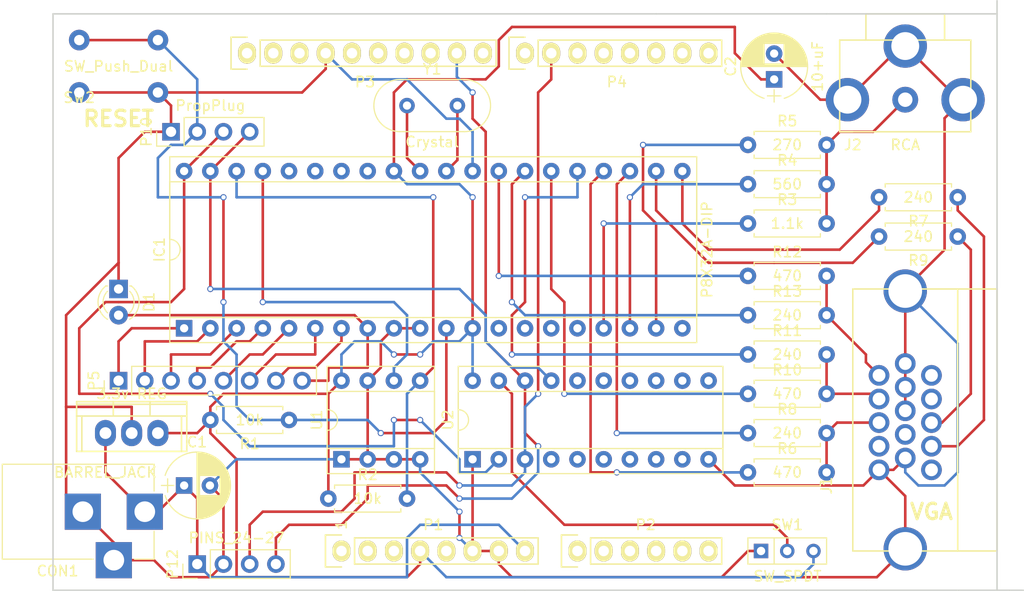
<source format=kicad_pcb>
(kicad_pcb (version 4) (host pcbnew 4.0.5)

  (general
    (links 95)
    (no_connects 0)
    (area 110.922999 70.409999 205.053001 127.710001)
    (thickness 1.6)
    (drawings 18)
    (tracks 359)
    (zones 0)
    (modules 33)
    (nets 90)
  )

  (page A4)
  (title_block
    (date "lun. 30 mars 2015")
  )

  (layers
    (0 F.Cu signal)
    (31 B.Cu signal)
    (32 B.Adhes user hide)
    (33 F.Adhes user hide)
    (34 B.Paste user hide)
    (35 F.Paste user hide)
    (36 B.SilkS user)
    (37 F.SilkS user)
    (38 B.Mask user)
    (39 F.Mask user)
    (40 Dwgs.User user hide)
    (41 Cmts.User user hide)
    (42 Eco1.User user)
    (43 Eco2.User user hide)
    (44 Edge.Cuts user)
    (45 Margin user)
    (46 B.CrtYd user hide)
    (47 F.CrtYd user)
    (48 B.Fab user)
    (49 F.Fab user)
  )

  (setup
    (last_trace_width 0.25)
    (trace_clearance 0.2)
    (zone_clearance 0.508)
    (zone_45_only yes)
    (trace_min 0.2)
    (segment_width 0.15)
    (edge_width 0.15)
    (via_size 0.6)
    (via_drill 0.4)
    (via_min_size 0.4)
    (via_min_drill 0.3)
    (uvia_size 0.3)
    (uvia_drill 0.1)
    (uvias_allowed no)
    (uvia_min_size 0.2)
    (uvia_min_drill 0.1)
    (pcb_text_width 0.3)
    (pcb_text_size 1.5 1.5)
    (mod_edge_width 0.15)
    (mod_text_size 1 1)
    (mod_text_width 0.15)
    (pad_size 1.7272 2.032)
    (pad_drill 1.016)
    (pad_to_mask_clearance 0)
    (aux_axis_origin 110.998 126.365)
    (grid_origin 110.998 126.365)
    (visible_elements 7FFDFE7F)
    (pcbplotparams
      (layerselection 0x20030_80000001)
      (usegerberextensions false)
      (excludeedgelayer true)
      (linewidth 0.100000)
      (plotframeref false)
      (viasonmask false)
      (mode 1)
      (useauxorigin false)
      (hpglpennumber 1)
      (hpglpenspeed 20)
      (hpglpendiameter 15)
      (hpglpenoverlay 2)
      (psnegative false)
      (psa4output false)
      (plotreference true)
      (plotvalue true)
      (plotinvisibletext false)
      (padsonsilk false)
      (subtractmaskfromsilk false)
      (outputformat 1)
      (mirror false)
      (drillshape 0)
      (scaleselection 1)
      (outputdirectory ""))
  )

  (net 0 "")
  (net 1 /IOREF)
  (net 2 /Reset)
  (net 3 GND)
  (net 4 /A0)
  (net 5 /A1)
  (net 6 /A2)
  (net 7 /A3)
  (net 8 /AREF)
  (net 9 "/A4(SDA)")
  (net 10 "/A5(SCL)")
  (net 11 /8)
  (net 12 /7)
  (net 13 "/5(**)")
  (net 14 /4)
  (net 15 "/3(**)")
  (net 16 /2)
  (net 17 "/13(SCK)")
  (net 18 "/10(**/SS)")
  (net 19 "Net-(P1-Pad1)")
  (net 20 +3V3)
  (net 21 "/12(MISO)")
  (net 22 "/11(**/MOSI)")
  (net 23 /VIN)
  (net 24 "Net-(D1-Pad2)")
  (net 25 "Net-(IC1-Pad1)")
  (net 26 /P16)
  (net 27 "Net-(IC1-Pad2)")
  (net 28 /P17)
  (net 29 "Net-(IC1-Pad3)")
  (net 30 /P18)
  (net 31 "Net-(IC1-Pad4)")
  (net 32 /P19)
  (net 33 "Net-(IC1-Pad5)")
  (net 34 /P20)
  (net 35 "Net-(IC1-Pad6)")
  (net 36 /P21)
  (net 37 "Net-(IC1-Pad7)")
  (net 38 /P22)
  (net 39 /P23)
  (net 40 "Net-(IC1-Pad30)")
  (net 41 "Net-(IC1-Pad11)")
  (net 42 "Net-(IC1-Pad31)")
  (net 43 "Net-(IC1-Pad13)")
  (net 44 "Net-(IC1-Pad33)")
  (net 45 "Net-(IC1-Pad14)")
  (net 46 "Net-(IC1-Pad34)")
  (net 47 "Net-(IC1-Pad15)")
  (net 48 "Net-(IC1-Pad35)")
  (net 49 "Net-(IC1-Pad16)")
  (net 50 "Net-(IC1-Pad36)")
  (net 51 "Net-(IC1-Pad17)")
  (net 52 "Net-(IC1-Pad37)")
  (net 53 "Net-(IC1-Pad18)")
  (net 54 "Net-(IC1-Pad38)")
  (net 55 "Net-(IC1-Pad19)")
  (net 56 "Net-(IC1-Pad39)")
  (net 57 "Net-(IC1-Pad20)")
  (net 58 "Net-(IC1-Pad40)")
  (net 59 "Net-(J1-Pad1)")
  (net 60 "Net-(J1-Pad2)")
  (net 61 "Net-(J1-Pad3)")
  (net 62 "Net-(J1-Pad4)")
  (net 63 "Net-(J1-Pad9)")
  (net 64 "Net-(J1-Pad11)")
  (net 65 "Net-(J1-Pad12)")
  (net 66 "Net-(J1-Pad13)")
  (net 67 "Net-(J1-Pad14)")
  (net 68 "Net-(J1-Pad15)")
  (net 69 "Net-(J2-Pad2)")
  (net 70 "Net-(P1-Pad5)")
  (net 71 /1)
  (net 72 /0)
  (net 73 "Net-(SW1-Pad2)")
  (net 74 "Net-(U2-Pad11)")
  (net 75 "Net-(U2-Pad12)")
  (net 76 "Net-(U2-Pad13)")
  (net 77 "Net-(U2-Pad4)")
  (net 78 "Net-(U2-Pad14)")
  (net 79 "Net-(U2-Pad5)")
  (net 80 "Net-(U2-Pad15)")
  (net 81 "Net-(U2-Pad6)")
  (net 82 "Net-(U2-Pad16)")
  (net 83 "Net-(U2-Pad7)")
  (net 84 "Net-(U2-Pad8)")
  (net 85 "Net-(U2-Pad9)")
  (net 86 "Net-(P3-Pad1)")
  (net 87 "Net-(P3-Pad2)")
  (net 88 /9)
  (net 89 /6)

  (net_class Default "This is the default net class."
    (clearance 0.2)
    (trace_width 0.25)
    (via_dia 0.6)
    (via_drill 0.4)
    (uvia_dia 0.3)
    (uvia_drill 0.1)
    (add_net +3V3)
    (add_net /0)
    (add_net /1)
    (add_net "/10(**/SS)")
    (add_net "/11(**/MOSI)")
    (add_net "/12(MISO)")
    (add_net "/13(SCK)")
    (add_net /2)
    (add_net "/3(**)")
    (add_net /4)
    (add_net "/5(**)")
    (add_net /6)
    (add_net /7)
    (add_net /8)
    (add_net /9)
    (add_net /A0)
    (add_net /A1)
    (add_net /A2)
    (add_net /A3)
    (add_net "/A4(SDA)")
    (add_net "/A5(SCL)")
    (add_net /AREF)
    (add_net /IOREF)
    (add_net /P16)
    (add_net /P17)
    (add_net /P18)
    (add_net /P19)
    (add_net /P20)
    (add_net /P21)
    (add_net /P22)
    (add_net /P23)
    (add_net /Reset)
    (add_net /VIN)
    (add_net GND)
    (add_net "Net-(D1-Pad2)")
    (add_net "Net-(IC1-Pad1)")
    (add_net "Net-(IC1-Pad11)")
    (add_net "Net-(IC1-Pad13)")
    (add_net "Net-(IC1-Pad14)")
    (add_net "Net-(IC1-Pad15)")
    (add_net "Net-(IC1-Pad16)")
    (add_net "Net-(IC1-Pad17)")
    (add_net "Net-(IC1-Pad18)")
    (add_net "Net-(IC1-Pad19)")
    (add_net "Net-(IC1-Pad2)")
    (add_net "Net-(IC1-Pad20)")
    (add_net "Net-(IC1-Pad3)")
    (add_net "Net-(IC1-Pad30)")
    (add_net "Net-(IC1-Pad31)")
    (add_net "Net-(IC1-Pad33)")
    (add_net "Net-(IC1-Pad34)")
    (add_net "Net-(IC1-Pad35)")
    (add_net "Net-(IC1-Pad36)")
    (add_net "Net-(IC1-Pad37)")
    (add_net "Net-(IC1-Pad38)")
    (add_net "Net-(IC1-Pad39)")
    (add_net "Net-(IC1-Pad4)")
    (add_net "Net-(IC1-Pad40)")
    (add_net "Net-(IC1-Pad5)")
    (add_net "Net-(IC1-Pad6)")
    (add_net "Net-(IC1-Pad7)")
    (add_net "Net-(J1-Pad1)")
    (add_net "Net-(J1-Pad11)")
    (add_net "Net-(J1-Pad12)")
    (add_net "Net-(J1-Pad13)")
    (add_net "Net-(J1-Pad14)")
    (add_net "Net-(J1-Pad15)")
    (add_net "Net-(J1-Pad2)")
    (add_net "Net-(J1-Pad3)")
    (add_net "Net-(J1-Pad4)")
    (add_net "Net-(J1-Pad9)")
    (add_net "Net-(J2-Pad2)")
    (add_net "Net-(P1-Pad1)")
    (add_net "Net-(P1-Pad5)")
    (add_net "Net-(P3-Pad1)")
    (add_net "Net-(P3-Pad2)")
    (add_net "Net-(SW1-Pad2)")
    (add_net "Net-(U2-Pad11)")
    (add_net "Net-(U2-Pad12)")
    (add_net "Net-(U2-Pad13)")
    (add_net "Net-(U2-Pad14)")
    (add_net "Net-(U2-Pad15)")
    (add_net "Net-(U2-Pad16)")
    (add_net "Net-(U2-Pad4)")
    (add_net "Net-(U2-Pad5)")
    (add_net "Net-(U2-Pad6)")
    (add_net "Net-(U2-Pad7)")
    (add_net "Net-(U2-Pad8)")
    (add_net "Net-(U2-Pad9)")
  )

  (module Socket_Arduino_Uno:Socket_Strip_Arduino_1x08 locked (layer F.Cu) (tedit 552168D2) (tstamp 551AF9EA)
    (at 138.938 123.825)
    (descr "Through hole socket strip")
    (tags "socket strip")
    (path /56D70129)
    (fp_text reference P1 (at 8.89 -2.54) (layer F.SilkS)
      (effects (font (size 1 1) (thickness 0.15)))
    )
    (fp_text value Power (at 8.89 -4.064) (layer F.Fab)
      (effects (font (size 1 1) (thickness 0.15)))
    )
    (fp_line (start -1.75 -1.75) (end -1.75 1.75) (layer F.CrtYd) (width 0.05))
    (fp_line (start 19.55 -1.75) (end 19.55 1.75) (layer F.CrtYd) (width 0.05))
    (fp_line (start -1.75 -1.75) (end 19.55 -1.75) (layer F.CrtYd) (width 0.05))
    (fp_line (start -1.75 1.75) (end 19.55 1.75) (layer F.CrtYd) (width 0.05))
    (fp_line (start 1.27 1.27) (end 19.05 1.27) (layer F.SilkS) (width 0.15))
    (fp_line (start 19.05 1.27) (end 19.05 -1.27) (layer F.SilkS) (width 0.15))
    (fp_line (start 19.05 -1.27) (end 1.27 -1.27) (layer F.SilkS) (width 0.15))
    (fp_line (start -1.55 1.55) (end 0 1.55) (layer F.SilkS) (width 0.15))
    (fp_line (start 1.27 1.27) (end 1.27 -1.27) (layer F.SilkS) (width 0.15))
    (fp_line (start 0 -1.55) (end -1.55 -1.55) (layer F.SilkS) (width 0.15))
    (fp_line (start -1.55 -1.55) (end -1.55 1.55) (layer F.SilkS) (width 0.15))
    (pad 1 thru_hole oval (at 0 0) (size 1.7272 2.032) (drill 1.016) (layers *.Cu *.Mask F.SilkS)
      (net 19 "Net-(P1-Pad1)"))
    (pad 2 thru_hole oval (at 2.54 0) (size 1.7272 2.032) (drill 1.016) (layers *.Cu *.Mask F.SilkS)
      (net 1 /IOREF))
    (pad 3 thru_hole oval (at 5.08 0) (size 1.7272 2.032) (drill 1.016) (layers *.Cu *.Mask F.SilkS)
      (net 2 /Reset))
    (pad 4 thru_hole oval (at 7.62 0) (size 1.7272 2.032) (drill 1.016) (layers *.Cu *.Mask F.SilkS)
      (net 20 +3V3))
    (pad 5 thru_hole oval (at 10.16 0) (size 1.7272 2.032) (drill 1.016) (layers *.Cu *.Mask F.SilkS)
      (net 70 "Net-(P1-Pad5)"))
    (pad 6 thru_hole oval (at 12.7 0) (size 1.7272 2.032) (drill 1.016) (layers *.Cu *.Mask F.SilkS)
      (net 3 GND))
    (pad 7 thru_hole oval (at 15.24 0) (size 1.7272 2.032) (drill 1.016) (layers *.Cu *.Mask F.SilkS)
      (net 3 GND))
    (pad 8 thru_hole oval (at 17.78 0) (size 1.7272 2.032) (drill 1.016) (layers *.Cu *.Mask F.SilkS)
      (net 23 /VIN))
    (model ${KIPRJMOD}/Socket_Arduino_Uno.3dshapes/Socket_header_Arduino_1x08.wrl
      (at (xyz 0.35 0 0))
      (scale (xyz 1 1 1))
      (rotate (xyz 0 0 180))
    )
  )

  (module Socket_Arduino_Uno:Socket_Strip_Arduino_1x06 locked (layer F.Cu) (tedit 58BCF0F7) (tstamp 551AF9FF)
    (at 161.798 123.825)
    (descr "Through hole socket strip")
    (tags "socket strip")
    (path /56D70DD8)
    (fp_text reference P2 (at 6.604 -2.54) (layer F.SilkS)
      (effects (font (size 1 1) (thickness 0.15)))
    )
    (fp_text value Analog (at 6.604 -4.064) (layer F.Fab)
      (effects (font (size 1 1) (thickness 0.15)))
    )
    (fp_line (start -1.75 -1.75) (end -1.75 1.75) (layer F.CrtYd) (width 0.05))
    (fp_line (start 14.45 -1.75) (end 14.45 1.75) (layer F.CrtYd) (width 0.05))
    (fp_line (start -1.75 -1.75) (end 14.45 -1.75) (layer F.CrtYd) (width 0.05))
    (fp_line (start -1.75 1.75) (end 14.45 1.75) (layer F.CrtYd) (width 0.05))
    (fp_line (start 1.27 1.27) (end 13.97 1.27) (layer F.SilkS) (width 0.15))
    (fp_line (start 13.97 1.27) (end 13.97 -1.27) (layer F.SilkS) (width 0.15))
    (fp_line (start 13.97 -1.27) (end 1.27 -1.27) (layer F.SilkS) (width 0.15))
    (fp_line (start -1.55 1.55) (end 0 1.55) (layer F.SilkS) (width 0.15))
    (fp_line (start 1.27 1.27) (end 1.27 -1.27) (layer F.SilkS) (width 0.15))
    (fp_line (start 0 -1.55) (end -1.55 -1.55) (layer F.SilkS) (width 0.15))
    (fp_line (start -1.55 -1.55) (end -1.55 1.55) (layer F.SilkS) (width 0.15))
    (pad 1 thru_hole oval (at 0 0) (size 1.7272 2.032) (drill 1.016) (layers *.Cu *.Mask F.SilkS)
      (net 4 /A0))
    (pad 2 thru_hole oval (at 2.54 0) (size 1.7272 2.032) (drill 1.016) (layers *.Cu *.Mask F.SilkS)
      (net 5 /A1))
    (pad 3 thru_hole oval (at 5.08 0) (size 1.7272 2.032) (drill 1.016) (layers *.Cu *.Mask F.SilkS)
      (net 6 /A2))
    (pad 4 thru_hole oval (at 7.62 0) (size 1.7272 2.032) (drill 1.016) (layers *.Cu *.Mask F.SilkS)
      (net 7 /A3))
    (pad 5 thru_hole oval (at 10.16 0) (size 1.7272 2.032) (drill 1.016) (layers *.Cu *.Mask F.SilkS)
      (net 9 "/A4(SDA)"))
    (pad 6 thru_hole oval (at 12.7 0) (size 1.7272 2.032) (drill 1.016) (layers *.Cu *.Mask F.SilkS)
      (net 10 "/A5(SCL)"))
    (model ${KIPRJMOD}/Socket_Arduino_Uno.3dshapes/Socket_header_Arduino_1x06.wrl
      (at (xyz 0.25 0 0))
      (scale (xyz 1 1 1))
      (rotate (xyz 0 0 180))
    )
  )

  (module Socket_Arduino_Uno:Socket_Strip_Arduino_1x10 locked (layer F.Cu) (tedit 552168BF) (tstamp 551AFA18)
    (at 129.794 75.565)
    (descr "Through hole socket strip")
    (tags "socket strip")
    (path /56D721E0)
    (fp_text reference P3 (at 11.43 2.794) (layer F.SilkS)
      (effects (font (size 1 1) (thickness 0.15)))
    )
    (fp_text value Digital (at 11.43 4.318) (layer F.Fab)
      (effects (font (size 1 1) (thickness 0.15)))
    )
    (fp_line (start -1.75 -1.75) (end -1.75 1.75) (layer F.CrtYd) (width 0.05))
    (fp_line (start 24.65 -1.75) (end 24.65 1.75) (layer F.CrtYd) (width 0.05))
    (fp_line (start -1.75 -1.75) (end 24.65 -1.75) (layer F.CrtYd) (width 0.05))
    (fp_line (start -1.75 1.75) (end 24.65 1.75) (layer F.CrtYd) (width 0.05))
    (fp_line (start 1.27 1.27) (end 24.13 1.27) (layer F.SilkS) (width 0.15))
    (fp_line (start 24.13 1.27) (end 24.13 -1.27) (layer F.SilkS) (width 0.15))
    (fp_line (start 24.13 -1.27) (end 1.27 -1.27) (layer F.SilkS) (width 0.15))
    (fp_line (start -1.55 1.55) (end 0 1.55) (layer F.SilkS) (width 0.15))
    (fp_line (start 1.27 1.27) (end 1.27 -1.27) (layer F.SilkS) (width 0.15))
    (fp_line (start 0 -1.55) (end -1.55 -1.55) (layer F.SilkS) (width 0.15))
    (fp_line (start -1.55 -1.55) (end -1.55 1.55) (layer F.SilkS) (width 0.15))
    (pad 1 thru_hole oval (at 0 0) (size 1.7272 2.032) (drill 1.016) (layers *.Cu *.Mask F.SilkS)
      (net 86 "Net-(P3-Pad1)"))
    (pad 2 thru_hole oval (at 2.54 0) (size 1.7272 2.032) (drill 1.016) (layers *.Cu *.Mask F.SilkS)
      (net 87 "Net-(P3-Pad2)"))
    (pad 3 thru_hole oval (at 5.08 0) (size 1.7272 2.032) (drill 1.016) (layers *.Cu *.Mask F.SilkS)
      (net 8 /AREF))
    (pad 4 thru_hole oval (at 7.62 0) (size 1.7272 2.032) (drill 1.016) (layers *.Cu *.Mask F.SilkS)
      (net 3 GND))
    (pad 5 thru_hole oval (at 10.16 0) (size 1.7272 2.032) (drill 1.016) (layers *.Cu *.Mask F.SilkS)
      (net 17 "/13(SCK)"))
    (pad 6 thru_hole oval (at 12.7 0) (size 1.7272 2.032) (drill 1.016) (layers *.Cu *.Mask F.SilkS)
      (net 21 "/12(MISO)"))
    (pad 7 thru_hole oval (at 15.24 0) (size 1.7272 2.032) (drill 1.016) (layers *.Cu *.Mask F.SilkS)
      (net 22 "/11(**/MOSI)"))
    (pad 8 thru_hole oval (at 17.78 0) (size 1.7272 2.032) (drill 1.016) (layers *.Cu *.Mask F.SilkS)
      (net 18 "/10(**/SS)"))
    (pad 9 thru_hole oval (at 20.32 0) (size 1.7272 2.032) (drill 1.016) (layers *.Cu *.Mask F.SilkS)
      (net 88 /9))
    (pad 10 thru_hole oval (at 22.86 0) (size 1.7272 2.032) (drill 1.016) (layers *.Cu *.Mask F.SilkS)
      (net 11 /8))
    (model ${KIPRJMOD}/Socket_Arduino_Uno.3dshapes/Socket_header_Arduino_1x10.wrl
      (at (xyz 0.45 0 0))
      (scale (xyz 1 1 1))
      (rotate (xyz 0 0 180))
    )
  )

  (module Socket_Arduino_Uno:Socket_Strip_Arduino_1x08 locked (layer F.Cu) (tedit 58CED6D4) (tstamp 551AFA2F)
    (at 156.718 75.565)
    (descr "Through hole socket strip")
    (tags "socket strip")
    (path /56D7164F)
    (fp_text reference P4 (at 8.89 2.794) (layer F.SilkS)
      (effects (font (size 1 1) (thickness 0.15)))
    )
    (fp_text value Digital (at 8.89 4.318) (layer F.Fab)
      (effects (font (size 1 1) (thickness 0.15)))
    )
    (fp_line (start -1.75 -1.75) (end -1.75 1.75) (layer F.CrtYd) (width 0.05))
    (fp_line (start 19.55 -1.75) (end 19.55 1.75) (layer F.CrtYd) (width 0.05))
    (fp_line (start -1.75 -1.75) (end 19.55 -1.75) (layer F.CrtYd) (width 0.05))
    (fp_line (start -1.75 1.75) (end 19.55 1.75) (layer F.CrtYd) (width 0.05))
    (fp_line (start 1.27 1.27) (end 19.05 1.27) (layer F.SilkS) (width 0.15))
    (fp_line (start 19.05 1.27) (end 19.05 -1.27) (layer F.SilkS) (width 0.15))
    (fp_line (start 19.05 -1.27) (end 1.27 -1.27) (layer F.SilkS) (width 0.15))
    (fp_line (start -1.55 1.55) (end 0 1.55) (layer F.SilkS) (width 0.15))
    (fp_line (start 1.27 1.27) (end 1.27 -1.27) (layer F.SilkS) (width 0.15))
    (fp_line (start 0 -1.55) (end -1.55 -1.55) (layer F.SilkS) (width 0.15))
    (fp_line (start -1.55 -1.55) (end -1.55 1.55) (layer F.SilkS) (width 0.15))
    (pad 1 thru_hole oval (at 0 0) (size 1.7272 2.032) (drill 1.016) (layers *.Cu *.Mask F.SilkS)
      (net 12 /7))
    (pad 2 thru_hole oval (at 2.54 0) (size 1.7272 2.032) (drill 1.016) (layers *.Cu *.Mask F.SilkS)
      (net 89 /6))
    (pad 3 thru_hole oval (at 5.08 0) (size 1.7272 2.032) (drill 1.016) (layers *.Cu *.Mask F.SilkS)
      (net 13 "/5(**)"))
    (pad 4 thru_hole oval (at 7.62 0) (size 1.7272 2.032) (drill 1.016) (layers *.Cu *.Mask F.SilkS)
      (net 14 /4))
    (pad 5 thru_hole oval (at 10.16 0) (size 1.7272 2.032) (drill 1.016) (layers *.Cu *.Mask F.SilkS)
      (net 15 "/3(**)"))
    (pad 6 thru_hole oval (at 12.7 0) (size 1.7272 2.032) (drill 1.016) (layers *.Cu *.Mask F.SilkS)
      (net 16 /2))
    (pad 7 thru_hole oval (at 15.24 0) (size 1.7272 2.032) (drill 1.016) (layers *.Cu *.Mask F.SilkS)
      (net 71 /1))
    (pad 8 thru_hole oval (at 17.78 0) (size 1.7272 2.032) (drill 1.016) (layers *.Cu *.Mask F.SilkS)
      (net 72 /0))
    (model ${KIPRJMOD}/Socket_Arduino_Uno.3dshapes/Socket_header_Arduino_1x08.wrl
      (at (xyz 0.35 0 0))
      (scale (xyz 1 1 1))
      (rotate (xyz 0 0 180))
    )
  )

  (module LEDs:LED_D3.0mm (layer F.Cu) (tedit 587A3A7B) (tstamp 58BCA875)
    (at 117.348 98.425 270)
    (descr "LED, diameter 3.0mm, 2 pins")
    (tags "LED diameter 3.0mm 2 pins")
    (path /58BCD3B9)
    (fp_text reference D1 (at 1.27 -2.96 270) (layer F.SilkS)
      (effects (font (size 1 1) (thickness 0.15)))
    )
    (fp_text value LED_ALT (at 1.27 2.96 270) (layer F.Fab)
      (effects (font (size 1 1) (thickness 0.15)))
    )
    (fp_arc (start 1.27 0) (end -0.23 -1.16619) (angle 284.3) (layer F.Fab) (width 0.1))
    (fp_arc (start 1.27 0) (end -0.29 -1.235516) (angle 108.8) (layer F.SilkS) (width 0.12))
    (fp_arc (start 1.27 0) (end -0.29 1.235516) (angle -108.8) (layer F.SilkS) (width 0.12))
    (fp_arc (start 1.27 0) (end 0.229039 -1.08) (angle 87.9) (layer F.SilkS) (width 0.12))
    (fp_arc (start 1.27 0) (end 0.229039 1.08) (angle -87.9) (layer F.SilkS) (width 0.12))
    (fp_circle (center 1.27 0) (end 2.77 0) (layer F.Fab) (width 0.1))
    (fp_line (start -0.23 -1.16619) (end -0.23 1.16619) (layer F.Fab) (width 0.1))
    (fp_line (start -0.29 -1.236) (end -0.29 -1.08) (layer F.SilkS) (width 0.12))
    (fp_line (start -0.29 1.08) (end -0.29 1.236) (layer F.SilkS) (width 0.12))
    (fp_line (start -1.15 -2.25) (end -1.15 2.25) (layer F.CrtYd) (width 0.05))
    (fp_line (start -1.15 2.25) (end 3.7 2.25) (layer F.CrtYd) (width 0.05))
    (fp_line (start 3.7 2.25) (end 3.7 -2.25) (layer F.CrtYd) (width 0.05))
    (fp_line (start 3.7 -2.25) (end -1.15 -2.25) (layer F.CrtYd) (width 0.05))
    (pad 1 thru_hole rect (at 0 0 270) (size 1.8 1.8) (drill 0.9) (layers *.Cu *.Mask)
      (net 3 GND))
    (pad 2 thru_hole circle (at 2.54 0 270) (size 1.8 1.8) (drill 0.9) (layers *.Cu *.Mask)
      (net 24 "Net-(D1-Pad2)"))
    (model LEDs.3dshapes/LED_D3.0mm.wrl
      (at (xyz 0 0 0))
      (scale (xyz 0.393701 0.393701 0.393701))
      (rotate (xyz 0 0 0))
    )
  )

  (module Housings_DIP:DIP-40_W15.24mm_Socket (layer F.Cu) (tedit 58BCF39D) (tstamp 58BCA8A1)
    (at 123.698 102.235 90)
    (descr "40-lead dip package, row spacing 15.24 mm (600 mils), Socket")
    (tags "DIL DIP PDIP 2.54mm 15.24mm 600mil Socket")
    (path /58BCA25C)
    (fp_text reference IC1 (at 7.62 -2.39 90) (layer F.SilkS)
      (effects (font (size 1 1) (thickness 0.15)))
    )
    (fp_text value P8X32A-DIP (at 7.62 50.65 90) (layer F.SilkS)
      (effects (font (size 1 1) (thickness 0.15)))
    )
    (fp_arc (start 7.62 -1.39) (end 6.62 -1.39) (angle -180) (layer F.SilkS) (width 0.12))
    (fp_line (start 1.255 -1.27) (end 14.985 -1.27) (layer F.Fab) (width 0.1))
    (fp_line (start 14.985 -1.27) (end 14.985 49.53) (layer F.Fab) (width 0.1))
    (fp_line (start 14.985 49.53) (end 0.255 49.53) (layer F.Fab) (width 0.1))
    (fp_line (start 0.255 49.53) (end 0.255 -0.27) (layer F.Fab) (width 0.1))
    (fp_line (start 0.255 -0.27) (end 1.255 -1.27) (layer F.Fab) (width 0.1))
    (fp_line (start -1.27 -1.27) (end -1.27 49.53) (layer F.Fab) (width 0.1))
    (fp_line (start -1.27 49.53) (end 16.51 49.53) (layer F.Fab) (width 0.1))
    (fp_line (start 16.51 49.53) (end 16.51 -1.27) (layer F.Fab) (width 0.1))
    (fp_line (start 16.51 -1.27) (end -1.27 -1.27) (layer F.Fab) (width 0.1))
    (fp_line (start 6.62 -1.39) (end 1.04 -1.39) (layer F.SilkS) (width 0.12))
    (fp_line (start 1.04 -1.39) (end 1.04 49.65) (layer F.SilkS) (width 0.12))
    (fp_line (start 1.04 49.65) (end 14.2 49.65) (layer F.SilkS) (width 0.12))
    (fp_line (start 14.2 49.65) (end 14.2 -1.39) (layer F.SilkS) (width 0.12))
    (fp_line (start 14.2 -1.39) (end 8.62 -1.39) (layer F.SilkS) (width 0.12))
    (fp_line (start -1.39 -1.39) (end -1.39 49.65) (layer F.SilkS) (width 0.12))
    (fp_line (start -1.39 49.65) (end 16.63 49.65) (layer F.SilkS) (width 0.12))
    (fp_line (start 16.63 49.65) (end 16.63 -1.39) (layer F.SilkS) (width 0.12))
    (fp_line (start 16.63 -1.39) (end -1.39 -1.39) (layer F.SilkS) (width 0.12))
    (fp_line (start -1.7 -1.7) (end -1.7 49.9) (layer F.CrtYd) (width 0.05))
    (fp_line (start -1.7 49.9) (end 16.9 49.9) (layer F.CrtYd) (width 0.05))
    (fp_line (start 16.9 49.9) (end 16.9 -1.7) (layer F.CrtYd) (width 0.05))
    (fp_line (start 16.9 -1.7) (end -1.7 -1.7) (layer F.CrtYd) (width 0.05))
    (pad 1 thru_hole rect (at 0 0 90) (size 1.6 1.6) (drill 0.8) (layers *.Cu *.Mask)
      (net 25 "Net-(IC1-Pad1)"))
    (pad 21 thru_hole oval (at 15.24 48.26 90) (size 1.6 1.6) (drill 0.8) (layers *.Cu *.Mask)
      (net 26 /P16))
    (pad 2 thru_hole oval (at 0 2.54 90) (size 1.6 1.6) (drill 0.8) (layers *.Cu *.Mask)
      (net 27 "Net-(IC1-Pad2)"))
    (pad 22 thru_hole oval (at 15.24 45.72 90) (size 1.6 1.6) (drill 0.8) (layers *.Cu *.Mask)
      (net 28 /P17))
    (pad 3 thru_hole oval (at 0 5.08 90) (size 1.6 1.6) (drill 0.8) (layers *.Cu *.Mask)
      (net 29 "Net-(IC1-Pad3)"))
    (pad 23 thru_hole oval (at 15.24 43.18 90) (size 1.6 1.6) (drill 0.8) (layers *.Cu *.Mask)
      (net 30 /P18))
    (pad 4 thru_hole oval (at 0 7.62 90) (size 1.6 1.6) (drill 0.8) (layers *.Cu *.Mask)
      (net 31 "Net-(IC1-Pad4)"))
    (pad 24 thru_hole oval (at 15.24 40.64 90) (size 1.6 1.6) (drill 0.8) (layers *.Cu *.Mask)
      (net 32 /P19))
    (pad 5 thru_hole oval (at 0 10.16 90) (size 1.6 1.6) (drill 0.8) (layers *.Cu *.Mask)
      (net 33 "Net-(IC1-Pad5)"))
    (pad 25 thru_hole oval (at 15.24 38.1 90) (size 1.6 1.6) (drill 0.8) (layers *.Cu *.Mask)
      (net 34 /P20))
    (pad 6 thru_hole oval (at 0 12.7 90) (size 1.6 1.6) (drill 0.8) (layers *.Cu *.Mask)
      (net 35 "Net-(IC1-Pad6)"))
    (pad 26 thru_hole oval (at 15.24 35.56 90) (size 1.6 1.6) (drill 0.8) (layers *.Cu *.Mask)
      (net 36 /P21))
    (pad 7 thru_hole oval (at 0 15.24 90) (size 1.6 1.6) (drill 0.8) (layers *.Cu *.Mask)
      (net 37 "Net-(IC1-Pad7)"))
    (pad 27 thru_hole oval (at 15.24 33.02 90) (size 1.6 1.6) (drill 0.8) (layers *.Cu *.Mask)
      (net 38 /P22))
    (pad 8 thru_hole oval (at 0 17.78 90) (size 1.6 1.6) (drill 0.8) (layers *.Cu *.Mask)
      (net 24 "Net-(D1-Pad2)"))
    (pad 28 thru_hole oval (at 15.24 30.48 90) (size 1.6 1.6) (drill 0.8) (layers *.Cu *.Mask)
      (net 39 /P23))
    (pad 9 thru_hole oval (at 0 20.32 90) (size 1.6 1.6) (drill 0.8) (layers *.Cu *.Mask)
      (net 3 GND))
    (pad 29 thru_hole oval (at 15.24 27.94 90) (size 1.6 1.6) (drill 0.8) (layers *.Cu *.Mask)
      (net 3 GND))
    (pad 10 thru_hole oval (at 0 22.86 90) (size 1.6 1.6) (drill 0.8) (layers *.Cu *.Mask)
      (net 3 GND))
    (pad 30 thru_hole oval (at 15.24 25.4 90) (size 1.6 1.6) (drill 0.8) (layers *.Cu *.Mask)
      (net 40 "Net-(IC1-Pad30)"))
    (pad 11 thru_hole oval (at 0 25.4 90) (size 1.6 1.6) (drill 0.8) (layers *.Cu *.Mask)
      (net 41 "Net-(IC1-Pad11)"))
    (pad 31 thru_hole oval (at 15.24 22.86 90) (size 1.6 1.6) (drill 0.8) (layers *.Cu *.Mask)
      (net 42 "Net-(IC1-Pad31)"))
    (pad 12 thru_hole oval (at 0 27.94 90) (size 1.6 1.6) (drill 0.8) (layers *.Cu *.Mask)
      (net 20 +3V3))
    (pad 32 thru_hole oval (at 15.24 20.32 90) (size 1.6 1.6) (drill 0.8) (layers *.Cu *.Mask)
      (net 20 +3V3))
    (pad 13 thru_hole oval (at 0 30.48 90) (size 1.6 1.6) (drill 0.8) (layers *.Cu *.Mask)
      (net 43 "Net-(IC1-Pad13)"))
    (pad 33 thru_hole oval (at 15.24 17.78 90) (size 1.6 1.6) (drill 0.8) (layers *.Cu *.Mask)
      (net 44 "Net-(IC1-Pad33)"))
    (pad 14 thru_hole oval (at 0 33.02 90) (size 1.6 1.6) (drill 0.8) (layers *.Cu *.Mask)
      (net 45 "Net-(IC1-Pad14)"))
    (pad 34 thru_hole oval (at 15.24 15.24 90) (size 1.6 1.6) (drill 0.8) (layers *.Cu *.Mask)
      (net 46 "Net-(IC1-Pad34)"))
    (pad 15 thru_hole oval (at 0 35.56 90) (size 1.6 1.6) (drill 0.8) (layers *.Cu *.Mask)
      (net 47 "Net-(IC1-Pad15)"))
    (pad 35 thru_hole oval (at 15.24 12.7 90) (size 1.6 1.6) (drill 0.8) (layers *.Cu *.Mask)
      (net 48 "Net-(IC1-Pad35)"))
    (pad 16 thru_hole oval (at 0 38.1 90) (size 1.6 1.6) (drill 0.8) (layers *.Cu *.Mask)
      (net 49 "Net-(IC1-Pad16)"))
    (pad 36 thru_hole oval (at 15.24 10.16 90) (size 1.6 1.6) (drill 0.8) (layers *.Cu *.Mask)
      (net 50 "Net-(IC1-Pad36)"))
    (pad 17 thru_hole oval (at 0 40.64 90) (size 1.6 1.6) (drill 0.8) (layers *.Cu *.Mask)
      (net 51 "Net-(IC1-Pad17)"))
    (pad 37 thru_hole oval (at 15.24 7.62 90) (size 1.6 1.6) (drill 0.8) (layers *.Cu *.Mask)
      (net 52 "Net-(IC1-Pad37)"))
    (pad 18 thru_hole oval (at 0 43.18 90) (size 1.6 1.6) (drill 0.8) (layers *.Cu *.Mask)
      (net 53 "Net-(IC1-Pad18)"))
    (pad 38 thru_hole oval (at 15.24 5.08 90) (size 1.6 1.6) (drill 0.8) (layers *.Cu *.Mask)
      (net 54 "Net-(IC1-Pad38)"))
    (pad 19 thru_hole oval (at 0 45.72 90) (size 1.6 1.6) (drill 0.8) (layers *.Cu *.Mask)
      (net 55 "Net-(IC1-Pad19)"))
    (pad 39 thru_hole oval (at 15.24 2.54 90) (size 1.6 1.6) (drill 0.8) (layers *.Cu *.Mask)
      (net 56 "Net-(IC1-Pad39)"))
    (pad 20 thru_hole oval (at 0 48.26 90) (size 1.6 1.6) (drill 0.8) (layers *.Cu *.Mask)
      (net 57 "Net-(IC1-Pad20)"))
    (pad 40 thru_hole oval (at 15.24 0 90) (size 1.6 1.6) (drill 0.8) (layers *.Cu *.Mask)
      (net 58 "Net-(IC1-Pad40)"))
    (model Housings_DIP.3dshapes/DIP-40_W15.24mm_Socket.wrl
      (at (xyz 0 0 0))
      (scale (xyz 1 1 1))
      (rotate (xyz 0 0 0))
    )
  )

  (module Housings_DIP:DIP-8_W7.62mm_Socket (layer F.Cu) (tedit 586281B4) (tstamp 58BCA953)
    (at 138.938 114.935 90)
    (descr "8-lead dip package, row spacing 7.62 mm (300 mils), Socket")
    (tags "DIL DIP PDIP 2.54mm 7.62mm 300mil Socket")
    (path /58BCA4C6)
    (fp_text reference U1 (at 3.81 -2.39 90) (layer F.SilkS)
      (effects (font (size 1 1) (thickness 0.15)))
    )
    (fp_text value 24LC256 (at 3.81 10.01 90) (layer F.Fab)
      (effects (font (size 1 1) (thickness 0.15)))
    )
    (fp_arc (start 3.81 -1.39) (end 2.81 -1.39) (angle -180) (layer F.SilkS) (width 0.12))
    (fp_line (start 1.635 -1.27) (end 6.985 -1.27) (layer F.Fab) (width 0.1))
    (fp_line (start 6.985 -1.27) (end 6.985 8.89) (layer F.Fab) (width 0.1))
    (fp_line (start 6.985 8.89) (end 0.635 8.89) (layer F.Fab) (width 0.1))
    (fp_line (start 0.635 8.89) (end 0.635 -0.27) (layer F.Fab) (width 0.1))
    (fp_line (start 0.635 -0.27) (end 1.635 -1.27) (layer F.Fab) (width 0.1))
    (fp_line (start -1.27 -1.27) (end -1.27 8.89) (layer F.Fab) (width 0.1))
    (fp_line (start -1.27 8.89) (end 8.89 8.89) (layer F.Fab) (width 0.1))
    (fp_line (start 8.89 8.89) (end 8.89 -1.27) (layer F.Fab) (width 0.1))
    (fp_line (start 8.89 -1.27) (end -1.27 -1.27) (layer F.Fab) (width 0.1))
    (fp_line (start 2.81 -1.39) (end 1.04 -1.39) (layer F.SilkS) (width 0.12))
    (fp_line (start 1.04 -1.39) (end 1.04 9.01) (layer F.SilkS) (width 0.12))
    (fp_line (start 1.04 9.01) (end 6.58 9.01) (layer F.SilkS) (width 0.12))
    (fp_line (start 6.58 9.01) (end 6.58 -1.39) (layer F.SilkS) (width 0.12))
    (fp_line (start 6.58 -1.39) (end 4.81 -1.39) (layer F.SilkS) (width 0.12))
    (fp_line (start -1.39 -1.39) (end -1.39 9.01) (layer F.SilkS) (width 0.12))
    (fp_line (start -1.39 9.01) (end 9.01 9.01) (layer F.SilkS) (width 0.12))
    (fp_line (start 9.01 9.01) (end 9.01 -1.39) (layer F.SilkS) (width 0.12))
    (fp_line (start 9.01 -1.39) (end -1.39 -1.39) (layer F.SilkS) (width 0.12))
    (fp_line (start -1.7 -1.7) (end -1.7 9.3) (layer F.CrtYd) (width 0.05))
    (fp_line (start -1.7 9.3) (end 9.3 9.3) (layer F.CrtYd) (width 0.05))
    (fp_line (start 9.3 9.3) (end 9.3 -1.7) (layer F.CrtYd) (width 0.05))
    (fp_line (start 9.3 -1.7) (end -1.7 -1.7) (layer F.CrtYd) (width 0.05))
    (pad 1 thru_hole rect (at 0 0 90) (size 1.6 1.6) (drill 0.8) (layers *.Cu *.Mask)
      (net 3 GND))
    (pad 5 thru_hole oval (at 7.62 7.62 90) (size 1.6 1.6) (drill 0.8) (layers *.Cu *.Mask)
      (net 54 "Net-(IC1-Pad38)"))
    (pad 2 thru_hole oval (at 0 2.54 90) (size 1.6 1.6) (drill 0.8) (layers *.Cu *.Mask)
      (net 3 GND))
    (pad 6 thru_hole oval (at 7.62 5.08 90) (size 1.6 1.6) (drill 0.8) (layers *.Cu *.Mask)
      (net 52 "Net-(IC1-Pad37)"))
    (pad 3 thru_hole oval (at 0 5.08 90) (size 1.6 1.6) (drill 0.8) (layers *.Cu *.Mask)
      (net 3 GND))
    (pad 7 thru_hole oval (at 7.62 2.54 90) (size 1.6 1.6) (drill 0.8) (layers *.Cu *.Mask)
      (net 3 GND))
    (pad 4 thru_hole oval (at 0 7.62 90) (size 1.6 1.6) (drill 0.8) (layers *.Cu *.Mask)
      (net 3 GND))
    (pad 8 thru_hole oval (at 7.62 0 90) (size 1.6 1.6) (drill 0.8) (layers *.Cu *.Mask)
      (net 20 +3V3))
    (model Housings_DIP.3dshapes/DIP-8_W7.62mm_Socket.wrl
      (at (xyz 0 0 0))
      (scale (xyz 1 1 1))
      (rotate (xyz 0 0 0))
    )
  )

  (module Housings_DIP:DIP-20_W7.62mm_Socket (layer F.Cu) (tedit 586281B5) (tstamp 58BCA96B)
    (at 151.638 114.935 90)
    (descr "20-lead dip package, row spacing 7.62 mm (300 mils), Socket")
    (tags "DIL DIP PDIP 2.54mm 7.62mm 300mil Socket")
    (path /58BCA2CB)
    (fp_text reference U2 (at 3.81 -2.39 90) (layer F.SilkS)
      (effects (font (size 1 1) (thickness 0.15)))
    )
    (fp_text value 74LS245 (at 3.81 25.25 90) (layer F.Fab)
      (effects (font (size 1 1) (thickness 0.15)))
    )
    (fp_arc (start 3.81 -1.39) (end 2.81 -1.39) (angle -180) (layer F.SilkS) (width 0.12))
    (fp_line (start 1.635 -1.27) (end 6.985 -1.27) (layer F.Fab) (width 0.1))
    (fp_line (start 6.985 -1.27) (end 6.985 24.13) (layer F.Fab) (width 0.1))
    (fp_line (start 6.985 24.13) (end 0.635 24.13) (layer F.Fab) (width 0.1))
    (fp_line (start 0.635 24.13) (end 0.635 -0.27) (layer F.Fab) (width 0.1))
    (fp_line (start 0.635 -0.27) (end 1.635 -1.27) (layer F.Fab) (width 0.1))
    (fp_line (start -1.27 -1.27) (end -1.27 24.13) (layer F.Fab) (width 0.1))
    (fp_line (start -1.27 24.13) (end 8.89 24.13) (layer F.Fab) (width 0.1))
    (fp_line (start 8.89 24.13) (end 8.89 -1.27) (layer F.Fab) (width 0.1))
    (fp_line (start 8.89 -1.27) (end -1.27 -1.27) (layer F.Fab) (width 0.1))
    (fp_line (start 2.81 -1.39) (end 1.04 -1.39) (layer F.SilkS) (width 0.12))
    (fp_line (start 1.04 -1.39) (end 1.04 24.25) (layer F.SilkS) (width 0.12))
    (fp_line (start 1.04 24.25) (end 6.58 24.25) (layer F.SilkS) (width 0.12))
    (fp_line (start 6.58 24.25) (end 6.58 -1.39) (layer F.SilkS) (width 0.12))
    (fp_line (start 6.58 -1.39) (end 4.81 -1.39) (layer F.SilkS) (width 0.12))
    (fp_line (start -1.39 -1.39) (end -1.39 24.25) (layer F.SilkS) (width 0.12))
    (fp_line (start -1.39 24.25) (end 9.01 24.25) (layer F.SilkS) (width 0.12))
    (fp_line (start 9.01 24.25) (end 9.01 -1.39) (layer F.SilkS) (width 0.12))
    (fp_line (start 9.01 -1.39) (end -1.39 -1.39) (layer F.SilkS) (width 0.12))
    (fp_line (start -1.7 -1.7) (end -1.7 24.5) (layer F.CrtYd) (width 0.05))
    (fp_line (start -1.7 24.5) (end 9.3 24.5) (layer F.CrtYd) (width 0.05))
    (fp_line (start 9.3 24.5) (end 9.3 -1.7) (layer F.CrtYd) (width 0.05))
    (fp_line (start 9.3 -1.7) (end -1.7 -1.7) (layer F.CrtYd) (width 0.05))
    (pad 1 thru_hole rect (at 0 0 90) (size 1.6 1.6) (drill 0.8) (layers *.Cu *.Mask)
      (net 3 GND))
    (pad 11 thru_hole oval (at 7.62 22.86 90) (size 1.6 1.6) (drill 0.8) (layers *.Cu *.Mask)
      (net 74 "Net-(U2-Pad11)"))
    (pad 2 thru_hole oval (at 0 2.54 90) (size 1.6 1.6) (drill 0.8) (layers *.Cu *.Mask)
      (net 58 "Net-(IC1-Pad40)"))
    (pad 12 thru_hole oval (at 7.62 20.32 90) (size 1.6 1.6) (drill 0.8) (layers *.Cu *.Mask)
      (net 75 "Net-(U2-Pad12)"))
    (pad 3 thru_hole oval (at 0 5.08 90) (size 1.6 1.6) (drill 0.8) (layers *.Cu *.Mask)
      (net 89 /6))
    (pad 13 thru_hole oval (at 7.62 17.78 90) (size 1.6 1.6) (drill 0.8) (layers *.Cu *.Mask)
      (net 76 "Net-(U2-Pad13)"))
    (pad 4 thru_hole oval (at 0 7.62 90) (size 1.6 1.6) (drill 0.8) (layers *.Cu *.Mask)
      (net 77 "Net-(U2-Pad4)"))
    (pad 14 thru_hole oval (at 7.62 15.24 90) (size 1.6 1.6) (drill 0.8) (layers *.Cu *.Mask)
      (net 78 "Net-(U2-Pad14)"))
    (pad 5 thru_hole oval (at 0 10.16 90) (size 1.6 1.6) (drill 0.8) (layers *.Cu *.Mask)
      (net 79 "Net-(U2-Pad5)"))
    (pad 15 thru_hole oval (at 7.62 12.7 90) (size 1.6 1.6) (drill 0.8) (layers *.Cu *.Mask)
      (net 80 "Net-(U2-Pad15)"))
    (pad 6 thru_hole oval (at 0 12.7 90) (size 1.6 1.6) (drill 0.8) (layers *.Cu *.Mask)
      (net 81 "Net-(U2-Pad6)"))
    (pad 16 thru_hole oval (at 7.62 10.16 90) (size 1.6 1.6) (drill 0.8) (layers *.Cu *.Mask)
      (net 82 "Net-(U2-Pad16)"))
    (pad 7 thru_hole oval (at 0 15.24 90) (size 1.6 1.6) (drill 0.8) (layers *.Cu *.Mask)
      (net 83 "Net-(U2-Pad7)"))
    (pad 17 thru_hole oval (at 7.62 7.62 90) (size 1.6 1.6) (drill 0.8) (layers *.Cu *.Mask)
      (net 56 "Net-(IC1-Pad39)"))
    (pad 8 thru_hole oval (at 0 17.78 90) (size 1.6 1.6) (drill 0.8) (layers *.Cu *.Mask)
      (net 84 "Net-(U2-Pad8)"))
    (pad 18 thru_hole oval (at 7.62 5.08 90) (size 1.6 1.6) (drill 0.8) (layers *.Cu *.Mask)
      (net 88 /9))
    (pad 9 thru_hole oval (at 0 20.32 90) (size 1.6 1.6) (drill 0.8) (layers *.Cu *.Mask)
      (net 85 "Net-(U2-Pad9)"))
    (pad 19 thru_hole oval (at 7.62 2.54 90) (size 1.6 1.6) (drill 0.8) (layers *.Cu *.Mask)
      (net 73 "Net-(SW1-Pad2)"))
    (pad 10 thru_hole oval (at 0 22.86 90) (size 1.6 1.6) (drill 0.8) (layers *.Cu *.Mask)
      (net 3 GND))
    (pad 20 thru_hole oval (at 7.62 0 90) (size 1.6 1.6) (drill 0.8) (layers *.Cu *.Mask)
      (net 20 +3V3))
    (model Housings_DIP.3dshapes/DIP-20_W7.62mm_Socket.wrl
      (at (xyz 0 0 0))
      (scale (xyz 1 1 1))
      (rotate (xyz 0 0 0))
    )
  )

  (module Power_Integrations:TO-220 (layer F.Cu) (tedit 58CC9C22) (tstamp 58BCA972)
    (at 118.618 112.395)
    (descr "Non Isolated JEDEC TO-220 Package")
    (tags "Power Integration YN Package")
    (path /58BCA748)
    (fp_text reference U3 (at 0 -4.318) (layer F.Fab)
      (effects (font (size 1 1) (thickness 0.15)))
    )
    (fp_text value "3.3v REG" (at 0 -3.81) (layer F.SilkS)
      (effects (font (size 1 1) (thickness 0.15)))
    )
    (fp_line (start 4.826 -1.651) (end 4.826 1.778) (layer F.SilkS) (width 0.15))
    (fp_line (start -4.826 -1.651) (end -4.826 1.778) (layer F.SilkS) (width 0.15))
    (fp_line (start 5.334 -2.794) (end -5.334 -2.794) (layer F.SilkS) (width 0.15))
    (fp_line (start 1.778 -1.778) (end 1.778 -3.048) (layer F.SilkS) (width 0.15))
    (fp_line (start -1.778 -1.778) (end -1.778 -3.048) (layer F.SilkS) (width 0.15))
    (fp_line (start -5.334 -1.651) (end 5.334 -1.651) (layer F.SilkS) (width 0.15))
    (fp_line (start 5.334 1.778) (end -5.334 1.778) (layer F.SilkS) (width 0.15))
    (fp_line (start -5.334 -3.048) (end -5.334 1.778) (layer F.SilkS) (width 0.15))
    (fp_line (start 5.334 -3.048) (end 5.334 1.778) (layer F.SilkS) (width 0.15))
    (fp_line (start 5.334 -3.048) (end -5.334 -3.048) (layer F.SilkS) (width 0.15))
    (pad 2 thru_hole oval (at 0 0) (size 2.032 2.54) (drill 1.143) (layers *.Cu *.Mask)
      (net 3 GND))
    (pad 3 thru_hole oval (at 2.54 0) (size 2.032 2.54) (drill 1.143) (layers *.Cu *.Mask)
      (net 20 +3V3))
    (pad 1 thru_hole oval (at -2.54 0) (size 2.032 2.54) (drill 1.143) (layers *.Cu *.Mask)
      (net 23 /VIN))
  )

  (module Crystals:Crystal_HC49-U_Vertical (layer F.Cu) (tedit 58BCF504) (tstamp 58BCA978)
    (at 145.288 80.645)
    (descr "Crystal THT HC-49/U http://5hertz.com/pdfs/04404_D.pdf")
    (tags "THT crystalHC-49/U")
    (path /58BD1195)
    (fp_text reference Y1 (at 2.44 -3.525) (layer F.SilkS)
      (effects (font (size 1 1) (thickness 0.15)))
    )
    (fp_text value Crystal (at 2.44 3.525) (layer F.SilkS)
      (effects (font (size 1 1) (thickness 0.15)))
    )
    (fp_arc (start -0.685 0) (end -0.685 -2.325) (angle -180) (layer F.Fab) (width 0.1))
    (fp_arc (start 5.565 0) (end 5.565 -2.325) (angle 180) (layer F.Fab) (width 0.1))
    (fp_arc (start -0.56 0) (end -0.56 -2) (angle -180) (layer F.Fab) (width 0.1))
    (fp_arc (start 5.44 0) (end 5.44 -2) (angle 180) (layer F.Fab) (width 0.1))
    (fp_arc (start -0.685 0) (end -0.685 -2.525) (angle -180) (layer F.SilkS) (width 0.12))
    (fp_arc (start 5.565 0) (end 5.565 -2.525) (angle 180) (layer F.SilkS) (width 0.12))
    (fp_line (start -0.685 -2.325) (end 5.565 -2.325) (layer F.Fab) (width 0.1))
    (fp_line (start -0.685 2.325) (end 5.565 2.325) (layer F.Fab) (width 0.1))
    (fp_line (start -0.56 -2) (end 5.44 -2) (layer F.Fab) (width 0.1))
    (fp_line (start -0.56 2) (end 5.44 2) (layer F.Fab) (width 0.1))
    (fp_line (start -0.685 -2.525) (end 5.565 -2.525) (layer F.SilkS) (width 0.12))
    (fp_line (start -0.685 2.525) (end 5.565 2.525) (layer F.SilkS) (width 0.12))
    (fp_line (start -3.5 -2.8) (end -3.5 2.8) (layer F.CrtYd) (width 0.05))
    (fp_line (start -3.5 2.8) (end 8.4 2.8) (layer F.CrtYd) (width 0.05))
    (fp_line (start 8.4 2.8) (end 8.4 -2.8) (layer F.CrtYd) (width 0.05))
    (fp_line (start 8.4 -2.8) (end -3.5 -2.8) (layer F.CrtYd) (width 0.05))
    (pad 1 thru_hole circle (at 0 0) (size 1.5 1.5) (drill 0.8) (layers *.Cu *.Mask)
      (net 42 "Net-(IC1-Pad31)"))
    (pad 2 thru_hole circle (at 4.88 0) (size 1.5 1.5) (drill 0.8) (layers *.Cu *.Mask)
      (net 40 "Net-(IC1-Pad30)"))
    (model Crystals.3dshapes/Crystal_HC49-U_Vertical.wrl
      (at (xyz 0 0 0))
      (scale (xyz 0.393701 0.393701 0.393701))
      (rotate (xyz 0 0 0))
    )
  )

  (module Resistors_THT:R_Axial_DIN0207_L6.3mm_D2.5mm_P7.62mm_Horizontal (layer F.Cu) (tedit 58BCF412) (tstamp 58BCA940)
    (at 178.308 100.965)
    (descr "Resistor, Axial_DIN0207 series, Axial, Horizontal, pin pitch=7.62mm, 0.25W = 1/4W, length*diameter=6.3*2.5mm^2, http://cdn-reichelt.de/documents/datenblatt/B400/1_4W%23YAG.pdf")
    (tags "Resistor Axial_DIN0207 series Axial Horizontal pin pitch 7.62mm 0.25W = 1/4W length 6.3mm diameter 2.5mm")
    (path /58BD4323)
    (fp_text reference R13 (at 3.81 -2.31) (layer F.SilkS)
      (effects (font (size 1 1) (thickness 0.15)))
    )
    (fp_text value 240 (at 3.81 0) (layer F.SilkS)
      (effects (font (size 1 1) (thickness 0.15)))
    )
    (fp_line (start 0.66 -1.25) (end 0.66 1.25) (layer F.Fab) (width 0.1))
    (fp_line (start 0.66 1.25) (end 6.96 1.25) (layer F.Fab) (width 0.1))
    (fp_line (start 6.96 1.25) (end 6.96 -1.25) (layer F.Fab) (width 0.1))
    (fp_line (start 6.96 -1.25) (end 0.66 -1.25) (layer F.Fab) (width 0.1))
    (fp_line (start 0 0) (end 0.66 0) (layer F.Fab) (width 0.1))
    (fp_line (start 7.62 0) (end 6.96 0) (layer F.Fab) (width 0.1))
    (fp_line (start 0.6 -0.98) (end 0.6 -1.31) (layer F.SilkS) (width 0.12))
    (fp_line (start 0.6 -1.31) (end 7.02 -1.31) (layer F.SilkS) (width 0.12))
    (fp_line (start 7.02 -1.31) (end 7.02 -0.98) (layer F.SilkS) (width 0.12))
    (fp_line (start 0.6 0.98) (end 0.6 1.31) (layer F.SilkS) (width 0.12))
    (fp_line (start 0.6 1.31) (end 7.02 1.31) (layer F.SilkS) (width 0.12))
    (fp_line (start 7.02 1.31) (end 7.02 0.98) (layer F.SilkS) (width 0.12))
    (fp_line (start -1.05 -1.6) (end -1.05 1.6) (layer F.CrtYd) (width 0.05))
    (fp_line (start -1.05 1.6) (end 8.7 1.6) (layer F.CrtYd) (width 0.05))
    (fp_line (start 8.7 1.6) (end 8.7 -1.6) (layer F.CrtYd) (width 0.05))
    (fp_line (start 8.7 -1.6) (end -1.05 -1.6) (layer F.CrtYd) (width 0.05))
    (pad 1 thru_hole circle (at 0 0) (size 1.6 1.6) (drill 0.8) (layers *.Cu *.Mask)
      (net 38 /P22))
    (pad 2 thru_hole oval (at 7.62 0) (size 1.6 1.6) (drill 0.8) (layers *.Cu *.Mask)
      (net 59 "Net-(J1-Pad1)"))
    (model Resistors_THT.3dshapes/R_Axial_DIN0207_L6.3mm_D2.5mm_P7.62mm_Horizontal.wrl
      (at (xyz 0 0 0))
      (scale (xyz 0.393701 0.393701 0.393701))
      (rotate (xyz 0 0 0))
    )
  )

  (module Resistors_THT:R_Axial_DIN0207_L6.3mm_D2.5mm_P7.62mm_Horizontal (layer F.Cu) (tedit 58BCF40B) (tstamp 58BCA93A)
    (at 178.308 97.155)
    (descr "Resistor, Axial_DIN0207 series, Axial, Horizontal, pin pitch=7.62mm, 0.25W = 1/4W, length*diameter=6.3*2.5mm^2, http://cdn-reichelt.de/documents/datenblatt/B400/1_4W%23YAG.pdf")
    (tags "Resistor Axial_DIN0207 series Axial Horizontal pin pitch 7.62mm 0.25W = 1/4W length 6.3mm diameter 2.5mm")
    (path /58BD4329)
    (fp_text reference R12 (at 3.81 -2.31) (layer F.SilkS)
      (effects (font (size 1 1) (thickness 0.15)))
    )
    (fp_text value 470 (at 3.81 0) (layer F.SilkS)
      (effects (font (size 1 1) (thickness 0.15)))
    )
    (fp_line (start 0.66 -1.25) (end 0.66 1.25) (layer F.Fab) (width 0.1))
    (fp_line (start 0.66 1.25) (end 6.96 1.25) (layer F.Fab) (width 0.1))
    (fp_line (start 6.96 1.25) (end 6.96 -1.25) (layer F.Fab) (width 0.1))
    (fp_line (start 6.96 -1.25) (end 0.66 -1.25) (layer F.Fab) (width 0.1))
    (fp_line (start 0 0) (end 0.66 0) (layer F.Fab) (width 0.1))
    (fp_line (start 7.62 0) (end 6.96 0) (layer F.Fab) (width 0.1))
    (fp_line (start 0.6 -0.98) (end 0.6 -1.31) (layer F.SilkS) (width 0.12))
    (fp_line (start 0.6 -1.31) (end 7.02 -1.31) (layer F.SilkS) (width 0.12))
    (fp_line (start 7.02 -1.31) (end 7.02 -0.98) (layer F.SilkS) (width 0.12))
    (fp_line (start 0.6 0.98) (end 0.6 1.31) (layer F.SilkS) (width 0.12))
    (fp_line (start 0.6 1.31) (end 7.02 1.31) (layer F.SilkS) (width 0.12))
    (fp_line (start 7.02 1.31) (end 7.02 0.98) (layer F.SilkS) (width 0.12))
    (fp_line (start -1.05 -1.6) (end -1.05 1.6) (layer F.CrtYd) (width 0.05))
    (fp_line (start -1.05 1.6) (end 8.7 1.6) (layer F.CrtYd) (width 0.05))
    (fp_line (start 8.7 1.6) (end 8.7 -1.6) (layer F.CrtYd) (width 0.05))
    (fp_line (start 8.7 -1.6) (end -1.05 -1.6) (layer F.CrtYd) (width 0.05))
    (pad 1 thru_hole circle (at 0 0) (size 1.6 1.6) (drill 0.8) (layers *.Cu *.Mask)
      (net 39 /P23))
    (pad 2 thru_hole oval (at 7.62 0) (size 1.6 1.6) (drill 0.8) (layers *.Cu *.Mask)
      (net 59 "Net-(J1-Pad1)"))
    (model Resistors_THT.3dshapes/R_Axial_DIN0207_L6.3mm_D2.5mm_P7.62mm_Horizontal.wrl
      (at (xyz 0 0 0))
      (scale (xyz 0.393701 0.393701 0.393701))
      (rotate (xyz 0 0 0))
    )
  )

  (module Resistors_THT:R_Axial_DIN0207_L6.3mm_D2.5mm_P7.62mm_Horizontal (layer F.Cu) (tedit 58BCF3FE) (tstamp 58BCA934)
    (at 178.308 104.775)
    (descr "Resistor, Axial_DIN0207 series, Axial, Horizontal, pin pitch=7.62mm, 0.25W = 1/4W, length*diameter=6.3*2.5mm^2, http://cdn-reichelt.de/documents/datenblatt/B400/1_4W%23YAG.pdf")
    (tags "Resistor Axial_DIN0207 series Axial Horizontal pin pitch 7.62mm 0.25W = 1/4W length 6.3mm diameter 2.5mm")
    (path /58BD4115)
    (fp_text reference R11 (at 3.81 -2.31) (layer F.SilkS)
      (effects (font (size 1 1) (thickness 0.15)))
    )
    (fp_text value 240 (at 3.81 0) (layer F.SilkS)
      (effects (font (size 1 1) (thickness 0.15)))
    )
    (fp_line (start 0.66 -1.25) (end 0.66 1.25) (layer F.Fab) (width 0.1))
    (fp_line (start 0.66 1.25) (end 6.96 1.25) (layer F.Fab) (width 0.1))
    (fp_line (start 6.96 1.25) (end 6.96 -1.25) (layer F.Fab) (width 0.1))
    (fp_line (start 6.96 -1.25) (end 0.66 -1.25) (layer F.Fab) (width 0.1))
    (fp_line (start 0 0) (end 0.66 0) (layer F.Fab) (width 0.1))
    (fp_line (start 7.62 0) (end 6.96 0) (layer F.Fab) (width 0.1))
    (fp_line (start 0.6 -0.98) (end 0.6 -1.31) (layer F.SilkS) (width 0.12))
    (fp_line (start 0.6 -1.31) (end 7.02 -1.31) (layer F.SilkS) (width 0.12))
    (fp_line (start 7.02 -1.31) (end 7.02 -0.98) (layer F.SilkS) (width 0.12))
    (fp_line (start 0.6 0.98) (end 0.6 1.31) (layer F.SilkS) (width 0.12))
    (fp_line (start 0.6 1.31) (end 7.02 1.31) (layer F.SilkS) (width 0.12))
    (fp_line (start 7.02 1.31) (end 7.02 0.98) (layer F.SilkS) (width 0.12))
    (fp_line (start -1.05 -1.6) (end -1.05 1.6) (layer F.CrtYd) (width 0.05))
    (fp_line (start -1.05 1.6) (end 8.7 1.6) (layer F.CrtYd) (width 0.05))
    (fp_line (start 8.7 1.6) (end 8.7 -1.6) (layer F.CrtYd) (width 0.05))
    (fp_line (start 8.7 -1.6) (end -1.05 -1.6) (layer F.CrtYd) (width 0.05))
    (pad 1 thru_hole circle (at 0 0) (size 1.6 1.6) (drill 0.8) (layers *.Cu *.Mask)
      (net 34 /P20))
    (pad 2 thru_hole oval (at 7.62 0) (size 1.6 1.6) (drill 0.8) (layers *.Cu *.Mask)
      (net 60 "Net-(J1-Pad2)"))
    (model Resistors_THT.3dshapes/R_Axial_DIN0207_L6.3mm_D2.5mm_P7.62mm_Horizontal.wrl
      (at (xyz 0 0 0))
      (scale (xyz 0.393701 0.393701 0.393701))
      (rotate (xyz 0 0 0))
    )
  )

  (module Resistors_THT:R_Axial_DIN0207_L6.3mm_D2.5mm_P7.62mm_Horizontal (layer F.Cu) (tedit 58BCF405) (tstamp 58BCA92E)
    (at 178.308 108.585)
    (descr "Resistor, Axial_DIN0207 series, Axial, Horizontal, pin pitch=7.62mm, 0.25W = 1/4W, length*diameter=6.3*2.5mm^2, http://cdn-reichelt.de/documents/datenblatt/B400/1_4W%23YAG.pdf")
    (tags "Resistor Axial_DIN0207 series Axial Horizontal pin pitch 7.62mm 0.25W = 1/4W length 6.3mm diameter 2.5mm")
    (path /58BD411B)
    (fp_text reference R10 (at 3.81 -2.31) (layer F.SilkS)
      (effects (font (size 1 1) (thickness 0.15)))
    )
    (fp_text value 470 (at 3.81 0) (layer F.SilkS)
      (effects (font (size 1 1) (thickness 0.15)))
    )
    (fp_line (start 0.66 -1.25) (end 0.66 1.25) (layer F.Fab) (width 0.1))
    (fp_line (start 0.66 1.25) (end 6.96 1.25) (layer F.Fab) (width 0.1))
    (fp_line (start 6.96 1.25) (end 6.96 -1.25) (layer F.Fab) (width 0.1))
    (fp_line (start 6.96 -1.25) (end 0.66 -1.25) (layer F.Fab) (width 0.1))
    (fp_line (start 0 0) (end 0.66 0) (layer F.Fab) (width 0.1))
    (fp_line (start 7.62 0) (end 6.96 0) (layer F.Fab) (width 0.1))
    (fp_line (start 0.6 -0.98) (end 0.6 -1.31) (layer F.SilkS) (width 0.12))
    (fp_line (start 0.6 -1.31) (end 7.02 -1.31) (layer F.SilkS) (width 0.12))
    (fp_line (start 7.02 -1.31) (end 7.02 -0.98) (layer F.SilkS) (width 0.12))
    (fp_line (start 0.6 0.98) (end 0.6 1.31) (layer F.SilkS) (width 0.12))
    (fp_line (start 0.6 1.31) (end 7.02 1.31) (layer F.SilkS) (width 0.12))
    (fp_line (start 7.02 1.31) (end 7.02 0.98) (layer F.SilkS) (width 0.12))
    (fp_line (start -1.05 -1.6) (end -1.05 1.6) (layer F.CrtYd) (width 0.05))
    (fp_line (start -1.05 1.6) (end 8.7 1.6) (layer F.CrtYd) (width 0.05))
    (fp_line (start 8.7 1.6) (end 8.7 -1.6) (layer F.CrtYd) (width 0.05))
    (fp_line (start 8.7 -1.6) (end -1.05 -1.6) (layer F.CrtYd) (width 0.05))
    (pad 1 thru_hole circle (at 0 0) (size 1.6 1.6) (drill 0.8) (layers *.Cu *.Mask)
      (net 36 /P21))
    (pad 2 thru_hole oval (at 7.62 0) (size 1.6 1.6) (drill 0.8) (layers *.Cu *.Mask)
      (net 60 "Net-(J1-Pad2)"))
    (model Resistors_THT.3dshapes/R_Axial_DIN0207_L6.3mm_D2.5mm_P7.62mm_Horizontal.wrl
      (at (xyz 0 0 0))
      (scale (xyz 0.393701 0.393701 0.393701))
      (rotate (xyz 0 0 0))
    )
  )

  (module Resistors_THT:R_Axial_DIN0207_L6.3mm_D2.5mm_P7.62mm_Horizontal (layer F.Cu) (tedit 58BCF3B8) (tstamp 58BCA928)
    (at 198.628 93.345 180)
    (descr "Resistor, Axial_DIN0207 series, Axial, Horizontal, pin pitch=7.62mm, 0.25W = 1/4W, length*diameter=6.3*2.5mm^2, http://cdn-reichelt.de/documents/datenblatt/B400/1_4W%23YAG.pdf")
    (tags "Resistor Axial_DIN0207 series Axial Horizontal pin pitch 7.62mm 0.25W = 1/4W length 6.3mm diameter 2.5mm")
    (path /58BD3D21)
    (fp_text reference R9 (at 3.81 -2.31 180) (layer F.SilkS)
      (effects (font (size 1 1) (thickness 0.15)))
    )
    (fp_text value 240 (at 3.81 0 180) (layer F.SilkS)
      (effects (font (size 1 1) (thickness 0.15)))
    )
    (fp_line (start 0.66 -1.25) (end 0.66 1.25) (layer F.Fab) (width 0.1))
    (fp_line (start 0.66 1.25) (end 6.96 1.25) (layer F.Fab) (width 0.1))
    (fp_line (start 6.96 1.25) (end 6.96 -1.25) (layer F.Fab) (width 0.1))
    (fp_line (start 6.96 -1.25) (end 0.66 -1.25) (layer F.Fab) (width 0.1))
    (fp_line (start 0 0) (end 0.66 0) (layer F.Fab) (width 0.1))
    (fp_line (start 7.62 0) (end 6.96 0) (layer F.Fab) (width 0.1))
    (fp_line (start 0.6 -0.98) (end 0.6 -1.31) (layer F.SilkS) (width 0.12))
    (fp_line (start 0.6 -1.31) (end 7.02 -1.31) (layer F.SilkS) (width 0.12))
    (fp_line (start 7.02 -1.31) (end 7.02 -0.98) (layer F.SilkS) (width 0.12))
    (fp_line (start 0.6 0.98) (end 0.6 1.31) (layer F.SilkS) (width 0.12))
    (fp_line (start 0.6 1.31) (end 7.02 1.31) (layer F.SilkS) (width 0.12))
    (fp_line (start 7.02 1.31) (end 7.02 0.98) (layer F.SilkS) (width 0.12))
    (fp_line (start -1.05 -1.6) (end -1.05 1.6) (layer F.CrtYd) (width 0.05))
    (fp_line (start -1.05 1.6) (end 8.7 1.6) (layer F.CrtYd) (width 0.05))
    (fp_line (start 8.7 1.6) (end 8.7 -1.6) (layer F.CrtYd) (width 0.05))
    (fp_line (start 8.7 -1.6) (end -1.05 -1.6) (layer F.CrtYd) (width 0.05))
    (pad 1 thru_hole circle (at 0 0 180) (size 1.6 1.6) (drill 0.8) (layers *.Cu *.Mask)
      (net 66 "Net-(J1-Pad13)"))
    (pad 2 thru_hole oval (at 7.62 0 180) (size 1.6 1.6) (drill 0.8) (layers *.Cu *.Mask)
      (net 28 /P17))
    (model Resistors_THT.3dshapes/R_Axial_DIN0207_L6.3mm_D2.5mm_P7.62mm_Horizontal.wrl
      (at (xyz 0 0 0))
      (scale (xyz 0.393701 0.393701 0.393701))
      (rotate (xyz 0 0 0))
    )
  )

  (module Resistors_THT:R_Axial_DIN0207_L6.3mm_D2.5mm_P7.62mm_Horizontal (layer F.Cu) (tedit 58BCF3ED) (tstamp 58BCA922)
    (at 178.308 112.395)
    (descr "Resistor, Axial_DIN0207 series, Axial, Horizontal, pin pitch=7.62mm, 0.25W = 1/4W, length*diameter=6.3*2.5mm^2, http://cdn-reichelt.de/documents/datenblatt/B400/1_4W%23YAG.pdf")
    (tags "Resistor Axial_DIN0207 series Axial Horizontal pin pitch 7.62mm 0.25W = 1/4W length 6.3mm diameter 2.5mm")
    (path /58BD3D9B)
    (fp_text reference R8 (at 3.81 -2.31) (layer F.SilkS)
      (effects (font (size 1 1) (thickness 0.15)))
    )
    (fp_text value 240 (at 3.81 0) (layer F.SilkS)
      (effects (font (size 1 1) (thickness 0.15)))
    )
    (fp_line (start 0.66 -1.25) (end 0.66 1.25) (layer F.Fab) (width 0.1))
    (fp_line (start 0.66 1.25) (end 6.96 1.25) (layer F.Fab) (width 0.1))
    (fp_line (start 6.96 1.25) (end 6.96 -1.25) (layer F.Fab) (width 0.1))
    (fp_line (start 6.96 -1.25) (end 0.66 -1.25) (layer F.Fab) (width 0.1))
    (fp_line (start 0 0) (end 0.66 0) (layer F.Fab) (width 0.1))
    (fp_line (start 7.62 0) (end 6.96 0) (layer F.Fab) (width 0.1))
    (fp_line (start 0.6 -0.98) (end 0.6 -1.31) (layer F.SilkS) (width 0.12))
    (fp_line (start 0.6 -1.31) (end 7.02 -1.31) (layer F.SilkS) (width 0.12))
    (fp_line (start 7.02 -1.31) (end 7.02 -0.98) (layer F.SilkS) (width 0.12))
    (fp_line (start 0.6 0.98) (end 0.6 1.31) (layer F.SilkS) (width 0.12))
    (fp_line (start 0.6 1.31) (end 7.02 1.31) (layer F.SilkS) (width 0.12))
    (fp_line (start 7.02 1.31) (end 7.02 0.98) (layer F.SilkS) (width 0.12))
    (fp_line (start -1.05 -1.6) (end -1.05 1.6) (layer F.CrtYd) (width 0.05))
    (fp_line (start -1.05 1.6) (end 8.7 1.6) (layer F.CrtYd) (width 0.05))
    (fp_line (start 8.7 1.6) (end 8.7 -1.6) (layer F.CrtYd) (width 0.05))
    (fp_line (start 8.7 -1.6) (end -1.05 -1.6) (layer F.CrtYd) (width 0.05))
    (pad 1 thru_hole circle (at 0 0) (size 1.6 1.6) (drill 0.8) (layers *.Cu *.Mask)
      (net 30 /P18))
    (pad 2 thru_hole oval (at 7.62 0) (size 1.6 1.6) (drill 0.8) (layers *.Cu *.Mask)
      (net 61 "Net-(J1-Pad3)"))
    (model Resistors_THT.3dshapes/R_Axial_DIN0207_L6.3mm_D2.5mm_P7.62mm_Horizontal.wrl
      (at (xyz 0 0 0))
      (scale (xyz 0.393701 0.393701 0.393701))
      (rotate (xyz 0 0 0))
    )
  )

  (module Resistors_THT:R_Axial_DIN0207_L6.3mm_D2.5mm_P7.62mm_Horizontal (layer F.Cu) (tedit 58BD0088) (tstamp 58BCA91C)
    (at 198.628 89.535 180)
    (descr "Resistor, Axial_DIN0207 series, Axial, Horizontal, pin pitch=7.62mm, 0.25W = 1/4W, length*diameter=6.3*2.5mm^2, http://cdn-reichelt.de/documents/datenblatt/B400/1_4W%23YAG.pdf")
    (tags "Resistor Axial_DIN0207 series Axial Horizontal pin pitch 7.62mm 0.25W = 1/4W length 6.3mm diameter 2.5mm")
    (path /58BD3ADC)
    (fp_text reference R7 (at 3.81 -2.31 180) (layer F.SilkS)
      (effects (font (size 1 1) (thickness 0.15)))
    )
    (fp_text value 240 (at 3.81 0 180) (layer F.SilkS)
      (effects (font (size 1 1) (thickness 0.15)))
    )
    (fp_line (start 0.66 -1.25) (end 0.66 1.25) (layer F.Fab) (width 0.1))
    (fp_line (start 0.66 1.25) (end 6.96 1.25) (layer F.Fab) (width 0.1))
    (fp_line (start 6.96 1.25) (end 6.96 -1.25) (layer F.Fab) (width 0.1))
    (fp_line (start 6.96 -1.25) (end 0.66 -1.25) (layer F.Fab) (width 0.1))
    (fp_line (start 0 0) (end 0.66 0) (layer F.Fab) (width 0.1))
    (fp_line (start 7.62 0) (end 6.96 0) (layer F.Fab) (width 0.1))
    (fp_line (start 0.6 -0.98) (end 0.6 -1.31) (layer F.SilkS) (width 0.12))
    (fp_line (start 0.6 -1.31) (end 7.02 -1.31) (layer F.SilkS) (width 0.12))
    (fp_line (start 7.02 -1.31) (end 7.02 -0.98) (layer F.SilkS) (width 0.12))
    (fp_line (start 0.6 0.98) (end 0.6 1.31) (layer F.SilkS) (width 0.12))
    (fp_line (start 0.6 1.31) (end 7.02 1.31) (layer F.SilkS) (width 0.12))
    (fp_line (start 7.02 1.31) (end 7.02 0.98) (layer F.SilkS) (width 0.12))
    (fp_line (start -1.05 -1.6) (end -1.05 1.6) (layer F.CrtYd) (width 0.05))
    (fp_line (start -1.05 1.6) (end 8.7 1.6) (layer F.CrtYd) (width 0.05))
    (fp_line (start 8.7 1.6) (end 8.7 -1.6) (layer F.CrtYd) (width 0.05))
    (fp_line (start 8.7 -1.6) (end -1.05 -1.6) (layer F.CrtYd) (width 0.05))
    (pad 1 thru_hole circle (at 0 0 180) (size 1.6 1.6) (drill 0.8) (layers *.Cu *.Mask)
      (net 67 "Net-(J1-Pad14)"))
    (pad 2 thru_hole oval (at 7.62 0 180) (size 1.6 1.6) (drill 0.8) (layers *.Cu *.Mask)
      (net 26 /P16))
    (model Resistors_THT.3dshapes/R_Axial_DIN0207_L6.3mm_D2.5mm_P7.62mm_Horizontal.wrl
      (at (xyz 0 0 0))
      (scale (xyz 0.393701 0.393701 0.393701))
      (rotate (xyz 0 0 0))
    )
  )

  (module Resistors_THT:R_Axial_DIN0207_L6.3mm_D2.5mm_P7.62mm_Horizontal (layer F.Cu) (tedit 58BCF3F7) (tstamp 58BCA916)
    (at 178.308 116.205)
    (descr "Resistor, Axial_DIN0207 series, Axial, Horizontal, pin pitch=7.62mm, 0.25W = 1/4W, length*diameter=6.3*2.5mm^2, http://cdn-reichelt.de/documents/datenblatt/B400/1_4W%23YAG.pdf")
    (tags "Resistor Axial_DIN0207 series Axial Horizontal pin pitch 7.62mm 0.25W = 1/4W length 6.3mm diameter 2.5mm")
    (path /58BD3F70)
    (fp_text reference R6 (at 3.81 -2.31) (layer F.SilkS)
      (effects (font (size 1 1) (thickness 0.15)))
    )
    (fp_text value 470 (at 3.81 0) (layer F.SilkS)
      (effects (font (size 1 1) (thickness 0.15)))
    )
    (fp_line (start 0.66 -1.25) (end 0.66 1.25) (layer F.Fab) (width 0.1))
    (fp_line (start 0.66 1.25) (end 6.96 1.25) (layer F.Fab) (width 0.1))
    (fp_line (start 6.96 1.25) (end 6.96 -1.25) (layer F.Fab) (width 0.1))
    (fp_line (start 6.96 -1.25) (end 0.66 -1.25) (layer F.Fab) (width 0.1))
    (fp_line (start 0 0) (end 0.66 0) (layer F.Fab) (width 0.1))
    (fp_line (start 7.62 0) (end 6.96 0) (layer F.Fab) (width 0.1))
    (fp_line (start 0.6 -0.98) (end 0.6 -1.31) (layer F.SilkS) (width 0.12))
    (fp_line (start 0.6 -1.31) (end 7.02 -1.31) (layer F.SilkS) (width 0.12))
    (fp_line (start 7.02 -1.31) (end 7.02 -0.98) (layer F.SilkS) (width 0.12))
    (fp_line (start 0.6 0.98) (end 0.6 1.31) (layer F.SilkS) (width 0.12))
    (fp_line (start 0.6 1.31) (end 7.02 1.31) (layer F.SilkS) (width 0.12))
    (fp_line (start 7.02 1.31) (end 7.02 0.98) (layer F.SilkS) (width 0.12))
    (fp_line (start -1.05 -1.6) (end -1.05 1.6) (layer F.CrtYd) (width 0.05))
    (fp_line (start -1.05 1.6) (end 8.7 1.6) (layer F.CrtYd) (width 0.05))
    (fp_line (start 8.7 1.6) (end 8.7 -1.6) (layer F.CrtYd) (width 0.05))
    (fp_line (start 8.7 -1.6) (end -1.05 -1.6) (layer F.CrtYd) (width 0.05))
    (pad 1 thru_hole circle (at 0 0) (size 1.6 1.6) (drill 0.8) (layers *.Cu *.Mask)
      (net 32 /P19))
    (pad 2 thru_hole oval (at 7.62 0) (size 1.6 1.6) (drill 0.8) (layers *.Cu *.Mask)
      (net 61 "Net-(J1-Pad3)"))
    (model Resistors_THT.3dshapes/R_Axial_DIN0207_L6.3mm_D2.5mm_P7.62mm_Horizontal.wrl
      (at (xyz 0 0 0))
      (scale (xyz 0.393701 0.393701 0.393701))
      (rotate (xyz 0 0 0))
    )
  )

  (module Resistors_THT:R_Axial_DIN0207_L6.3mm_D2.5mm_P7.62mm_Horizontal (layer F.Cu) (tedit 58BCF3CF) (tstamp 58BCA910)
    (at 178.308 84.455)
    (descr "Resistor, Axial_DIN0207 series, Axial, Horizontal, pin pitch=7.62mm, 0.25W = 1/4W, length*diameter=6.3*2.5mm^2, http://cdn-reichelt.de/documents/datenblatt/B400/1_4W%23YAG.pdf")
    (tags "Resistor Axial_DIN0207 series Axial Horizontal pin pitch 7.62mm 0.25W = 1/4W length 6.3mm diameter 2.5mm")
    (path /58BD1E5B)
    (fp_text reference R5 (at 3.81 -2.31) (layer F.SilkS)
      (effects (font (size 1 1) (thickness 0.15)))
    )
    (fp_text value 270 (at 3.81 0) (layer F.SilkS)
      (effects (font (size 1 1) (thickness 0.15)))
    )
    (fp_line (start 0.66 -1.25) (end 0.66 1.25) (layer F.Fab) (width 0.1))
    (fp_line (start 0.66 1.25) (end 6.96 1.25) (layer F.Fab) (width 0.1))
    (fp_line (start 6.96 1.25) (end 6.96 -1.25) (layer F.Fab) (width 0.1))
    (fp_line (start 6.96 -1.25) (end 0.66 -1.25) (layer F.Fab) (width 0.1))
    (fp_line (start 0 0) (end 0.66 0) (layer F.Fab) (width 0.1))
    (fp_line (start 7.62 0) (end 6.96 0) (layer F.Fab) (width 0.1))
    (fp_line (start 0.6 -0.98) (end 0.6 -1.31) (layer F.SilkS) (width 0.12))
    (fp_line (start 0.6 -1.31) (end 7.02 -1.31) (layer F.SilkS) (width 0.12))
    (fp_line (start 7.02 -1.31) (end 7.02 -0.98) (layer F.SilkS) (width 0.12))
    (fp_line (start 0.6 0.98) (end 0.6 1.31) (layer F.SilkS) (width 0.12))
    (fp_line (start 0.6 1.31) (end 7.02 1.31) (layer F.SilkS) (width 0.12))
    (fp_line (start 7.02 1.31) (end 7.02 0.98) (layer F.SilkS) (width 0.12))
    (fp_line (start -1.05 -1.6) (end -1.05 1.6) (layer F.CrtYd) (width 0.05))
    (fp_line (start -1.05 1.6) (end 8.7 1.6) (layer F.CrtYd) (width 0.05))
    (fp_line (start 8.7 1.6) (end 8.7 -1.6) (layer F.CrtYd) (width 0.05))
    (fp_line (start 8.7 -1.6) (end -1.05 -1.6) (layer F.CrtYd) (width 0.05))
    (pad 1 thru_hole circle (at 0 0) (size 1.6 1.6) (drill 0.8) (layers *.Cu *.Mask)
      (net 55 "Net-(IC1-Pad19)"))
    (pad 2 thru_hole oval (at 7.62 0) (size 1.6 1.6) (drill 0.8) (layers *.Cu *.Mask)
      (net 69 "Net-(J2-Pad2)"))
    (model Resistors_THT.3dshapes/R_Axial_DIN0207_L6.3mm_D2.5mm_P7.62mm_Horizontal.wrl
      (at (xyz 0 0 0))
      (scale (xyz 0.393701 0.393701 0.393701))
      (rotate (xyz 0 0 0))
    )
  )

  (module Resistors_THT:R_Axial_DIN0207_L6.3mm_D2.5mm_P7.62mm_Horizontal (layer F.Cu) (tedit 58BCF3D9) (tstamp 58BCA90A)
    (at 178.308 88.265)
    (descr "Resistor, Axial_DIN0207 series, Axial, Horizontal, pin pitch=7.62mm, 0.25W = 1/4W, length*diameter=6.3*2.5mm^2, http://cdn-reichelt.de/documents/datenblatt/B400/1_4W%23YAG.pdf")
    (tags "Resistor Axial_DIN0207 series Axial Horizontal pin pitch 7.62mm 0.25W = 1/4W length 6.3mm diameter 2.5mm")
    (path /58BD1D9A)
    (fp_text reference R4 (at 3.81 -2.31) (layer F.SilkS)
      (effects (font (size 1 1) (thickness 0.15)))
    )
    (fp_text value 560 (at 3.81 0) (layer F.SilkS)
      (effects (font (size 1 1) (thickness 0.15)))
    )
    (fp_line (start 0.66 -1.25) (end 0.66 1.25) (layer F.Fab) (width 0.1))
    (fp_line (start 0.66 1.25) (end 6.96 1.25) (layer F.Fab) (width 0.1))
    (fp_line (start 6.96 1.25) (end 6.96 -1.25) (layer F.Fab) (width 0.1))
    (fp_line (start 6.96 -1.25) (end 0.66 -1.25) (layer F.Fab) (width 0.1))
    (fp_line (start 0 0) (end 0.66 0) (layer F.Fab) (width 0.1))
    (fp_line (start 7.62 0) (end 6.96 0) (layer F.Fab) (width 0.1))
    (fp_line (start 0.6 -0.98) (end 0.6 -1.31) (layer F.SilkS) (width 0.12))
    (fp_line (start 0.6 -1.31) (end 7.02 -1.31) (layer F.SilkS) (width 0.12))
    (fp_line (start 7.02 -1.31) (end 7.02 -0.98) (layer F.SilkS) (width 0.12))
    (fp_line (start 0.6 0.98) (end 0.6 1.31) (layer F.SilkS) (width 0.12))
    (fp_line (start 0.6 1.31) (end 7.02 1.31) (layer F.SilkS) (width 0.12))
    (fp_line (start 7.02 1.31) (end 7.02 0.98) (layer F.SilkS) (width 0.12))
    (fp_line (start -1.05 -1.6) (end -1.05 1.6) (layer F.CrtYd) (width 0.05))
    (fp_line (start -1.05 1.6) (end 8.7 1.6) (layer F.CrtYd) (width 0.05))
    (fp_line (start 8.7 1.6) (end 8.7 -1.6) (layer F.CrtYd) (width 0.05))
    (fp_line (start 8.7 -1.6) (end -1.05 -1.6) (layer F.CrtYd) (width 0.05))
    (pad 1 thru_hole circle (at 0 0) (size 1.6 1.6) (drill 0.8) (layers *.Cu *.Mask)
      (net 53 "Net-(IC1-Pad18)"))
    (pad 2 thru_hole oval (at 7.62 0) (size 1.6 1.6) (drill 0.8) (layers *.Cu *.Mask)
      (net 69 "Net-(J2-Pad2)"))
    (model Resistors_THT.3dshapes/R_Axial_DIN0207_L6.3mm_D2.5mm_P7.62mm_Horizontal.wrl
      (at (xyz 0 0 0))
      (scale (xyz 0.393701 0.393701 0.393701))
      (rotate (xyz 0 0 0))
    )
  )

  (module Resistors_THT:R_Axial_DIN0207_L6.3mm_D2.5mm_P7.62mm_Horizontal (layer F.Cu) (tedit 58BCF3E3) (tstamp 58BCA904)
    (at 178.308 92.075)
    (descr "Resistor, Axial_DIN0207 series, Axial, Horizontal, pin pitch=7.62mm, 0.25W = 1/4W, length*diameter=6.3*2.5mm^2, http://cdn-reichelt.de/documents/datenblatt/B400/1_4W%23YAG.pdf")
    (tags "Resistor Axial_DIN0207 series Axial Horizontal pin pitch 7.62mm 0.25W = 1/4W length 6.3mm diameter 2.5mm")
    (path /58BD1A33)
    (fp_text reference R3 (at 3.81 -2.31) (layer F.SilkS)
      (effects (font (size 1 1) (thickness 0.15)))
    )
    (fp_text value 1.1k (at 3.81 0) (layer F.SilkS)
      (effects (font (size 1 1) (thickness 0.15)))
    )
    (fp_line (start 0.66 -1.25) (end 0.66 1.25) (layer F.Fab) (width 0.1))
    (fp_line (start 0.66 1.25) (end 6.96 1.25) (layer F.Fab) (width 0.1))
    (fp_line (start 6.96 1.25) (end 6.96 -1.25) (layer F.Fab) (width 0.1))
    (fp_line (start 6.96 -1.25) (end 0.66 -1.25) (layer F.Fab) (width 0.1))
    (fp_line (start 0 0) (end 0.66 0) (layer F.Fab) (width 0.1))
    (fp_line (start 7.62 0) (end 6.96 0) (layer F.Fab) (width 0.1))
    (fp_line (start 0.6 -0.98) (end 0.6 -1.31) (layer F.SilkS) (width 0.12))
    (fp_line (start 0.6 -1.31) (end 7.02 -1.31) (layer F.SilkS) (width 0.12))
    (fp_line (start 7.02 -1.31) (end 7.02 -0.98) (layer F.SilkS) (width 0.12))
    (fp_line (start 0.6 0.98) (end 0.6 1.31) (layer F.SilkS) (width 0.12))
    (fp_line (start 0.6 1.31) (end 7.02 1.31) (layer F.SilkS) (width 0.12))
    (fp_line (start 7.02 1.31) (end 7.02 0.98) (layer F.SilkS) (width 0.12))
    (fp_line (start -1.05 -1.6) (end -1.05 1.6) (layer F.CrtYd) (width 0.05))
    (fp_line (start -1.05 1.6) (end 8.7 1.6) (layer F.CrtYd) (width 0.05))
    (fp_line (start 8.7 1.6) (end 8.7 -1.6) (layer F.CrtYd) (width 0.05))
    (fp_line (start 8.7 -1.6) (end -1.05 -1.6) (layer F.CrtYd) (width 0.05))
    (pad 1 thru_hole circle (at 0 0) (size 1.6 1.6) (drill 0.8) (layers *.Cu *.Mask)
      (net 51 "Net-(IC1-Pad17)"))
    (pad 2 thru_hole oval (at 7.62 0) (size 1.6 1.6) (drill 0.8) (layers *.Cu *.Mask)
      (net 69 "Net-(J2-Pad2)"))
    (model Resistors_THT.3dshapes/R_Axial_DIN0207_L6.3mm_D2.5mm_P7.62mm_Horizontal.wrl
      (at (xyz 0 0 0))
      (scale (xyz 0.393701 0.393701 0.393701))
      (rotate (xyz 0 0 0))
    )
  )

  (module Resistors_THT:R_Axial_DIN0207_L6.3mm_D2.5mm_P7.62mm_Horizontal (layer F.Cu) (tedit 58BCF5A2) (tstamp 58BCA8FE)
    (at 137.668 118.745)
    (descr "Resistor, Axial_DIN0207 series, Axial, Horizontal, pin pitch=7.62mm, 0.25W = 1/4W, length*diameter=6.3*2.5mm^2, http://cdn-reichelt.de/documents/datenblatt/B400/1_4W%23YAG.pdf")
    (tags "Resistor Axial_DIN0207 series Axial Horizontal pin pitch 7.62mm 0.25W = 1/4W length 6.3mm diameter 2.5mm")
    (path /58BCA567)
    (fp_text reference R2 (at 3.81 -2.31) (layer F.SilkS)
      (effects (font (size 1 1) (thickness 0.15)))
    )
    (fp_text value 10k (at 3.81 0) (layer F.SilkS)
      (effects (font (size 1 1) (thickness 0.15)))
    )
    (fp_line (start 0.66 -1.25) (end 0.66 1.25) (layer F.Fab) (width 0.1))
    (fp_line (start 0.66 1.25) (end 6.96 1.25) (layer F.Fab) (width 0.1))
    (fp_line (start 6.96 1.25) (end 6.96 -1.25) (layer F.Fab) (width 0.1))
    (fp_line (start 6.96 -1.25) (end 0.66 -1.25) (layer F.Fab) (width 0.1))
    (fp_line (start 0 0) (end 0.66 0) (layer F.Fab) (width 0.1))
    (fp_line (start 7.62 0) (end 6.96 0) (layer F.Fab) (width 0.1))
    (fp_line (start 0.6 -0.98) (end 0.6 -1.31) (layer F.SilkS) (width 0.12))
    (fp_line (start 0.6 -1.31) (end 7.02 -1.31) (layer F.SilkS) (width 0.12))
    (fp_line (start 7.02 -1.31) (end 7.02 -0.98) (layer F.SilkS) (width 0.12))
    (fp_line (start 0.6 0.98) (end 0.6 1.31) (layer F.SilkS) (width 0.12))
    (fp_line (start 0.6 1.31) (end 7.02 1.31) (layer F.SilkS) (width 0.12))
    (fp_line (start 7.02 1.31) (end 7.02 0.98) (layer F.SilkS) (width 0.12))
    (fp_line (start -1.05 -1.6) (end -1.05 1.6) (layer F.CrtYd) (width 0.05))
    (fp_line (start -1.05 1.6) (end 8.7 1.6) (layer F.CrtYd) (width 0.05))
    (fp_line (start 8.7 1.6) (end 8.7 -1.6) (layer F.CrtYd) (width 0.05))
    (fp_line (start 8.7 -1.6) (end -1.05 -1.6) (layer F.CrtYd) (width 0.05))
    (pad 1 thru_hole circle (at 0 0) (size 1.6 1.6) (drill 0.8) (layers *.Cu *.Mask)
      (net 20 +3V3))
    (pad 2 thru_hole oval (at 7.62 0) (size 1.6 1.6) (drill 0.8) (layers *.Cu *.Mask)
      (net 54 "Net-(IC1-Pad38)"))
    (model Resistors_THT.3dshapes/R_Axial_DIN0207_L6.3mm_D2.5mm_P7.62mm_Horizontal.wrl
      (at (xyz 0 0 0))
      (scale (xyz 0.393701 0.393701 0.393701))
      (rotate (xyz 0 0 0))
    )
  )

  (module Resistors_THT:R_Axial_DIN0207_L6.3mm_D2.5mm_P7.62mm_Horizontal (layer F.Cu) (tedit 58BCF593) (tstamp 58BCA8F8)
    (at 133.858 111.125 180)
    (descr "Resistor, Axial_DIN0207 series, Axial, Horizontal, pin pitch=7.62mm, 0.25W = 1/4W, length*diameter=6.3*2.5mm^2, http://cdn-reichelt.de/documents/datenblatt/B400/1_4W%23YAG.pdf")
    (tags "Resistor Axial_DIN0207 series Axial Horizontal pin pitch 7.62mm 0.25W = 1/4W length 6.3mm diameter 2.5mm")
    (path /58BCDB9C)
    (fp_text reference R1 (at 3.81 -2.31 180) (layer F.SilkS)
      (effects (font (size 1 1) (thickness 0.15)))
    )
    (fp_text value 10k (at 3.81 0 180) (layer F.SilkS)
      (effects (font (size 1 1) (thickness 0.15)))
    )
    (fp_line (start 0.66 -1.25) (end 0.66 1.25) (layer F.Fab) (width 0.1))
    (fp_line (start 0.66 1.25) (end 6.96 1.25) (layer F.Fab) (width 0.1))
    (fp_line (start 6.96 1.25) (end 6.96 -1.25) (layer F.Fab) (width 0.1))
    (fp_line (start 6.96 -1.25) (end 0.66 -1.25) (layer F.Fab) (width 0.1))
    (fp_line (start 0 0) (end 0.66 0) (layer F.Fab) (width 0.1))
    (fp_line (start 7.62 0) (end 6.96 0) (layer F.Fab) (width 0.1))
    (fp_line (start 0.6 -0.98) (end 0.6 -1.31) (layer F.SilkS) (width 0.12))
    (fp_line (start 0.6 -1.31) (end 7.02 -1.31) (layer F.SilkS) (width 0.12))
    (fp_line (start 7.02 -1.31) (end 7.02 -0.98) (layer F.SilkS) (width 0.12))
    (fp_line (start 0.6 0.98) (end 0.6 1.31) (layer F.SilkS) (width 0.12))
    (fp_line (start 0.6 1.31) (end 7.02 1.31) (layer F.SilkS) (width 0.12))
    (fp_line (start 7.02 1.31) (end 7.02 0.98) (layer F.SilkS) (width 0.12))
    (fp_line (start -1.05 -1.6) (end -1.05 1.6) (layer F.CrtYd) (width 0.05))
    (fp_line (start -1.05 1.6) (end 8.7 1.6) (layer F.CrtYd) (width 0.05))
    (fp_line (start 8.7 1.6) (end 8.7 -1.6) (layer F.CrtYd) (width 0.05))
    (fp_line (start 8.7 -1.6) (end -1.05 -1.6) (layer F.CrtYd) (width 0.05))
    (pad 1 thru_hole circle (at 0 0 180) (size 1.6 1.6) (drill 0.8) (layers *.Cu *.Mask)
      (net 41 "Net-(IC1-Pad11)"))
    (pad 2 thru_hole oval (at 7.62 0 180) (size 1.6 1.6) (drill 0.8) (layers *.Cu *.Mask)
      (net 20 +3V3))
    (model Resistors_THT.3dshapes/R_Axial_DIN0207_L6.3mm_D2.5mm_P7.62mm_Horizontal.wrl
      (at (xyz 0 0 0))
      (scale (xyz 0.393701 0.393701 0.393701))
      (rotate (xyz 0 0 0))
    )
  )

  (module Pin_Headers:Pin_Header_Straight_1x04_Pitch2.54mm (layer F.Cu) (tedit 58BD0215) (tstamp 58BCA8E6)
    (at 124.968 125.095 90)
    (descr "Through hole straight pin header, 1x04, 2.54mm pitch, single row")
    (tags "Through hole pin header THT 1x04 2.54mm single row")
    (path /58BD1436)
    (fp_text reference P12 (at 0 -2.39 90) (layer F.SilkS)
      (effects (font (size 1 1) (thickness 0.15)))
    )
    (fp_text value PINS_24-27 (at 2.54 3.81 180) (layer F.SilkS)
      (effects (font (size 1 1) (thickness 0.15)))
    )
    (fp_line (start -1.27 -1.27) (end -1.27 8.89) (layer F.Fab) (width 0.1))
    (fp_line (start -1.27 8.89) (end 1.27 8.89) (layer F.Fab) (width 0.1))
    (fp_line (start 1.27 8.89) (end 1.27 -1.27) (layer F.Fab) (width 0.1))
    (fp_line (start 1.27 -1.27) (end -1.27 -1.27) (layer F.Fab) (width 0.1))
    (fp_line (start -1.39 1.27) (end -1.39 9.01) (layer F.SilkS) (width 0.12))
    (fp_line (start -1.39 9.01) (end 1.39 9.01) (layer F.SilkS) (width 0.12))
    (fp_line (start 1.39 9.01) (end 1.39 1.27) (layer F.SilkS) (width 0.12))
    (fp_line (start 1.39 1.27) (end -1.39 1.27) (layer F.SilkS) (width 0.12))
    (fp_line (start -1.39 0) (end -1.39 -1.39) (layer F.SilkS) (width 0.12))
    (fp_line (start -1.39 -1.39) (end 0 -1.39) (layer F.SilkS) (width 0.12))
    (fp_line (start -1.6 -1.6) (end -1.6 9.2) (layer F.CrtYd) (width 0.05))
    (fp_line (start -1.6 9.2) (end 1.6 9.2) (layer F.CrtYd) (width 0.05))
    (fp_line (start 1.6 9.2) (end 1.6 -1.6) (layer F.CrtYd) (width 0.05))
    (fp_line (start 1.6 -1.6) (end -1.6 -1.6) (layer F.CrtYd) (width 0.05))
    (pad 1 thru_hole rect (at 0 0 90) (size 1.7 1.7) (drill 1) (layers *.Cu *.Mask)
      (net 23 /VIN))
    (pad 2 thru_hole oval (at 0 2.54 90) (size 1.7 1.7) (drill 1) (layers *.Cu *.Mask)
      (net 3 GND))
    (pad 3 thru_hole oval (at 0 5.08 90) (size 1.7 1.7) (drill 1) (layers *.Cu *.Mask)
      (net 89 /6))
    (pad 4 thru_hole oval (at 0 7.62 90) (size 1.7 1.7) (drill 1) (layers *.Cu *.Mask)
      (net 88 /9))
    (model Pin_Headers.3dshapes/Pin_Header_Straight_1x04_Pitch2.54mm.wrl
      (at (xyz 0 -0.15 0))
      (scale (xyz 1 1 1))
      (rotate (xyz 0 0 90))
    )
  )

  (module Pin_Headers:Pin_Header_Straight_1x04_Pitch2.54mm (layer F.Cu) (tedit 58BCF2EE) (tstamp 58BCA8D2)
    (at 122.428 83.185 90)
    (descr "Through hole straight pin header, 1x04, 2.54mm pitch, single row")
    (tags "Through hole pin header THT 1x04 2.54mm single row")
    (path /58BCE916)
    (fp_text reference P10 (at 0 -2.39 90) (layer F.SilkS)
      (effects (font (size 1 1) (thickness 0.15)))
    )
    (fp_text value PropPlug (at 2.54 3.81 180) (layer F.SilkS)
      (effects (font (size 1 1) (thickness 0.15)))
    )
    (fp_line (start -1.27 -1.27) (end -1.27 8.89) (layer F.Fab) (width 0.1))
    (fp_line (start -1.27 8.89) (end 1.27 8.89) (layer F.Fab) (width 0.1))
    (fp_line (start 1.27 8.89) (end 1.27 -1.27) (layer F.Fab) (width 0.1))
    (fp_line (start 1.27 -1.27) (end -1.27 -1.27) (layer F.Fab) (width 0.1))
    (fp_line (start -1.39 1.27) (end -1.39 9.01) (layer F.SilkS) (width 0.12))
    (fp_line (start -1.39 9.01) (end 1.39 9.01) (layer F.SilkS) (width 0.12))
    (fp_line (start 1.39 9.01) (end 1.39 1.27) (layer F.SilkS) (width 0.12))
    (fp_line (start 1.39 1.27) (end -1.39 1.27) (layer F.SilkS) (width 0.12))
    (fp_line (start -1.39 0) (end -1.39 -1.39) (layer F.SilkS) (width 0.12))
    (fp_line (start -1.39 -1.39) (end 0 -1.39) (layer F.SilkS) (width 0.12))
    (fp_line (start -1.6 -1.6) (end -1.6 9.2) (layer F.CrtYd) (width 0.05))
    (fp_line (start -1.6 9.2) (end 1.6 9.2) (layer F.CrtYd) (width 0.05))
    (fp_line (start 1.6 9.2) (end 1.6 -1.6) (layer F.CrtYd) (width 0.05))
    (fp_line (start 1.6 -1.6) (end -1.6 -1.6) (layer F.CrtYd) (width 0.05))
    (pad 1 thru_hole rect (at 0 0 90) (size 1.7 1.7) (drill 1) (layers *.Cu *.Mask)
      (net 3 GND))
    (pad 2 thru_hole oval (at 0 2.54 90) (size 1.7 1.7) (drill 1) (layers *.Cu *.Mask)
      (net 41 "Net-(IC1-Pad11)"))
    (pad 3 thru_hole oval (at 0 5.08 90) (size 1.7 1.7) (drill 1) (layers *.Cu *.Mask)
      (net 58 "Net-(IC1-Pad40)"))
    (pad 4 thru_hole oval (at 0 7.62 90) (size 1.7 1.7) (drill 1) (layers *.Cu *.Mask)
      (net 56 "Net-(IC1-Pad39)"))
    (model Pin_Headers.3dshapes/Pin_Header_Straight_1x04_Pitch2.54mm.wrl
      (at (xyz 0 -0.15 0))
      (scale (xyz 1 1 1))
      (rotate (xyz 0 0 90))
    )
  )

  (module Buttons_Switches_THT:SW_Micro_SPST (layer F.Cu) (tedit 58BD0236) (tstamp 58BCC476)
    (at 182.118 123.825)
    (tags "Switch Micro SPST")
    (path /58BDF348)
    (fp_text reference SW1 (at 0 -2.54) (layer F.SilkS)
      (effects (font (size 1 1) (thickness 0.15)))
    )
    (fp_text value SW_SPDT (at 0.025 2.45) (layer F.SilkS)
      (effects (font (size 1 1) (thickness 0.15)))
    )
    (fp_line (start -3.81 1.27) (end -3.81 -1.27) (layer F.SilkS) (width 0.12))
    (fp_line (start -3.81 -1.27) (end 3.81 -1.27) (layer F.SilkS) (width 0.12))
    (fp_line (start 3.81 -1.27) (end 3.81 1.27) (layer F.SilkS) (width 0.12))
    (fp_line (start 3.81 1.27) (end -3.81 1.27) (layer F.SilkS) (width 0.12))
    (fp_line (start -1.27 -1.27) (end -1.27 1.27) (layer F.SilkS) (width 0.12))
    (pad 1 thru_hole rect (at -2.54 0) (size 1.397 1.397) (drill 0.8128) (layers *.Cu *.Mask)
      (net 3 GND))
    (pad 2 thru_hole circle (at 0 0) (size 1.397 1.397) (drill 0.8128) (layers *.Cu *.Mask)
      (net 73 "Net-(SW1-Pad2)"))
    (pad 3 thru_hole circle (at 2.54 0) (size 1.397 1.397) (drill 0.8128) (layers *.Cu *.Mask)
      (net 20 +3V3))
    (model Buttons_Switches_THT.3dshapes/SW_Micro_SPST.wrl
      (at (xyz 0 0 0))
      (scale (xyz 0.33 0.33 0.33))
      (rotate (xyz 0 0 0))
    )
  )

  (module Capacitors_THT:CP_Radial_D6.3mm_P2.50mm (layer F.Cu) (tedit 58765D06) (tstamp 58BCC927)
    (at 123.698 117.475)
    (descr "CP, Radial series, Radial, pin pitch=2.50mm, , diameter=6.3mm, Electrolytic Capacitor")
    (tags "CP Radial series Radial pin pitch 2.50mm  diameter 6.3mm Electrolytic Capacitor")
    (path /58BE08BA)
    (fp_text reference C1 (at 1.25 -4.21) (layer F.SilkS)
      (effects (font (size 1 1) (thickness 0.15)))
    )
    (fp_text value 10+uF (at 1.25 4.21) (layer F.Fab)
      (effects (font (size 1 1) (thickness 0.15)))
    )
    (fp_arc (start 1.25 0) (end -1.838236 -0.98) (angle 144.8) (layer F.SilkS) (width 0.12))
    (fp_arc (start 1.25 0) (end -1.838236 0.98) (angle -144.8) (layer F.SilkS) (width 0.12))
    (fp_arc (start 1.25 0) (end 4.338236 -0.98) (angle 35.2) (layer F.SilkS) (width 0.12))
    (fp_circle (center 1.25 0) (end 4.4 0) (layer F.Fab) (width 0.1))
    (fp_line (start -2.2 0) (end -1 0) (layer F.Fab) (width 0.1))
    (fp_line (start -1.6 -0.65) (end -1.6 0.65) (layer F.Fab) (width 0.1))
    (fp_line (start 1.25 -3.2) (end 1.25 3.2) (layer F.SilkS) (width 0.12))
    (fp_line (start 1.29 -3.2) (end 1.29 3.2) (layer F.SilkS) (width 0.12))
    (fp_line (start 1.33 -3.2) (end 1.33 3.2) (layer F.SilkS) (width 0.12))
    (fp_line (start 1.37 -3.198) (end 1.37 3.198) (layer F.SilkS) (width 0.12))
    (fp_line (start 1.41 -3.197) (end 1.41 3.197) (layer F.SilkS) (width 0.12))
    (fp_line (start 1.45 -3.194) (end 1.45 3.194) (layer F.SilkS) (width 0.12))
    (fp_line (start 1.49 -3.192) (end 1.49 3.192) (layer F.SilkS) (width 0.12))
    (fp_line (start 1.53 -3.188) (end 1.53 -0.98) (layer F.SilkS) (width 0.12))
    (fp_line (start 1.53 0.98) (end 1.53 3.188) (layer F.SilkS) (width 0.12))
    (fp_line (start 1.57 -3.185) (end 1.57 -0.98) (layer F.SilkS) (width 0.12))
    (fp_line (start 1.57 0.98) (end 1.57 3.185) (layer F.SilkS) (width 0.12))
    (fp_line (start 1.61 -3.18) (end 1.61 -0.98) (layer F.SilkS) (width 0.12))
    (fp_line (start 1.61 0.98) (end 1.61 3.18) (layer F.SilkS) (width 0.12))
    (fp_line (start 1.65 -3.176) (end 1.65 -0.98) (layer F.SilkS) (width 0.12))
    (fp_line (start 1.65 0.98) (end 1.65 3.176) (layer F.SilkS) (width 0.12))
    (fp_line (start 1.69 -3.17) (end 1.69 -0.98) (layer F.SilkS) (width 0.12))
    (fp_line (start 1.69 0.98) (end 1.69 3.17) (layer F.SilkS) (width 0.12))
    (fp_line (start 1.73 -3.165) (end 1.73 -0.98) (layer F.SilkS) (width 0.12))
    (fp_line (start 1.73 0.98) (end 1.73 3.165) (layer F.SilkS) (width 0.12))
    (fp_line (start 1.77 -3.158) (end 1.77 -0.98) (layer F.SilkS) (width 0.12))
    (fp_line (start 1.77 0.98) (end 1.77 3.158) (layer F.SilkS) (width 0.12))
    (fp_line (start 1.81 -3.152) (end 1.81 -0.98) (layer F.SilkS) (width 0.12))
    (fp_line (start 1.81 0.98) (end 1.81 3.152) (layer F.SilkS) (width 0.12))
    (fp_line (start 1.85 -3.144) (end 1.85 -0.98) (layer F.SilkS) (width 0.12))
    (fp_line (start 1.85 0.98) (end 1.85 3.144) (layer F.SilkS) (width 0.12))
    (fp_line (start 1.89 -3.137) (end 1.89 -0.98) (layer F.SilkS) (width 0.12))
    (fp_line (start 1.89 0.98) (end 1.89 3.137) (layer F.SilkS) (width 0.12))
    (fp_line (start 1.93 -3.128) (end 1.93 -0.98) (layer F.SilkS) (width 0.12))
    (fp_line (start 1.93 0.98) (end 1.93 3.128) (layer F.SilkS) (width 0.12))
    (fp_line (start 1.971 -3.119) (end 1.971 -0.98) (layer F.SilkS) (width 0.12))
    (fp_line (start 1.971 0.98) (end 1.971 3.119) (layer F.SilkS) (width 0.12))
    (fp_line (start 2.011 -3.11) (end 2.011 -0.98) (layer F.SilkS) (width 0.12))
    (fp_line (start 2.011 0.98) (end 2.011 3.11) (layer F.SilkS) (width 0.12))
    (fp_line (start 2.051 -3.1) (end 2.051 -0.98) (layer F.SilkS) (width 0.12))
    (fp_line (start 2.051 0.98) (end 2.051 3.1) (layer F.SilkS) (width 0.12))
    (fp_line (start 2.091 -3.09) (end 2.091 -0.98) (layer F.SilkS) (width 0.12))
    (fp_line (start 2.091 0.98) (end 2.091 3.09) (layer F.SilkS) (width 0.12))
    (fp_line (start 2.131 -3.079) (end 2.131 -0.98) (layer F.SilkS) (width 0.12))
    (fp_line (start 2.131 0.98) (end 2.131 3.079) (layer F.SilkS) (width 0.12))
    (fp_line (start 2.171 -3.067) (end 2.171 -0.98) (layer F.SilkS) (width 0.12))
    (fp_line (start 2.171 0.98) (end 2.171 3.067) (layer F.SilkS) (width 0.12))
    (fp_line (start 2.211 -3.055) (end 2.211 -0.98) (layer F.SilkS) (width 0.12))
    (fp_line (start 2.211 0.98) (end 2.211 3.055) (layer F.SilkS) (width 0.12))
    (fp_line (start 2.251 -3.042) (end 2.251 -0.98) (layer F.SilkS) (width 0.12))
    (fp_line (start 2.251 0.98) (end 2.251 3.042) (layer F.SilkS) (width 0.12))
    (fp_line (start 2.291 -3.029) (end 2.291 -0.98) (layer F.SilkS) (width 0.12))
    (fp_line (start 2.291 0.98) (end 2.291 3.029) (layer F.SilkS) (width 0.12))
    (fp_line (start 2.331 -3.015) (end 2.331 -0.98) (layer F.SilkS) (width 0.12))
    (fp_line (start 2.331 0.98) (end 2.331 3.015) (layer F.SilkS) (width 0.12))
    (fp_line (start 2.371 -3.001) (end 2.371 -0.98) (layer F.SilkS) (width 0.12))
    (fp_line (start 2.371 0.98) (end 2.371 3.001) (layer F.SilkS) (width 0.12))
    (fp_line (start 2.411 -2.986) (end 2.411 -0.98) (layer F.SilkS) (width 0.12))
    (fp_line (start 2.411 0.98) (end 2.411 2.986) (layer F.SilkS) (width 0.12))
    (fp_line (start 2.451 -2.97) (end 2.451 -0.98) (layer F.SilkS) (width 0.12))
    (fp_line (start 2.451 0.98) (end 2.451 2.97) (layer F.SilkS) (width 0.12))
    (fp_line (start 2.491 -2.954) (end 2.491 -0.98) (layer F.SilkS) (width 0.12))
    (fp_line (start 2.491 0.98) (end 2.491 2.954) (layer F.SilkS) (width 0.12))
    (fp_line (start 2.531 -2.937) (end 2.531 -0.98) (layer F.SilkS) (width 0.12))
    (fp_line (start 2.531 0.98) (end 2.531 2.937) (layer F.SilkS) (width 0.12))
    (fp_line (start 2.571 -2.919) (end 2.571 -0.98) (layer F.SilkS) (width 0.12))
    (fp_line (start 2.571 0.98) (end 2.571 2.919) (layer F.SilkS) (width 0.12))
    (fp_line (start 2.611 -2.901) (end 2.611 -0.98) (layer F.SilkS) (width 0.12))
    (fp_line (start 2.611 0.98) (end 2.611 2.901) (layer F.SilkS) (width 0.12))
    (fp_line (start 2.651 -2.882) (end 2.651 -0.98) (layer F.SilkS) (width 0.12))
    (fp_line (start 2.651 0.98) (end 2.651 2.882) (layer F.SilkS) (width 0.12))
    (fp_line (start 2.691 -2.863) (end 2.691 -0.98) (layer F.SilkS) (width 0.12))
    (fp_line (start 2.691 0.98) (end 2.691 2.863) (layer F.SilkS) (width 0.12))
    (fp_line (start 2.731 -2.843) (end 2.731 -0.98) (layer F.SilkS) (width 0.12))
    (fp_line (start 2.731 0.98) (end 2.731 2.843) (layer F.SilkS) (width 0.12))
    (fp_line (start 2.771 -2.822) (end 2.771 -0.98) (layer F.SilkS) (width 0.12))
    (fp_line (start 2.771 0.98) (end 2.771 2.822) (layer F.SilkS) (width 0.12))
    (fp_line (start 2.811 -2.8) (end 2.811 -0.98) (layer F.SilkS) (width 0.12))
    (fp_line (start 2.811 0.98) (end 2.811 2.8) (layer F.SilkS) (width 0.12))
    (fp_line (start 2.851 -2.778) (end 2.851 -0.98) (layer F.SilkS) (width 0.12))
    (fp_line (start 2.851 0.98) (end 2.851 2.778) (layer F.SilkS) (width 0.12))
    (fp_line (start 2.891 -2.755) (end 2.891 -0.98) (layer F.SilkS) (width 0.12))
    (fp_line (start 2.891 0.98) (end 2.891 2.755) (layer F.SilkS) (width 0.12))
    (fp_line (start 2.931 -2.731) (end 2.931 -0.98) (layer F.SilkS) (width 0.12))
    (fp_line (start 2.931 0.98) (end 2.931 2.731) (layer F.SilkS) (width 0.12))
    (fp_line (start 2.971 -2.706) (end 2.971 -0.98) (layer F.SilkS) (width 0.12))
    (fp_line (start 2.971 0.98) (end 2.971 2.706) (layer F.SilkS) (width 0.12))
    (fp_line (start 3.011 -2.681) (end 3.011 -0.98) (layer F.SilkS) (width 0.12))
    (fp_line (start 3.011 0.98) (end 3.011 2.681) (layer F.SilkS) (width 0.12))
    (fp_line (start 3.051 -2.654) (end 3.051 -0.98) (layer F.SilkS) (width 0.12))
    (fp_line (start 3.051 0.98) (end 3.051 2.654) (layer F.SilkS) (width 0.12))
    (fp_line (start 3.091 -2.627) (end 3.091 -0.98) (layer F.SilkS) (width 0.12))
    (fp_line (start 3.091 0.98) (end 3.091 2.627) (layer F.SilkS) (width 0.12))
    (fp_line (start 3.131 -2.599) (end 3.131 -0.98) (layer F.SilkS) (width 0.12))
    (fp_line (start 3.131 0.98) (end 3.131 2.599) (layer F.SilkS) (width 0.12))
    (fp_line (start 3.171 -2.57) (end 3.171 -0.98) (layer F.SilkS) (width 0.12))
    (fp_line (start 3.171 0.98) (end 3.171 2.57) (layer F.SilkS) (width 0.12))
    (fp_line (start 3.211 -2.54) (end 3.211 -0.98) (layer F.SilkS) (width 0.12))
    (fp_line (start 3.211 0.98) (end 3.211 2.54) (layer F.SilkS) (width 0.12))
    (fp_line (start 3.251 -2.51) (end 3.251 -0.98) (layer F.SilkS) (width 0.12))
    (fp_line (start 3.251 0.98) (end 3.251 2.51) (layer F.SilkS) (width 0.12))
    (fp_line (start 3.291 -2.478) (end 3.291 -0.98) (layer F.SilkS) (width 0.12))
    (fp_line (start 3.291 0.98) (end 3.291 2.478) (layer F.SilkS) (width 0.12))
    (fp_line (start 3.331 -2.445) (end 3.331 -0.98) (layer F.SilkS) (width 0.12))
    (fp_line (start 3.331 0.98) (end 3.331 2.445) (layer F.SilkS) (width 0.12))
    (fp_line (start 3.371 -2.411) (end 3.371 -0.98) (layer F.SilkS) (width 0.12))
    (fp_line (start 3.371 0.98) (end 3.371 2.411) (layer F.SilkS) (width 0.12))
    (fp_line (start 3.411 -2.375) (end 3.411 -0.98) (layer F.SilkS) (width 0.12))
    (fp_line (start 3.411 0.98) (end 3.411 2.375) (layer F.SilkS) (width 0.12))
    (fp_line (start 3.451 -2.339) (end 3.451 -0.98) (layer F.SilkS) (width 0.12))
    (fp_line (start 3.451 0.98) (end 3.451 2.339) (layer F.SilkS) (width 0.12))
    (fp_line (start 3.491 -2.301) (end 3.491 2.301) (layer F.SilkS) (width 0.12))
    (fp_line (start 3.531 -2.262) (end 3.531 2.262) (layer F.SilkS) (width 0.12))
    (fp_line (start 3.571 -2.222) (end 3.571 2.222) (layer F.SilkS) (width 0.12))
    (fp_line (start 3.611 -2.18) (end 3.611 2.18) (layer F.SilkS) (width 0.12))
    (fp_line (start 3.651 -2.137) (end 3.651 2.137) (layer F.SilkS) (width 0.12))
    (fp_line (start 3.691 -2.092) (end 3.691 2.092) (layer F.SilkS) (width 0.12))
    (fp_line (start 3.731 -2.045) (end 3.731 2.045) (layer F.SilkS) (width 0.12))
    (fp_line (start 3.771 -1.997) (end 3.771 1.997) (layer F.SilkS) (width 0.12))
    (fp_line (start 3.811 -1.946) (end 3.811 1.946) (layer F.SilkS) (width 0.12))
    (fp_line (start 3.851 -1.894) (end 3.851 1.894) (layer F.SilkS) (width 0.12))
    (fp_line (start 3.891 -1.839) (end 3.891 1.839) (layer F.SilkS) (width 0.12))
    (fp_line (start 3.931 -1.781) (end 3.931 1.781) (layer F.SilkS) (width 0.12))
    (fp_line (start 3.971 -1.721) (end 3.971 1.721) (layer F.SilkS) (width 0.12))
    (fp_line (start 4.011 -1.658) (end 4.011 1.658) (layer F.SilkS) (width 0.12))
    (fp_line (start 4.051 -1.591) (end 4.051 1.591) (layer F.SilkS) (width 0.12))
    (fp_line (start 4.091 -1.52) (end 4.091 1.52) (layer F.SilkS) (width 0.12))
    (fp_line (start 4.131 -1.445) (end 4.131 1.445) (layer F.SilkS) (width 0.12))
    (fp_line (start 4.171 -1.364) (end 4.171 1.364) (layer F.SilkS) (width 0.12))
    (fp_line (start 4.211 -1.278) (end 4.211 1.278) (layer F.SilkS) (width 0.12))
    (fp_line (start 4.251 -1.184) (end 4.251 1.184) (layer F.SilkS) (width 0.12))
    (fp_line (start 4.291 -1.081) (end 4.291 1.081) (layer F.SilkS) (width 0.12))
    (fp_line (start 4.331 -0.966) (end 4.331 0.966) (layer F.SilkS) (width 0.12))
    (fp_line (start 4.371 -0.834) (end 4.371 0.834) (layer F.SilkS) (width 0.12))
    (fp_line (start 4.411 -0.676) (end 4.411 0.676) (layer F.SilkS) (width 0.12))
    (fp_line (start 4.451 -0.468) (end 4.451 0.468) (layer F.SilkS) (width 0.12))
    (fp_line (start -2.2 0) (end -1 0) (layer F.SilkS) (width 0.12))
    (fp_line (start -1.6 -0.65) (end -1.6 0.65) (layer F.SilkS) (width 0.12))
    (fp_line (start -2.25 -3.5) (end -2.25 3.5) (layer F.CrtYd) (width 0.05))
    (fp_line (start -2.25 3.5) (end 4.75 3.5) (layer F.CrtYd) (width 0.05))
    (fp_line (start 4.75 3.5) (end 4.75 -3.5) (layer F.CrtYd) (width 0.05))
    (fp_line (start 4.75 -3.5) (end -2.25 -3.5) (layer F.CrtYd) (width 0.05))
    (pad 1 thru_hole rect (at 0 0) (size 1.6 1.6) (drill 0.8) (layers *.Cu *.Mask)
      (net 23 /VIN))
    (pad 2 thru_hole circle (at 2.5 0) (size 1.6 1.6) (drill 0.8) (layers *.Cu *.Mask)
      (net 3 GND))
    (model Capacitors_THT.3dshapes/CP_Radial_D6.3mm_P2.50mm.wrl
      (at (xyz 0 0 0))
      (scale (xyz 0.393701 0.393701 0.393701))
      (rotate (xyz 0 0 0))
    )
  )

  (module Capacitors_THT:CP_Radial_D6.3mm_P2.50mm (layer F.Cu) (tedit 58BCF50F) (tstamp 58BCC92D)
    (at 180.848 78.105 90)
    (descr "CP, Radial series, Radial, pin pitch=2.50mm, , diameter=6.3mm, Electrolytic Capacitor")
    (tags "CP Radial series Radial pin pitch 2.50mm  diameter 6.3mm Electrolytic Capacitor")
    (path /58BE0282)
    (fp_text reference C2 (at 1.25 -4.21 90) (layer F.SilkS)
      (effects (font (size 1 1) (thickness 0.15)))
    )
    (fp_text value 10+uF (at 1.25 4.21 90) (layer F.SilkS)
      (effects (font (size 1 1) (thickness 0.15)))
    )
    (fp_arc (start 1.25 0) (end -1.838236 -0.98) (angle 144.8) (layer F.SilkS) (width 0.12))
    (fp_arc (start 1.25 0) (end -1.838236 0.98) (angle -144.8) (layer F.SilkS) (width 0.12))
    (fp_arc (start 1.25 0) (end 4.338236 -0.98) (angle 35.2) (layer F.SilkS) (width 0.12))
    (fp_circle (center 1.25 0) (end 4.4 0) (layer F.Fab) (width 0.1))
    (fp_line (start -2.2 0) (end -1 0) (layer F.Fab) (width 0.1))
    (fp_line (start -1.6 -0.65) (end -1.6 0.65) (layer F.Fab) (width 0.1))
    (fp_line (start 1.25 -3.2) (end 1.25 3.2) (layer F.SilkS) (width 0.12))
    (fp_line (start 1.29 -3.2) (end 1.29 3.2) (layer F.SilkS) (width 0.12))
    (fp_line (start 1.33 -3.2) (end 1.33 3.2) (layer F.SilkS) (width 0.12))
    (fp_line (start 1.37 -3.198) (end 1.37 3.198) (layer F.SilkS) (width 0.12))
    (fp_line (start 1.41 -3.197) (end 1.41 3.197) (layer F.SilkS) (width 0.12))
    (fp_line (start 1.45 -3.194) (end 1.45 3.194) (layer F.SilkS) (width 0.12))
    (fp_line (start 1.49 -3.192) (end 1.49 3.192) (layer F.SilkS) (width 0.12))
    (fp_line (start 1.53 -3.188) (end 1.53 -0.98) (layer F.SilkS) (width 0.12))
    (fp_line (start 1.53 0.98) (end 1.53 3.188) (layer F.SilkS) (width 0.12))
    (fp_line (start 1.57 -3.185) (end 1.57 -0.98) (layer F.SilkS) (width 0.12))
    (fp_line (start 1.57 0.98) (end 1.57 3.185) (layer F.SilkS) (width 0.12))
    (fp_line (start 1.61 -3.18) (end 1.61 -0.98) (layer F.SilkS) (width 0.12))
    (fp_line (start 1.61 0.98) (end 1.61 3.18) (layer F.SilkS) (width 0.12))
    (fp_line (start 1.65 -3.176) (end 1.65 -0.98) (layer F.SilkS) (width 0.12))
    (fp_line (start 1.65 0.98) (end 1.65 3.176) (layer F.SilkS) (width 0.12))
    (fp_line (start 1.69 -3.17) (end 1.69 -0.98) (layer F.SilkS) (width 0.12))
    (fp_line (start 1.69 0.98) (end 1.69 3.17) (layer F.SilkS) (width 0.12))
    (fp_line (start 1.73 -3.165) (end 1.73 -0.98) (layer F.SilkS) (width 0.12))
    (fp_line (start 1.73 0.98) (end 1.73 3.165) (layer F.SilkS) (width 0.12))
    (fp_line (start 1.77 -3.158) (end 1.77 -0.98) (layer F.SilkS) (width 0.12))
    (fp_line (start 1.77 0.98) (end 1.77 3.158) (layer F.SilkS) (width 0.12))
    (fp_line (start 1.81 -3.152) (end 1.81 -0.98) (layer F.SilkS) (width 0.12))
    (fp_line (start 1.81 0.98) (end 1.81 3.152) (layer F.SilkS) (width 0.12))
    (fp_line (start 1.85 -3.144) (end 1.85 -0.98) (layer F.SilkS) (width 0.12))
    (fp_line (start 1.85 0.98) (end 1.85 3.144) (layer F.SilkS) (width 0.12))
    (fp_line (start 1.89 -3.137) (end 1.89 -0.98) (layer F.SilkS) (width 0.12))
    (fp_line (start 1.89 0.98) (end 1.89 3.137) (layer F.SilkS) (width 0.12))
    (fp_line (start 1.93 -3.128) (end 1.93 -0.98) (layer F.SilkS) (width 0.12))
    (fp_line (start 1.93 0.98) (end 1.93 3.128) (layer F.SilkS) (width 0.12))
    (fp_line (start 1.971 -3.119) (end 1.971 -0.98) (layer F.SilkS) (width 0.12))
    (fp_line (start 1.971 0.98) (end 1.971 3.119) (layer F.SilkS) (width 0.12))
    (fp_line (start 2.011 -3.11) (end 2.011 -0.98) (layer F.SilkS) (width 0.12))
    (fp_line (start 2.011 0.98) (end 2.011 3.11) (layer F.SilkS) (width 0.12))
    (fp_line (start 2.051 -3.1) (end 2.051 -0.98) (layer F.SilkS) (width 0.12))
    (fp_line (start 2.051 0.98) (end 2.051 3.1) (layer F.SilkS) (width 0.12))
    (fp_line (start 2.091 -3.09) (end 2.091 -0.98) (layer F.SilkS) (width 0.12))
    (fp_line (start 2.091 0.98) (end 2.091 3.09) (layer F.SilkS) (width 0.12))
    (fp_line (start 2.131 -3.079) (end 2.131 -0.98) (layer F.SilkS) (width 0.12))
    (fp_line (start 2.131 0.98) (end 2.131 3.079) (layer F.SilkS) (width 0.12))
    (fp_line (start 2.171 -3.067) (end 2.171 -0.98) (layer F.SilkS) (width 0.12))
    (fp_line (start 2.171 0.98) (end 2.171 3.067) (layer F.SilkS) (width 0.12))
    (fp_line (start 2.211 -3.055) (end 2.211 -0.98) (layer F.SilkS) (width 0.12))
    (fp_line (start 2.211 0.98) (end 2.211 3.055) (layer F.SilkS) (width 0.12))
    (fp_line (start 2.251 -3.042) (end 2.251 -0.98) (layer F.SilkS) (width 0.12))
    (fp_line (start 2.251 0.98) (end 2.251 3.042) (layer F.SilkS) (width 0.12))
    (fp_line (start 2.291 -3.029) (end 2.291 -0.98) (layer F.SilkS) (width 0.12))
    (fp_line (start 2.291 0.98) (end 2.291 3.029) (layer F.SilkS) (width 0.12))
    (fp_line (start 2.331 -3.015) (end 2.331 -0.98) (layer F.SilkS) (width 0.12))
    (fp_line (start 2.331 0.98) (end 2.331 3.015) (layer F.SilkS) (width 0.12))
    (fp_line (start 2.371 -3.001) (end 2.371 -0.98) (layer F.SilkS) (width 0.12))
    (fp_line (start 2.371 0.98) (end 2.371 3.001) (layer F.SilkS) (width 0.12))
    (fp_line (start 2.411 -2.986) (end 2.411 -0.98) (layer F.SilkS) (width 0.12))
    (fp_line (start 2.411 0.98) (end 2.411 2.986) (layer F.SilkS) (width 0.12))
    (fp_line (start 2.451 -2.97) (end 2.451 -0.98) (layer F.SilkS) (width 0.12))
    (fp_line (start 2.451 0.98) (end 2.451 2.97) (layer F.SilkS) (width 0.12))
    (fp_line (start 2.491 -2.954) (end 2.491 -0.98) (layer F.SilkS) (width 0.12))
    (fp_line (start 2.491 0.98) (end 2.491 2.954) (layer F.SilkS) (width 0.12))
    (fp_line (start 2.531 -2.937) (end 2.531 -0.98) (layer F.SilkS) (width 0.12))
    (fp_line (start 2.531 0.98) (end 2.531 2.937) (layer F.SilkS) (width 0.12))
    (fp_line (start 2.571 -2.919) (end 2.571 -0.98) (layer F.SilkS) (width 0.12))
    (fp_line (start 2.571 0.98) (end 2.571 2.919) (layer F.SilkS) (width 0.12))
    (fp_line (start 2.611 -2.901) (end 2.611 -0.98) (layer F.SilkS) (width 0.12))
    (fp_line (start 2.611 0.98) (end 2.611 2.901) (layer F.SilkS) (width 0.12))
    (fp_line (start 2.651 -2.882) (end 2.651 -0.98) (layer F.SilkS) (width 0.12))
    (fp_line (start 2.651 0.98) (end 2.651 2.882) (layer F.SilkS) (width 0.12))
    (fp_line (start 2.691 -2.863) (end 2.691 -0.98) (layer F.SilkS) (width 0.12))
    (fp_line (start 2.691 0.98) (end 2.691 2.863) (layer F.SilkS) (width 0.12))
    (fp_line (start 2.731 -2.843) (end 2.731 -0.98) (layer F.SilkS) (width 0.12))
    (fp_line (start 2.731 0.98) (end 2.731 2.843) (layer F.SilkS) (width 0.12))
    (fp_line (start 2.771 -2.822) (end 2.771 -0.98) (layer F.SilkS) (width 0.12))
    (fp_line (start 2.771 0.98) (end 2.771 2.822) (layer F.SilkS) (width 0.12))
    (fp_line (start 2.811 -2.8) (end 2.811 -0.98) (layer F.SilkS) (width 0.12))
    (fp_line (start 2.811 0.98) (end 2.811 2.8) (layer F.SilkS) (width 0.12))
    (fp_line (start 2.851 -2.778) (end 2.851 -0.98) (layer F.SilkS) (width 0.12))
    (fp_line (start 2.851 0.98) (end 2.851 2.778) (layer F.SilkS) (width 0.12))
    (fp_line (start 2.891 -2.755) (end 2.891 -0.98) (layer F.SilkS) (width 0.12))
    (fp_line (start 2.891 0.98) (end 2.891 2.755) (layer F.SilkS) (width 0.12))
    (fp_line (start 2.931 -2.731) (end 2.931 -0.98) (layer F.SilkS) (width 0.12))
    (fp_line (start 2.931 0.98) (end 2.931 2.731) (layer F.SilkS) (width 0.12))
    (fp_line (start 2.971 -2.706) (end 2.971 -0.98) (layer F.SilkS) (width 0.12))
    (fp_line (start 2.971 0.98) (end 2.971 2.706) (layer F.SilkS) (width 0.12))
    (fp_line (start 3.011 -2.681) (end 3.011 -0.98) (layer F.SilkS) (width 0.12))
    (fp_line (start 3.011 0.98) (end 3.011 2.681) (layer F.SilkS) (width 0.12))
    (fp_line (start 3.051 -2.654) (end 3.051 -0.98) (layer F.SilkS) (width 0.12))
    (fp_line (start 3.051 0.98) (end 3.051 2.654) (layer F.SilkS) (width 0.12))
    (fp_line (start 3.091 -2.627) (end 3.091 -0.98) (layer F.SilkS) (width 0.12))
    (fp_line (start 3.091 0.98) (end 3.091 2.627) (layer F.SilkS) (width 0.12))
    (fp_line (start 3.131 -2.599) (end 3.131 -0.98) (layer F.SilkS) (width 0.12))
    (fp_line (start 3.131 0.98) (end 3.131 2.599) (layer F.SilkS) (width 0.12))
    (fp_line (start 3.171 -2.57) (end 3.171 -0.98) (layer F.SilkS) (width 0.12))
    (fp_line (start 3.171 0.98) (end 3.171 2.57) (layer F.SilkS) (width 0.12))
    (fp_line (start 3.211 -2.54) (end 3.211 -0.98) (layer F.SilkS) (width 0.12))
    (fp_line (start 3.211 0.98) (end 3.211 2.54) (layer F.SilkS) (width 0.12))
    (fp_line (start 3.251 -2.51) (end 3.251 -0.98) (layer F.SilkS) (width 0.12))
    (fp_line (start 3.251 0.98) (end 3.251 2.51) (layer F.SilkS) (width 0.12))
    (fp_line (start 3.291 -2.478) (end 3.291 -0.98) (layer F.SilkS) (width 0.12))
    (fp_line (start 3.291 0.98) (end 3.291 2.478) (layer F.SilkS) (width 0.12))
    (fp_line (start 3.331 -2.445) (end 3.331 -0.98) (layer F.SilkS) (width 0.12))
    (fp_line (start 3.331 0.98) (end 3.331 2.445) (layer F.SilkS) (width 0.12))
    (fp_line (start 3.371 -2.411) (end 3.371 -0.98) (layer F.SilkS) (width 0.12))
    (fp_line (start 3.371 0.98) (end 3.371 2.411) (layer F.SilkS) (width 0.12))
    (fp_line (start 3.411 -2.375) (end 3.411 -0.98) (layer F.SilkS) (width 0.12))
    (fp_line (start 3.411 0.98) (end 3.411 2.375) (layer F.SilkS) (width 0.12))
    (fp_line (start 3.451 -2.339) (end 3.451 -0.98) (layer F.SilkS) (width 0.12))
    (fp_line (start 3.451 0.98) (end 3.451 2.339) (layer F.SilkS) (width 0.12))
    (fp_line (start 3.491 -2.301) (end 3.491 2.301) (layer F.SilkS) (width 0.12))
    (fp_line (start 3.531 -2.262) (end 3.531 2.262) (layer F.SilkS) (width 0.12))
    (fp_line (start 3.571 -2.222) (end 3.571 2.222) (layer F.SilkS) (width 0.12))
    (fp_line (start 3.611 -2.18) (end 3.611 2.18) (layer F.SilkS) (width 0.12))
    (fp_line (start 3.651 -2.137) (end 3.651 2.137) (layer F.SilkS) (width 0.12))
    (fp_line (start 3.691 -2.092) (end 3.691 2.092) (layer F.SilkS) (width 0.12))
    (fp_line (start 3.731 -2.045) (end 3.731 2.045) (layer F.SilkS) (width 0.12))
    (fp_line (start 3.771 -1.997) (end 3.771 1.997) (layer F.SilkS) (width 0.12))
    (fp_line (start 3.811 -1.946) (end 3.811 1.946) (layer F.SilkS) (width 0.12))
    (fp_line (start 3.851 -1.894) (end 3.851 1.894) (layer F.SilkS) (width 0.12))
    (fp_line (start 3.891 -1.839) (end 3.891 1.839) (layer F.SilkS) (width 0.12))
    (fp_line (start 3.931 -1.781) (end 3.931 1.781) (layer F.SilkS) (width 0.12))
    (fp_line (start 3.971 -1.721) (end 3.971 1.721) (layer F.SilkS) (width 0.12))
    (fp_line (start 4.011 -1.658) (end 4.011 1.658) (layer F.SilkS) (width 0.12))
    (fp_line (start 4.051 -1.591) (end 4.051 1.591) (layer F.SilkS) (width 0.12))
    (fp_line (start 4.091 -1.52) (end 4.091 1.52) (layer F.SilkS) (width 0.12))
    (fp_line (start 4.131 -1.445) (end 4.131 1.445) (layer F.SilkS) (width 0.12))
    (fp_line (start 4.171 -1.364) (end 4.171 1.364) (layer F.SilkS) (width 0.12))
    (fp_line (start 4.211 -1.278) (end 4.211 1.278) (layer F.SilkS) (width 0.12))
    (fp_line (start 4.251 -1.184) (end 4.251 1.184) (layer F.SilkS) (width 0.12))
    (fp_line (start 4.291 -1.081) (end 4.291 1.081) (layer F.SilkS) (width 0.12))
    (fp_line (start 4.331 -0.966) (end 4.331 0.966) (layer F.SilkS) (width 0.12))
    (fp_line (start 4.371 -0.834) (end 4.371 0.834) (layer F.SilkS) (width 0.12))
    (fp_line (start 4.411 -0.676) (end 4.411 0.676) (layer F.SilkS) (width 0.12))
    (fp_line (start 4.451 -0.468) (end 4.451 0.468) (layer F.SilkS) (width 0.12))
    (fp_line (start -2.2 0) (end -1 0) (layer F.SilkS) (width 0.12))
    (fp_line (start -1.6 -0.65) (end -1.6 0.65) (layer F.SilkS) (width 0.12))
    (fp_line (start -2.25 -3.5) (end -2.25 3.5) (layer F.CrtYd) (width 0.05))
    (fp_line (start -2.25 3.5) (end 4.75 3.5) (layer F.CrtYd) (width 0.05))
    (fp_line (start 4.75 3.5) (end 4.75 -3.5) (layer F.CrtYd) (width 0.05))
    (fp_line (start 4.75 -3.5) (end -2.25 -3.5) (layer F.CrtYd) (width 0.05))
    (pad 1 thru_hole rect (at 0 0 90) (size 1.6 1.6) (drill 0.8) (layers *.Cu *.Mask)
      (net 20 +3V3))
    (pad 2 thru_hole circle (at 2.5 0 90) (size 1.6 1.6) (drill 0.8) (layers *.Cu *.Mask)
      (net 3 GND))
    (model Capacitors_THT.3dshapes/CP_Radial_D6.3mm_P2.50mm.wrl
      (at (xyz 0 0 0))
      (scale (xyz 0.393701 0.393701 0.393701))
      (rotate (xyz 0 0 0))
    )
  )

  (module Pin_Headers:Pin_Header_Straight_1x08_Pitch2.54mm (layer F.Cu) (tedit 5862ED52) (tstamp 58BD0AE3)
    (at 117.348 107.315 90)
    (descr "Through hole straight pin header, 1x08, 2.54mm pitch, single row")
    (tags "Through hole pin header THT 1x08 2.54mm single row")
    (path /58BE2FDD)
    (fp_text reference P5 (at 0 -2.39 90) (layer F.SilkS)
      (effects (font (size 1 1) (thickness 0.15)))
    )
    (fp_text value CONN_01X08 (at 0 20.17 90) (layer F.Fab)
      (effects (font (size 1 1) (thickness 0.15)))
    )
    (fp_line (start -1.27 -1.27) (end -1.27 19.05) (layer F.Fab) (width 0.1))
    (fp_line (start -1.27 19.05) (end 1.27 19.05) (layer F.Fab) (width 0.1))
    (fp_line (start 1.27 19.05) (end 1.27 -1.27) (layer F.Fab) (width 0.1))
    (fp_line (start 1.27 -1.27) (end -1.27 -1.27) (layer F.Fab) (width 0.1))
    (fp_line (start -1.39 1.27) (end -1.39 19.17) (layer F.SilkS) (width 0.12))
    (fp_line (start -1.39 19.17) (end 1.39 19.17) (layer F.SilkS) (width 0.12))
    (fp_line (start 1.39 19.17) (end 1.39 1.27) (layer F.SilkS) (width 0.12))
    (fp_line (start 1.39 1.27) (end -1.39 1.27) (layer F.SilkS) (width 0.12))
    (fp_line (start -1.39 0) (end -1.39 -1.39) (layer F.SilkS) (width 0.12))
    (fp_line (start -1.39 -1.39) (end 0 -1.39) (layer F.SilkS) (width 0.12))
    (fp_line (start -1.6 -1.6) (end -1.6 19.3) (layer F.CrtYd) (width 0.05))
    (fp_line (start -1.6 19.3) (end 1.6 19.3) (layer F.CrtYd) (width 0.05))
    (fp_line (start 1.6 19.3) (end 1.6 -1.6) (layer F.CrtYd) (width 0.05))
    (fp_line (start 1.6 -1.6) (end -1.6 -1.6) (layer F.CrtYd) (width 0.05))
    (pad 1 thru_hole rect (at 0 0 90) (size 1.7 1.7) (drill 1) (layers *.Cu *.Mask)
      (net 25 "Net-(IC1-Pad1)"))
    (pad 2 thru_hole oval (at 0 2.54 90) (size 1.7 1.7) (drill 1) (layers *.Cu *.Mask)
      (net 27 "Net-(IC1-Pad2)"))
    (pad 3 thru_hole oval (at 0 5.08 90) (size 1.7 1.7) (drill 1) (layers *.Cu *.Mask)
      (net 29 "Net-(IC1-Pad3)"))
    (pad 4 thru_hole oval (at 0 7.62 90) (size 1.7 1.7) (drill 1) (layers *.Cu *.Mask)
      (net 31 "Net-(IC1-Pad4)"))
    (pad 5 thru_hole oval (at 0 10.16 90) (size 1.7 1.7) (drill 1) (layers *.Cu *.Mask)
      (net 33 "Net-(IC1-Pad5)"))
    (pad 6 thru_hole oval (at 0 12.7 90) (size 1.7 1.7) (drill 1) (layers *.Cu *.Mask)
      (net 35 "Net-(IC1-Pad6)"))
    (pad 7 thru_hole oval (at 0 15.24 90) (size 1.7 1.7) (drill 1) (layers *.Cu *.Mask)
      (net 37 "Net-(IC1-Pad7)"))
    (pad 8 thru_hole oval (at 0 17.78 90) (size 1.7 1.7) (drill 1) (layers *.Cu *.Mask)
      (net 24 "Net-(D1-Pad2)"))
    (model Pin_Headers.3dshapes/Pin_Header_Straight_1x08_Pitch2.54mm.wrl
      (at (xyz 0 -0.35 0))
      (scale (xyz 1 1 1))
      (rotate (xyz 0 0 90))
    )
  )

  (module NTI:button (layer F.Cu) (tedit 58BD00DC) (tstamp 58BD1A36)
    (at 113.538 79.375)
    (path /58BE37E7)
    (fp_text reference SW2 (at 0 0.5) (layer F.SilkS)
      (effects (font (size 1 1) (thickness 0.15)))
    )
    (fp_text value SW_Push_Dual (at 3.81 -2.54) (layer F.SilkS)
      (effects (font (size 1 1) (thickness 0.15)))
    )
    (pad 1 thru_hole circle (at 0 0) (size 2 2) (drill 1) (layers *.Cu *.Mask)
      (net 3 GND))
    (pad 3 thru_hole circle (at 7.62 0) (size 2 2) (drill 1) (layers *.Cu *.Mask)
      (net 3 GND))
    (pad 4 thru_hole circle (at 7.62 -5.08) (size 2 2) (drill 1) (layers *.Cu *.Mask)
      (net 41 "Net-(IC1-Pad11)"))
    (pad 2 thru_hole circle (at 0 -5.08) (size 2 2) (drill 1) (layers *.Cu *.Mask)
      (net 41 "Net-(IC1-Pad11)"))
  )

  (module NTI:BARREL_JACK (layer F.Cu) (tedit 58BD0163) (tstamp 58BCA86F)
    (at 119.888 120.015)
    (descr "DC Barrel Jack")
    (tags "Power Jack")
    (path /58BD8DEE)
    (fp_text reference CON1 (at -8.45 5.75 180) (layer F.SilkS)
      (effects (font (size 1 1) (thickness 0.15)))
    )
    (fp_text value BARREL_JACK (at -3.81 -3.81) (layer F.SilkS)
      (effects (font (size 1 1) (thickness 0.15)))
    )
    (fp_line (start 1 -4.5) (end 1 -4.75) (layer F.CrtYd) (width 0.05))
    (fp_line (start 1 -4.75) (end -14 -4.75) (layer F.CrtYd) (width 0.05))
    (fp_line (start 1 -4.5) (end 1 -2) (layer F.CrtYd) (width 0.05))
    (fp_line (start 1 -2) (end 2 -2) (layer F.CrtYd) (width 0.05))
    (fp_line (start 2 -2) (end 2 2) (layer F.CrtYd) (width 0.05))
    (fp_line (start 2 2) (end 1 2) (layer F.CrtYd) (width 0.05))
    (fp_line (start 1 2) (end 1 4.75) (layer F.CrtYd) (width 0.05))
    (fp_line (start 1 4.75) (end -1 4.75) (layer F.CrtYd) (width 0.05))
    (fp_line (start -1 4.75) (end -1 6.75) (layer F.CrtYd) (width 0.05))
    (fp_line (start -1 6.75) (end -5 6.75) (layer F.CrtYd) (width 0.05))
    (fp_line (start -5 6.75) (end -5 4.75) (layer F.CrtYd) (width 0.05))
    (fp_line (start -5 4.75) (end -14 4.75) (layer F.CrtYd) (width 0.05))
    (fp_line (start -14 4.75) (end -14 -4.75) (layer F.CrtYd) (width 0.05))
    (fp_line (start -5 4.6) (end -13.8 4.6) (layer F.SilkS) (width 0.12))
    (fp_line (start -13.8 4.6) (end -13.8 -4.6) (layer F.SilkS) (width 0.12))
    (fp_line (start 0.9 1.9) (end 0.9 4.6) (layer F.SilkS) (width 0.12))
    (fp_line (start 0.9 4.6) (end -1 4.6) (layer F.SilkS) (width 0.12))
    (fp_line (start -13.8 -4.6) (end 0.9 -4.6) (layer F.SilkS) (width 0.12))
    (fp_line (start 0.9 -4.6) (end 0.9 -2) (layer F.SilkS) (width 0.12))
    (fp_line (start -10.2 -4.5) (end -10.2 4.5) (layer F.Fab) (width 0.1))
    (fp_line (start -13.7 -4.5) (end -13.7 4.5) (layer F.Fab) (width 0.1))
    (fp_line (start -13.7 4.5) (end 0.8 4.5) (layer F.Fab) (width 0.1))
    (fp_line (start 0.8 4.5) (end 0.8 -4.5) (layer F.Fab) (width 0.1))
    (fp_line (start 0.8 -4.5) (end -13.7 -4.5) (layer F.Fab) (width 0.1))
    (pad 1 thru_hole rect (at 0 0) (size 3.5 3.5) (drill 2) (layers *.Cu *.Mask)
      (net 23 /VIN))
    (pad 2 thru_hole rect (at -6 0) (size 3.5 3.5) (drill 2) (layers *.Cu *.Mask)
      (net 3 GND))
    (pad 3 thru_hole rect (at -3 4.7) (size 3.5 3.5) (drill 2) (layers *.Cu *.Mask)
      (net 3 GND))
  )

  (module NTI:RCA (layer F.Cu) (tedit 58CC9C2D) (tstamp 58BCA8BE)
    (at 193.548 79.375 180)
    (path /58BCA3EF)
    (fp_text reference J2 (at 5.08 -5.08 180) (layer F.SilkS)
      (effects (font (size 1 1) (thickness 0.15)))
    )
    (fp_text value RCA (at 0 -5.08 180) (layer F.SilkS)
      (effects (font (size 1 1) (thickness 0.15)))
    )
    (fp_line (start 3.81 5.08) (end 3.81 7.62) (layer F.SilkS) (width 0.15))
    (fp_line (start 3.81 7.62) (end -3.81 7.62) (layer F.SilkS) (width 0.15))
    (fp_line (start -3.81 7.62) (end -3.81 5.08) (layer F.SilkS) (width 0.15))
    (fp_line (start 6.35 -3.81) (end 6.35 5.08) (layer F.SilkS) (width 0.15))
    (fp_line (start 6.35 5.08) (end -6.35 5.08) (layer F.SilkS) (width 0.15))
    (fp_line (start -6.35 5.08) (end -6.35 -3.81) (layer F.SilkS) (width 0.15))
    (fp_line (start -6.35 -3.81) (end 6.35 -3.81) (layer F.SilkS) (width 0.15))
    (fp_line (start 5.08 -3.81) (end 6.35 -3.81) (layer F.SilkS) (width 0.15))
    (pad 1 thru_hole circle (at -5.6 -0.7 180) (size 4.2 4.2) (drill 2.7) (layers *.Cu *.Mask)
      (net 3 GND))
    (pad 1 thru_hole circle (at 5.6 -0.7 180) (size 4.2 4.2) (drill 2.7) (layers *.Cu *.Mask)
      (net 3 GND))
    (pad 1 thru_hole circle (at 0 4.5 180) (size 4.2 4.2) (drill 2.7) (layers *.Cu *.Mask)
      (net 3 GND))
    (pad 2 thru_hole circle (at 0 -0.7 180) (size 2.5 2.5) (drill 1.4) (layers *.Cu *.Mask)
      (net 69 "Net-(J2-Pad2)"))
  )

  (module NTI:VGA (layer F.Cu) (tedit 58CC9ED8) (tstamp 58BCA8B6)
    (at 193.548 111.125 90)
    (path /58BCA37C)
    (fp_text reference J1 (at -6.35 -7.62 90) (layer F.SilkS)
      (effects (font (size 1 1) (thickness 0.15)))
    )
    (fp_text value VGA (at 6.35 -7.62 90) (layer F.Fab)
      (effects (font (size 1 1) (thickness 0.15)))
    )
    (fp_line (start -12.7 5.08) (end -12.7 8.89) (layer F.SilkS) (width 0.15))
    (fp_line (start -12.7 8.89) (end 12.7 8.89) (layer F.SilkS) (width 0.15))
    (fp_line (start 12.7 8.89) (end 12.7 5.08) (layer F.SilkS) (width 0.15))
    (fp_line (start 12.7 0) (end 12.7 -5.08) (layer F.SilkS) (width 0.15))
    (fp_line (start 12.7 -5.08) (end -12.7 -5.08) (layer F.SilkS) (width 0.15))
    (fp_line (start -12.7 -5.08) (end -12.7 -1.27) (layer F.SilkS) (width 0.15))
    (fp_line (start 12.7 0) (end 12.7 5.08) (layer F.SilkS) (width 0.15))
    (fp_line (start 12.7 5.08) (end -12.7 5.08) (layer F.SilkS) (width 0.15))
    (fp_line (start -12.7 5.08) (end -12.7 -1.27) (layer F.SilkS) (width 0.15))
    (pad 15 thru_hole circle (at -4.835 2.54 90) (size 2 2) (drill 1.24) (layers *.Cu *.Mask)
      (net 68 "Net-(J1-Pad15)"))
    (pad 14 thru_hole circle (at -2.545 2.54 90) (size 2 2) (drill 1.24) (layers *.Cu *.Mask)
      (net 67 "Net-(J1-Pad14)"))
    (pad 13 thru_hole circle (at -0.255 2.54 90) (size 2 2) (drill 1.24) (layers *.Cu *.Mask)
      (net 66 "Net-(J1-Pad13)"))
    (pad 12 thru_hole circle (at 2.035 2.54 90) (size 2 2) (drill 1.24) (layers *.Cu *.Mask)
      (net 65 "Net-(J1-Pad12)"))
    (pad 11 thru_hole circle (at 4.325 2.54 90) (size 2 2) (drill 1.24) (layers *.Cu *.Mask)
      (net 64 "Net-(J1-Pad11)"))
    (pad 5 thru_hole circle (at -4.835 -2.54 90) (size 2 2) (drill 1.24) (layers *.Cu *.Mask)
      (net 3 GND))
    (pad 4 thru_hole circle (at -2.545 -2.54 90) (size 2 2) (drill 1.24) (layers *.Cu *.Mask)
      (net 62 "Net-(J1-Pad4)"))
    (pad 3 thru_hole circle (at -0.255 -2.54 90) (size 2 2) (drill 1.24) (layers *.Cu *.Mask)
      (net 61 "Net-(J1-Pad3)"))
    (pad 1 thru_hole circle (at 4.325 -2.54 90) (size 2 2) (drill 1.24) (layers *.Cu *.Mask)
      (net 59 "Net-(J1-Pad1)"))
    (pad 2 thru_hole circle (at 2.035 -2.54 90) (size 2 2) (drill 1.24) (layers *.Cu *.Mask)
      (net 60 "Net-(J1-Pad2)"))
    (pad 10 thru_hole circle (at -3.69 0 90) (size 2 2) (drill 1.24) (layers *.Cu *.Mask)
      (net 3 GND))
    (pad 9 thru_hole circle (at -1.4 0 90) (size 2 2) (drill 1.24) (layers *.Cu *.Mask)
      (net 63 "Net-(J1-Pad9)"))
    (pad 8 thru_hole circle (at 0.89 0 90) (size 2 2) (drill 1.24) (layers *.Cu *.Mask)
      (net 3 GND))
    (pad 7 thru_hole circle (at 3.18 0 90) (size 2 2) (drill 1.24) (layers *.Cu *.Mask)
      (net 3 GND))
    (pad 5 thru_hole circle (at 12.5 0 90) (size 4.2 4.2) (drill 3.26) (layers *.Cu *.Mask)
      (net 3 GND))
    (pad 5 thru_hole circle (at -12.49 0 90) (size 4.2 4.2) (drill 3.26) (layers *.Cu *.Mask)
      (net 3 GND))
    (pad 6 thru_hole circle (at 5.47 0 90) (size 2 2) (drill 1.24) (layers *.Cu *.Mask)
      (net 3 GND))
  )

  (gr_text "RESET\n" (at 117.348 81.915) (layer F.SilkS)
    (effects (font (size 1.5 1.5) (thickness 0.3)))
  )
  (gr_text VGA (at 196.088 120.015) (layer F.SilkS)
    (effects (font (size 1.5 1.5) (thickness 0.3)))
  )
  (gr_line (start 185.928 71.755) (end 202.438 71.755) (angle 90) (layer Edge.Cuts) (width 0.15))
  (gr_line (start 169.418 71.755) (end 185.928 71.755) (angle 90) (layer Edge.Cuts) (width 0.15))
  (gr_line (start 202.438 127.635) (end 202.438 70.485) (angle 90) (layer Edge.Cuts) (width 0.15))
  (gr_line (start 203.708 127.635) (end 204.978 127.635) (angle 90) (layer Edge.Cuts) (width 0.15))
  (gr_line (start 110.998 126.365) (end 110.998 127.635) (angle 90) (layer Edge.Cuts) (width 0.15))
  (gr_line (start 169.418 71.755) (end 110.998 71.755) (angle 90) (layer Edge.Cuts) (width 0.15))
  (gr_line (start 156.718 127.635) (end 110.998 127.635) (angle 90) (layer Edge.Cuts) (width 0.15))
  (gr_line (start 189.738 127.635) (end 156.718 127.635) (angle 90) (layer Edge.Cuts) (width 0.15))
  (gr_line (start 198.628 127.635) (end 189.738 127.635) (angle 90) (layer Edge.Cuts) (width 0.15))
  (gr_line (start 203.708 127.635) (end 198.628 127.635) (angle 90) (layer Edge.Cuts) (width 0.15))
  (gr_line (start 110.998 126.365) (end 110.998 71.755) (angle 90) (layer Edge.Cuts) (width 0.15))
  (gr_text 1 (at 138.938 121.285 90) (layer F.SilkS)
    (effects (font (size 1 1) (thickness 0.15)))
  )
  (gr_line (start 109.093 123.19) (end 109.093 114.3) (angle 90) (layer Dwgs.User) (width 0.15))
  (gr_line (start 122.428 123.19) (end 109.093 123.19) (angle 90) (layer Dwgs.User) (width 0.15))
  (gr_line (start 122.428 114.3) (end 122.428 123.19) (angle 90) (layer Dwgs.User) (width 0.15))
  (gr_line (start 109.093 114.3) (end 122.428 114.3) (angle 90) (layer Dwgs.User) (width 0.15))

  (segment (start 146.558 114.935) (end 144.018 114.935) (width 0.25) (layer F.Cu) (net 3))
  (segment (start 144.018 114.935) (end 141.478 114.935) (width 0.25) (layer F.Cu) (net 3) (tstamp 58CCA964))
  (segment (start 141.478 114.935) (end 138.938 114.935) (width 0.25) (layer F.Cu) (net 3) (tstamp 58CCA966))
  (segment (start 151.638 123.825) (end 150.368 122.555) (width 0.25) (layer B.Cu) (net 3))
  (segment (start 146.558 116.205) (end 146.558 114.935) (width 0.25) (layer B.Cu) (net 3) (tstamp 58CCA949))
  (segment (start 150.368 120.015) (end 146.558 116.205) (width 0.25) (layer B.Cu) (net 3) (tstamp 58CCA948))
  (via (at 150.368 120.015) (size 0.6) (drill 0.4) (layers F.Cu B.Cu) (net 3))
  (segment (start 150.368 122.555) (end 150.368 120.015) (width 0.25) (layer F.Cu) (net 3) (tstamp 58CCA943))
  (via (at 150.368 122.555) (size 0.6) (drill 0.4) (layers F.Cu B.Cu) (net 3))
  (segment (start 193.548 114.815) (end 193.548 116.205) (width 0.25) (layer B.Cu) (net 3))
  (segment (start 198.628 103.705) (end 193.548 98.625) (width 0.25) (layer B.Cu) (net 3) (tstamp 58CCA8E5))
  (segment (start 198.628 116.205) (end 198.628 103.705) (width 0.25) (layer B.Cu) (net 3) (tstamp 58CCA8E3))
  (segment (start 197.358 117.475) (end 198.628 116.205) (width 0.25) (layer B.Cu) (net 3) (tstamp 58CCA8E1))
  (segment (start 194.818 117.475) (end 197.358 117.475) (width 0.25) (layer B.Cu) (net 3) (tstamp 58CCA8DF))
  (segment (start 193.548 116.205) (end 194.818 117.475) (width 0.25) (layer B.Cu) (net 3) (tstamp 58CCA8DD))
  (segment (start 141.478 107.315) (end 142.748 106.045) (width 0.25) (layer F.Cu) (net 3))
  (segment (start 142.748 103.505) (end 144.018 102.235) (width 0.25) (layer F.Cu) (net 3) (tstamp 58CCA6E8))
  (segment (start 142.748 106.045) (end 142.748 103.505) (width 0.25) (layer F.Cu) (net 3) (tstamp 58CCA6E7))
  (segment (start 117.348 98.425) (end 117.348 95.885) (width 0.25) (layer F.Cu) (net 3))
  (segment (start 174.498 114.935) (end 177.038 117.475) (width 0.25) (layer F.Cu) (net 3))
  (segment (start 189.493 117.475) (end 191.008 115.96) (width 0.25) (layer F.Cu) (net 3) (tstamp 58CCA606))
  (segment (start 177.038 117.475) (end 189.493 117.475) (width 0.25) (layer F.Cu) (net 3) (tstamp 58CCA605))
  (segment (start 138.938 114.935) (end 128.738 114.935) (width 0.25) (layer B.Cu) (net 3))
  (segment (start 128.738 114.935) (end 126.198 117.475) (width 0.25) (layer B.Cu) (net 3) (tstamp 58CCA5C9))
  (segment (start 141.478 114.935) (end 141.478 107.315) (width 0.25) (layer F.Cu) (net 3))
  (segment (start 146.558 102.235) (end 144.018 102.235) (width 0.25) (layer F.Cu) (net 3))
  (segment (start 116.888 124.715) (end 120.778 124.715) (width 0.25) (layer F.Cu) (net 3))
  (segment (start 126.238 126.365) (end 127.508 125.095) (width 0.25) (layer F.Cu) (net 3) (tstamp 58CCA508))
  (segment (start 122.428 126.365) (end 126.238 126.365) (width 0.25) (layer F.Cu) (net 3) (tstamp 58CCA506))
  (segment (start 120.778 124.715) (end 122.428 126.365) (width 0.25) (layer F.Cu) (net 3) (tstamp 58CCA504))
  (segment (start 127.508 125.095) (end 127.508 118.785) (width 0.25) (layer F.Cu) (net 3))
  (segment (start 127.508 118.785) (end 126.198 117.475) (width 0.25) (layer F.Cu) (net 3) (tstamp 58CCA501))
  (segment (start 118.618 112.395) (end 118.618 109.855) (width 0.25) (layer F.Cu) (net 3))
  (segment (start 118.618 109.855) (end 112.268 109.855) (width 0.25) (layer F.Cu) (net 3) (tstamp 58CCA4F6))
  (segment (start 116.888 124.715) (end 116.888 123.015) (width 0.25) (layer F.Cu) (net 3))
  (segment (start 116.888 123.015) (end 112.268 118.395) (width 0.25) (layer F.Cu) (net 3) (tstamp 58CCA4EF))
  (segment (start 112.268 118.395) (end 112.268 109.855) (width 0.25) (layer F.Cu) (net 3) (tstamp 58CCA4F1))
  (segment (start 112.268 109.855) (end 112.268 100.965) (width 0.25) (layer F.Cu) (net 3) (tstamp 58CCA4F9))
  (segment (start 112.268 100.965) (end 117.348 95.885) (width 0.25) (layer F.Cu) (net 3) (tstamp 58CCA4F3))
  (segment (start 122.428 83.185) (end 119.888 83.185) (width 0.25) (layer F.Cu) (net 3))
  (segment (start 117.348 85.725) (end 117.348 95.885) (width 0.25) (layer F.Cu) (net 3) (tstamp 58CCA4EC))
  (segment (start 119.888 83.185) (end 117.348 85.725) (width 0.25) (layer F.Cu) (net 3) (tstamp 58CCA4EA))
  (segment (start 151.638 86.995) (end 151.638 83.185) (width 0.25) (layer B.Cu) (net 3))
  (segment (start 139.954 78.105) (end 137.414 75.565) (width 0.25) (layer B.Cu) (net 3) (tstamp 58CCA4D2))
  (segment (start 145.288 78.105) (end 139.954 78.105) (width 0.25) (layer B.Cu) (net 3) (tstamp 58CCA4D0))
  (segment (start 149.098 81.915) (end 145.288 78.105) (width 0.25) (layer B.Cu) (net 3) (tstamp 58CCA4CE))
  (segment (start 150.368 81.915) (end 149.098 81.915) (width 0.25) (layer B.Cu) (net 3) (tstamp 58CCA4CC))
  (segment (start 151.638 83.185) (end 150.368 81.915) (width 0.25) (layer B.Cu) (net 3) (tstamp 58CCA4CB))
  (segment (start 121.158 79.375) (end 135.128 79.375) (width 0.25) (layer F.Cu) (net 3))
  (segment (start 137.414 77.089) (end 137.414 75.565) (width 0.25) (layer F.Cu) (net 3) (tstamp 58CCA4C8))
  (segment (start 135.128 79.375) (end 137.414 77.089) (width 0.25) (layer F.Cu) (net 3) (tstamp 58CCA4C7))
  (segment (start 122.428 83.185) (end 122.428 80.645) (width 0.25) (layer F.Cu) (net 3))
  (segment (start 122.428 80.645) (end 121.158 79.375) (width 0.25) (layer F.Cu) (net 3) (tstamp 58CCA4C1))
  (segment (start 121.158 79.375) (end 113.538 79.375) (width 0.25) (layer F.Cu) (net 3) (tstamp 58CCA4C3))
  (segment (start 187.948 80.075) (end 185.318 80.075) (width 0.25) (layer F.Cu) (net 3))
  (segment (start 185.318 80.075) (end 180.848 75.605) (width 0.25) (layer F.Cu) (net 3) (tstamp 58CCA497))
  (segment (start 193.548 74.875) (end 193.148 74.875) (width 0.25) (layer F.Cu) (net 3))
  (segment (start 193.148 74.875) (end 187.948 80.075) (width 0.25) (layer F.Cu) (net 3) (tstamp 58CCA495))
  (segment (start 199.148 80.075) (end 198.748 80.075) (width 0.25) (layer F.Cu) (net 3))
  (segment (start 198.748 80.075) (end 193.548 74.875) (width 0.25) (layer F.Cu) (net 3) (tstamp 58CCA493))
  (segment (start 193.548 98.625) (end 193.548 98.425) (width 0.25) (layer F.Cu) (net 3))
  (segment (start 193.548 98.425) (end 197.358 94.615) (width 0.25) (layer F.Cu) (net 3) (tstamp 58CCA48D))
  (segment (start 197.358 81.865) (end 199.148 80.075) (width 0.25) (layer F.Cu) (net 3) (tstamp 58CCA490))
  (segment (start 197.358 94.615) (end 197.358 81.865) (width 0.25) (layer F.Cu) (net 3) (tstamp 58CCA48E))
  (segment (start 193.548 110.235) (end 193.548 107.945) (width 0.25) (layer F.Cu) (net 3))
  (segment (start 193.548 107.945) (end 193.548 105.655) (width 0.25) (layer F.Cu) (net 3) (tstamp 58CCA464))
  (segment (start 193.548 105.655) (end 193.548 98.625) (width 0.25) (layer F.Cu) (net 3) (tstamp 58CCA465))
  (segment (start 193.548 123.615) (end 193.548 118.5) (width 0.25) (layer F.Cu) (net 3))
  (segment (start 193.548 118.5) (end 191.008 115.96) (width 0.25) (layer F.Cu) (net 3) (tstamp 58CCA45E))
  (segment (start 191.008 115.96) (end 192.403 115.96) (width 0.25) (layer F.Cu) (net 3) (tstamp 58CCA460))
  (segment (start 192.403 115.96) (end 193.548 114.815) (width 0.25) (layer F.Cu) (net 3) (tstamp 58CCA461))
  (segment (start 175.768 126.365) (end 190.798 126.365) (width 0.25) (layer F.Cu) (net 3))
  (segment (start 190.798 126.365) (end 193.548 123.615) (width 0.25) (layer F.Cu) (net 3) (tstamp 58CCA45B))
  (segment (start 179.578 123.825) (end 178.308 123.825) (width 0.25) (layer F.Cu) (net 3))
  (segment (start 154.178 125.095) (end 154.178 123.825) (width 0.25) (layer F.Cu) (net 3) (tstamp 58CCA458))
  (segment (start 155.448 126.365) (end 154.178 125.095) (width 0.25) (layer F.Cu) (net 3) (tstamp 58CCA457))
  (segment (start 175.768 126.365) (end 155.448 126.365) (width 0.25) (layer F.Cu) (net 3) (tstamp 58CCA455))
  (segment (start 178.308 123.825) (end 175.768 126.365) (width 0.25) (layer F.Cu) (net 3) (tstamp 58CCA453))
  (segment (start 151.638 114.935) (end 151.638 123.825) (width 0.25) (layer F.Cu) (net 3) (tstamp 58CCA44E))
  (segment (start 151.638 123.825) (end 154.178 123.825) (width 0.25) (layer F.Cu) (net 3) (tstamp 58CCA44F))
  (segment (start 151.638 102.235) (end 151.638 89.535) (width 0.25) (layer F.Cu) (net 20))
  (segment (start 145.288 88.265) (end 144.018 86.995) (width 0.25) (layer B.Cu) (net 20) (tstamp 58CCA7D0))
  (segment (start 150.368 88.265) (end 145.288 88.265) (width 0.25) (layer B.Cu) (net 20) (tstamp 58CCA7CF))
  (segment (start 151.638 89.535) (end 150.368 88.265) (width 0.25) (layer B.Cu) (net 20) (tstamp 58CCA7CE))
  (via (at 151.638 89.535) (size 0.6) (drill 0.4) (layers F.Cu B.Cu) (net 20))
  (via (at 146.558 104.775) (size 0.6) (drill 0.4) (layers F.Cu B.Cu) (net 20))
  (segment (start 151.638 102.235) (end 150.368 103.505) (width 0.25) (layer B.Cu) (net 20) (tstamp 58CCA61E))
  (segment (start 142.748 103.505) (end 144.018 104.775) (width 0.25) (layer B.Cu) (net 20) (tstamp 58CCA770))
  (via (at 144.018 104.775) (size 0.6) (drill 0.4) (layers F.Cu B.Cu) (net 20))
  (segment (start 144.018 104.775) (end 146.558 104.775) (width 0.25) (layer F.Cu) (net 20) (tstamp 58CCA776))
  (segment (start 138.938 104.775) (end 138.938 107.315) (width 0.25) (layer B.Cu) (net 20))
  (segment (start 138.938 104.775) (end 140.208 103.505) (width 0.25) (layer B.Cu) (net 20) (tstamp 58CCA61A))
  (segment (start 140.208 103.505) (end 142.748 103.505) (width 0.25) (layer B.Cu) (net 20))
  (segment (start 147.828 103.505) (end 150.368 103.505) (width 0.25) (layer B.Cu) (net 20) (tstamp 58CCA77C))
  (segment (start 146.558 104.775) (end 147.828 103.505) (width 0.25) (layer B.Cu) (net 20) (tstamp 58CCA77B))
  (segment (start 151.638 102.235) (end 151.638 107.315) (width 0.25) (layer B.Cu) (net 20))
  (segment (start 146.558 123.825) (end 146.558 125.095) (width 0.25) (layer F.Cu) (net 20))
  (segment (start 126.238 112.395) (end 126.238 111.125) (width 0.25) (layer F.Cu) (net 20) (tstamp 58CCA5DA))
  (segment (start 128.778 114.935) (end 126.238 112.395) (width 0.25) (layer F.Cu) (net 20) (tstamp 58CCA5D9))
  (segment (start 128.778 126.365) (end 128.778 114.935) (width 0.25) (layer F.Cu) (net 20) (tstamp 58CCA5D8))
  (segment (start 145.288 126.365) (end 128.778 126.365) (width 0.25) (layer F.Cu) (net 20) (tstamp 58CCA5D6))
  (segment (start 146.558 125.095) (end 145.288 126.365) (width 0.25) (layer F.Cu) (net 20) (tstamp 58CCA5D4))
  (segment (start 137.668 108.585) (end 127.508 108.585) (width 0.25) (layer F.Cu) (net 20))
  (segment (start 127.508 108.585) (end 126.238 109.855) (width 0.25) (layer F.Cu) (net 20) (tstamp 58CCA5C5))
  (segment (start 126.238 109.855) (end 126.238 111.125) (width 0.25) (layer F.Cu) (net 20) (tstamp 58CCA5C6))
  (segment (start 137.668 118.745) (end 137.668 113.665) (width 0.25) (layer F.Cu) (net 20))
  (segment (start 137.668 108.585) (end 137.668 113.665) (width 0.25) (layer F.Cu) (net 20) (tstamp 58CCA5B8))
  (segment (start 137.668 108.585) (end 138.938 107.315) (width 0.25) (layer F.Cu) (net 20))
  (segment (start 184.658 123.825) (end 184.658 125.095) (width 0.25) (layer B.Cu) (net 20))
  (segment (start 149.098 126.365) (end 146.558 123.825) (width 0.25) (layer B.Cu) (net 20) (tstamp 58CCA5AA))
  (segment (start 183.388 126.365) (end 149.098 126.365) (width 0.25) (layer B.Cu) (net 20) (tstamp 58CCA5A8))
  (segment (start 184.658 125.095) (end 183.388 126.365) (width 0.25) (layer B.Cu) (net 20) (tstamp 58CCA5A6))
  (segment (start 121.158 112.395) (end 124.968 112.395) (width 0.25) (layer F.Cu) (net 20))
  (segment (start 124.968 112.395) (end 126.238 111.125) (width 0.25) (layer F.Cu) (net 20) (tstamp 58CCA50E))
  (segment (start 155.448 73.025) (end 177.038 73.025) (width 0.25) (layer F.Cu) (net 20))
  (segment (start 179.578 78.105) (end 180.848 78.105) (width 0.25) (layer F.Cu) (net 20))
  (segment (start 144.018 86.995) (end 144.018 79.375) (width 0.25) (layer F.Cu) (net 20) (tstamp 58CCA4AD))
  (segment (start 145.288 78.105) (end 144.018 79.375) (width 0.25) (layer F.Cu) (net 20) (tstamp 58CCA4AB))
  (segment (start 152.908 78.105) (end 145.288 78.105) (width 0.25) (layer F.Cu) (net 20) (tstamp 58CCA4A9))
  (segment (start 154.178 76.835) (end 152.908 78.105) (width 0.25) (layer F.Cu) (net 20) (tstamp 58CCA4A7))
  (segment (start 154.178 74.295) (end 154.178 76.835) (width 0.25) (layer F.Cu) (net 20) (tstamp 58CCA4A6))
  (segment (start 155.448 73.025) (end 154.178 74.295) (width 0.25) (layer F.Cu) (net 20) (tstamp 58CCA4A5))
  (segment (start 177.038 75.565) (end 177.038 73.025) (width 0.25) (layer F.Cu) (net 20) (tstamp 58CCA4A1))
  (segment (start 179.578 78.105) (end 177.038 75.565) (width 0.25) (layer F.Cu) (net 20) (tstamp 58CCA49F))
  (segment (start 124.968 125.095) (end 126.238 126.365) (width 0.25) (layer B.Cu) (net 23))
  (segment (start 154.178 121.285) (end 156.718 123.825) (width 0.25) (layer B.Cu) (net 23) (tstamp 58CCA5D1))
  (segment (start 146.558 121.285) (end 154.178 121.285) (width 0.25) (layer B.Cu) (net 23) (tstamp 58CCA5CF))
  (segment (start 145.288 122.555) (end 146.558 121.285) (width 0.25) (layer B.Cu) (net 23) (tstamp 58CCA5CE))
  (segment (start 145.288 126.365) (end 145.288 122.555) (width 0.25) (layer B.Cu) (net 23) (tstamp 58CCA5CD))
  (segment (start 126.238 126.365) (end 145.288 126.365) (width 0.25) (layer B.Cu) (net 23) (tstamp 58CCA5CC))
  (segment (start 124.968 125.095) (end 124.968 118.745) (width 0.25) (layer F.Cu) (net 23))
  (segment (start 124.968 118.745) (end 123.698 117.475) (width 0.25) (layer F.Cu) (net 23) (tstamp 58CCA50B))
  (segment (start 116.078 112.395) (end 116.078 116.205) (width 0.25) (layer F.Cu) (net 23))
  (segment (start 116.078 116.205) (end 119.888 120.015) (width 0.25) (layer F.Cu) (net 23) (tstamp 58CCA4FB))
  (segment (start 119.888 120.015) (end 121.158 120.015) (width 0.25) (layer F.Cu) (net 23) (tstamp 58CCA4FD))
  (segment (start 121.158 120.015) (end 123.698 117.475) (width 0.25) (layer F.Cu) (net 23) (tstamp 58CCA4FE))
  (segment (start 141.478 102.235) (end 140.208 100.965) (width 0.25) (layer F.Cu) (net 24))
  (segment (start 140.208 100.965) (end 117.348 100.965) (width 0.25) (layer F.Cu) (net 24) (tstamp 58CCA5A3))
  (segment (start 135.128 107.315) (end 137.668 107.315) (width 0.25) (layer F.Cu) (net 24))
  (segment (start 141.478 106.045) (end 141.478 102.235) (width 0.25) (layer F.Cu) (net 24) (tstamp 58CCA577))
  (segment (start 137.668 106.045) (end 141.478 106.045) (width 0.25) (layer F.Cu) (net 24) (tstamp 58CCA576))
  (segment (start 137.668 107.315) (end 137.668 106.045) (width 0.25) (layer F.Cu) (net 24) (tstamp 58CCA575))
  (segment (start 123.698 102.235) (end 118.618 102.235) (width 0.25) (layer F.Cu) (net 25))
  (segment (start 117.348 103.505) (end 117.348 107.315) (width 0.25) (layer F.Cu) (net 25) (tstamp 58CCA587))
  (segment (start 118.618 102.235) (end 117.348 103.505) (width 0.25) (layer F.Cu) (net 25) (tstamp 58CCA585))
  (segment (start 171.958 86.995) (end 171.958 92.075) (width 0.25) (layer F.Cu) (net 26))
  (segment (start 191.008 90.805) (end 191.008 89.535) (width 0.25) (layer F.Cu) (net 26) (tstamp 58CCA4E7))
  (segment (start 187.198 94.615) (end 191.008 90.805) (width 0.25) (layer F.Cu) (net 26) (tstamp 58CCA4E5))
  (segment (start 174.498 94.615) (end 187.198 94.615) (width 0.25) (layer F.Cu) (net 26) (tstamp 58CCA4E3))
  (segment (start 171.958 92.075) (end 174.498 94.615) (width 0.25) (layer F.Cu) (net 26) (tstamp 58CCA4E1))
  (segment (start 126.238 102.235) (end 124.968 103.505) (width 0.25) (layer F.Cu) (net 27))
  (segment (start 119.888 103.505) (end 119.888 107.315) (width 0.25) (layer F.Cu) (net 27) (tstamp 58CCA58B))
  (segment (start 124.968 103.505) (end 119.888 103.505) (width 0.25) (layer F.Cu) (net 27) (tstamp 58CCA58A))
  (segment (start 191.008 93.345) (end 188.468 95.885) (width 0.25) (layer F.Cu) (net 28))
  (segment (start 169.418 90.805) (end 169.418 86.995) (width 0.25) (layer F.Cu) (net 28) (tstamp 58CCA4DE))
  (segment (start 174.498 95.885) (end 169.418 90.805) (width 0.25) (layer F.Cu) (net 28) (tstamp 58CCA4DD))
  (segment (start 180.848 95.885) (end 174.498 95.885) (width 0.25) (layer F.Cu) (net 28) (tstamp 58CCA4DC))
  (segment (start 188.468 95.885) (end 180.848 95.885) (width 0.25) (layer F.Cu) (net 28) (tstamp 58CCA4DB))
  (segment (start 122.428 107.315) (end 122.428 104.775) (width 0.25) (layer F.Cu) (net 29))
  (segment (start 126.238 104.775) (end 128.778 102.235) (width 0.25) (layer F.Cu) (net 29) (tstamp 58CCA58F))
  (segment (start 122.428 104.775) (end 126.238 104.775) (width 0.25) (layer F.Cu) (net 29) (tstamp 58CCA58E))
  (segment (start 178.308 112.395) (end 165.608 112.395) (width 0.25) (layer B.Cu) (net 30))
  (segment (start 165.608 88.265) (end 166.878 86.995) (width 0.25) (layer F.Cu) (net 30) (tstamp 58CCA85E))
  (segment (start 165.608 112.395) (end 165.608 88.265) (width 0.25) (layer F.Cu) (net 30) (tstamp 58CCA85D))
  (via (at 165.608 112.395) (size 0.6) (drill 0.4) (layers F.Cu B.Cu) (net 30))
  (segment (start 124.968 107.315) (end 124.968 106.045) (width 0.25) (layer F.Cu) (net 31))
  (segment (start 130.048 103.505) (end 131.318 102.235) (width 0.25) (layer F.Cu) (net 31) (tstamp 58CCA596))
  (segment (start 128.778 103.505) (end 130.048 103.505) (width 0.25) (layer F.Cu) (net 31) (tstamp 58CCA595))
  (segment (start 127.508 104.775) (end 128.778 103.505) (width 0.25) (layer F.Cu) (net 31) (tstamp 58CCA594))
  (segment (start 126.238 106.045) (end 127.508 104.775) (width 0.25) (layer F.Cu) (net 31) (tstamp 58CCA593))
  (segment (start 124.968 106.045) (end 126.238 106.045) (width 0.25) (layer F.Cu) (net 31) (tstamp 58CCA592))
  (segment (start 178.308 116.205) (end 165.608 116.205) (width 0.25) (layer B.Cu) (net 32))
  (segment (start 163.068 88.265) (end 164.338 86.995) (width 0.25) (layer F.Cu) (net 32) (tstamp 58CCA7FE))
  (segment (start 163.068 104.775) (end 163.068 88.265) (width 0.25) (layer F.Cu) (net 32) (tstamp 58CCA7FD))
  (segment (start 163.068 116.205) (end 163.068 104.775) (width 0.25) (layer F.Cu) (net 32) (tstamp 58CCA7FC))
  (segment (start 165.608 116.205) (end 163.068 116.205) (width 0.25) (layer F.Cu) (net 32) (tstamp 58CCA7FB))
  (via (at 165.608 116.205) (size 0.6) (drill 0.4) (layers F.Cu B.Cu) (net 32))
  (segment (start 127.508 107.315) (end 130.048 104.775) (width 0.25) (layer F.Cu) (net 33))
  (segment (start 131.318 104.775) (end 133.858 102.235) (width 0.25) (layer F.Cu) (net 33) (tstamp 58CCA59A))
  (segment (start 130.048 104.775) (end 131.318 104.775) (width 0.25) (layer F.Cu) (net 33) (tstamp 58CCA599))
  (segment (start 178.308 104.775) (end 155.448 104.775) (width 0.25) (layer B.Cu) (net 34))
  (segment (start 161.798 89.535) (end 161.798 86.995) (width 0.25) (layer B.Cu) (net 34) (tstamp 58CCA89A))
  (segment (start 156.718 89.535) (end 161.798 89.535) (width 0.25) (layer B.Cu) (net 34) (tstamp 58CCA899))
  (via (at 156.718 89.535) (size 0.6) (drill 0.4) (layers F.Cu B.Cu) (net 34))
  (segment (start 156.718 99.695) (end 156.718 89.535) (width 0.25) (layer F.Cu) (net 34) (tstamp 58CCA891))
  (segment (start 155.448 100.965) (end 156.718 99.695) (width 0.25) (layer F.Cu) (net 34) (tstamp 58CCA890))
  (segment (start 155.448 104.775) (end 155.448 100.965) (width 0.25) (layer F.Cu) (net 34) (tstamp 58CCA88F))
  (via (at 155.448 104.775) (size 0.6) (drill 0.4) (layers F.Cu B.Cu) (net 34))
  (segment (start 136.398 102.235) (end 136.398 104.775) (width 0.25) (layer F.Cu) (net 35))
  (segment (start 132.588 104.775) (end 130.048 107.315) (width 0.25) (layer F.Cu) (net 35) (tstamp 58CCA582))
  (segment (start 136.398 104.775) (end 132.588 104.775) (width 0.25) (layer F.Cu) (net 35) (tstamp 58CCA581))
  (segment (start 159.258 86.995) (end 159.258 98.425) (width 0.25) (layer F.Cu) (net 36))
  (segment (start 160.528 108.585) (end 178.308 108.585) (width 0.25) (layer B.Cu) (net 36) (tstamp 58CCA877))
  (via (at 160.528 108.585) (size 0.6) (drill 0.4) (layers F.Cu B.Cu) (net 36))
  (segment (start 160.528 99.695) (end 160.528 108.585) (width 0.25) (layer F.Cu) (net 36) (tstamp 58CCA86F))
  (segment (start 159.258 98.425) (end 160.528 99.695) (width 0.25) (layer F.Cu) (net 36) (tstamp 58CCA869))
  (segment (start 138.938 102.235) (end 138.938 103.505) (width 0.25) (layer F.Cu) (net 37))
  (segment (start 133.858 106.045) (end 132.588 107.315) (width 0.25) (layer F.Cu) (net 37) (tstamp 58CCA57E))
  (segment (start 136.398 106.045) (end 133.858 106.045) (width 0.25) (layer F.Cu) (net 37) (tstamp 58CCA57C))
  (segment (start 138.938 103.505) (end 136.398 106.045) (width 0.25) (layer F.Cu) (net 37) (tstamp 58CCA57A))
  (segment (start 178.308 100.965) (end 156.718 100.965) (width 0.25) (layer B.Cu) (net 38))
  (segment (start 155.448 88.265) (end 156.718 86.995) (width 0.25) (layer F.Cu) (net 38) (tstamp 58CCA83F))
  (segment (start 155.448 99.695) (end 155.448 88.265) (width 0.25) (layer F.Cu) (net 38) (tstamp 58CCA83E))
  (via (at 155.448 99.695) (size 0.6) (drill 0.4) (layers F.Cu B.Cu) (net 38))
  (segment (start 156.718 100.965) (end 155.448 99.695) (width 0.25) (layer B.Cu) (net 38) (tstamp 58CCA82E))
  (segment (start 178.308 97.155) (end 154.178 97.155) (width 0.25) (layer B.Cu) (net 39))
  (segment (start 154.178 97.155) (end 154.178 86.995) (width 0.25) (layer F.Cu) (net 39) (tstamp 58CCA81F))
  (via (at 154.178 97.155) (size 0.6) (drill 0.4) (layers F.Cu B.Cu) (net 39))
  (segment (start 150.168 80.645) (end 150.168 85.925) (width 0.25) (layer F.Cu) (net 40))
  (segment (start 150.168 85.925) (end 149.098 86.995) (width 0.25) (layer F.Cu) (net 40) (tstamp 58CCA49A))
  (segment (start 124.968 83.185) (end 124.968 78.105) (width 0.25) (layer B.Cu) (net 41))
  (segment (start 124.968 78.105) (end 121.158 74.295) (width 0.25) (layer B.Cu) (net 41) (tstamp 58CCA7B3))
  (segment (start 133.858 111.125) (end 130.048 111.125) (width 0.25) (layer B.Cu) (net 41))
  (segment (start 123.698 84.455) (end 124.968 83.185) (width 0.25) (layer B.Cu) (net 41) (tstamp 58CCA7B0))
  (segment (start 122.428 84.455) (end 123.698 84.455) (width 0.25) (layer B.Cu) (net 41) (tstamp 58CCA7AD))
  (segment (start 121.158 85.725) (end 122.428 84.455) (width 0.25) (layer B.Cu) (net 41) (tstamp 58CCA7AC))
  (segment (start 121.158 89.535) (end 121.158 85.725) (width 0.25) (layer B.Cu) (net 41) (tstamp 58CCA7AB))
  (segment (start 127.508 89.535) (end 121.158 89.535) (width 0.25) (layer B.Cu) (net 41) (tstamp 58CCA7AA))
  (via (at 127.508 89.535) (size 0.6) (drill 0.4) (layers F.Cu B.Cu) (net 41))
  (segment (start 127.508 99.695) (end 127.508 89.535) (width 0.25) (layer F.Cu) (net 41) (tstamp 58CCA7A2))
  (via (at 127.508 99.695) (size 0.6) (drill 0.4) (layers F.Cu B.Cu) (net 41))
  (segment (start 127.508 103.505) (end 127.508 99.695) (width 0.25) (layer B.Cu) (net 41) (tstamp 58CCA79C))
  (segment (start 128.778 104.775) (end 127.508 103.505) (width 0.25) (layer B.Cu) (net 41) (tstamp 58CCA79A))
  (segment (start 128.778 109.855) (end 128.778 104.775) (width 0.25) (layer B.Cu) (net 41) (tstamp 58CCA793))
  (segment (start 130.048 111.125) (end 128.778 109.855) (width 0.25) (layer B.Cu) (net 41) (tstamp 58CCA788))
  (segment (start 149.098 102.235) (end 149.098 111.125) (width 0.25) (layer F.Cu) (net 41))
  (segment (start 141.478 111.125) (end 133.858 111.125) (width 0.25) (layer B.Cu) (net 41) (tstamp 58CCA628))
  (segment (start 142.748 112.395) (end 141.478 111.125) (width 0.25) (layer B.Cu) (net 41) (tstamp 58CCA627))
  (via (at 142.748 112.395) (size 0.6) (drill 0.4) (layers F.Cu B.Cu) (net 41))
  (segment (start 147.828 112.395) (end 142.748 112.395) (width 0.25) (layer F.Cu) (net 41) (tstamp 58CCA624))
  (segment (start 149.098 111.125) (end 147.828 112.395) (width 0.25) (layer F.Cu) (net 41) (tstamp 58CCA623))
  (segment (start 113.538 74.295) (end 121.158 74.295) (width 0.25) (layer F.Cu) (net 41))
  (segment (start 146.558 86.995) (end 145.288 85.725) (width 0.25) (layer F.Cu) (net 42))
  (segment (start 145.288 85.725) (end 145.288 80.645) (width 0.25) (layer F.Cu) (net 42) (tstamp 58CCA49C))
  (segment (start 164.338 102.235) (end 164.338 92.075) (width 0.25) (layer F.Cu) (net 51))
  (segment (start 164.338 92.075) (end 178.308 92.075) (width 0.25) (layer B.Cu) (net 51) (tstamp 58CCA8AA))
  (via (at 164.338 92.075) (size 0.6) (drill 0.4) (layers F.Cu B.Cu) (net 51))
  (segment (start 144.018 107.315) (end 144.018 106.045) (width 0.25) (layer B.Cu) (net 52))
  (segment (start 131.318 99.695) (end 131.318 86.995) (width 0.25) (layer F.Cu) (net 52) (tstamp 58CCA73C))
  (via (at 131.318 99.695) (size 0.6) (drill 0.4) (layers F.Cu B.Cu) (net 52))
  (segment (start 144.018 99.695) (end 131.318 99.695) (width 0.25) (layer B.Cu) (net 52) (tstamp 58CCA738))
  (segment (start 145.288 100.965) (end 144.018 99.695) (width 0.25) (layer B.Cu) (net 52) (tstamp 58CCA735))
  (segment (start 145.288 104.775) (end 145.288 100.965) (width 0.25) (layer B.Cu) (net 52) (tstamp 58CCA733))
  (segment (start 144.018 106.045) (end 145.288 104.775) (width 0.25) (layer B.Cu) (net 52) (tstamp 58CCA731))
  (segment (start 178.308 88.265) (end 168.148 88.265) (width 0.25) (layer B.Cu) (net 53))
  (segment (start 166.878 89.535) (end 166.878 102.235) (width 0.25) (layer F.Cu) (net 53) (tstamp 58CCA8BD))
  (via (at 166.878 89.535) (size 0.6) (drill 0.4) (layers F.Cu B.Cu) (net 53))
  (segment (start 168.148 88.265) (end 166.878 89.535) (width 0.25) (layer B.Cu) (net 53) (tstamp 58CCA8AF))
  (segment (start 146.558 107.315) (end 147.828 106.045) (width 0.25) (layer F.Cu) (net 54))
  (segment (start 128.778 89.535) (end 128.778 86.995) (width 0.25) (layer B.Cu) (net 54) (tstamp 58CCA6FD))
  (segment (start 147.828 89.535) (end 128.778 89.535) (width 0.25) (layer B.Cu) (net 54) (tstamp 58CCA6FC))
  (via (at 147.828 89.535) (size 0.6) (drill 0.4) (layers F.Cu B.Cu) (net 54))
  (segment (start 147.828 106.045) (end 147.828 89.535) (width 0.25) (layer F.Cu) (net 54) (tstamp 58CCA6F2))
  (segment (start 145.288 118.745) (end 145.288 108.585) (width 0.25) (layer B.Cu) (net 54))
  (segment (start 145.288 108.585) (end 146.558 107.315) (width 0.25) (layer B.Cu) (net 54) (tstamp 58CCA5B5))
  (segment (start 169.418 102.235) (end 169.418 92.075) (width 0.25) (layer F.Cu) (net 55))
  (segment (start 168.148 84.455) (end 178.308 84.455) (width 0.25) (layer B.Cu) (net 55) (tstamp 58CCA8C8))
  (via (at 168.148 84.455) (size 0.6) (drill 0.4) (layers F.Cu B.Cu) (net 55))
  (segment (start 168.148 90.805) (end 168.148 84.455) (width 0.25) (layer F.Cu) (net 55) (tstamp 58CCA8C4))
  (segment (start 169.418 92.075) (end 168.148 90.805) (width 0.25) (layer F.Cu) (net 55) (tstamp 58CCA8C0))
  (segment (start 159.258 107.315) (end 157.988 106.045) (width 0.25) (layer B.Cu) (net 56))
  (segment (start 126.238 98.425) (end 126.238 86.995) (width 0.25) (layer F.Cu) (net 56) (tstamp 58CCA63D))
  (via (at 126.238 98.425) (size 0.6) (drill 0.4) (layers F.Cu B.Cu) (net 56))
  (segment (start 150.368 98.425) (end 126.238 98.425) (width 0.25) (layer B.Cu) (net 56) (tstamp 58CCA63A))
  (segment (start 152.908 100.965) (end 150.368 98.425) (width 0.25) (layer B.Cu) (net 56) (tstamp 58CCA639))
  (segment (start 152.908 103.505) (end 152.908 100.965) (width 0.25) (layer B.Cu) (net 56) (tstamp 58CCA637))
  (segment (start 155.448 106.045) (end 152.908 103.505) (width 0.25) (layer B.Cu) (net 56) (tstamp 58CCA635))
  (segment (start 157.988 106.045) (end 155.448 106.045) (width 0.25) (layer B.Cu) (net 56) (tstamp 58CCA634))
  (segment (start 126.238 86.995) (end 130.048 83.185) (width 0.25) (layer F.Cu) (net 56))
  (segment (start 117.348 99.695) (end 116.078 99.695) (width 0.25) (layer F.Cu) (net 58))
  (segment (start 123.698 98.425) (end 122.428 99.695) (width 0.25) (layer F.Cu) (net 58) (tstamp 58CCA641))
  (segment (start 122.428 99.695) (end 117.348 99.695) (width 0.25) (layer F.Cu) (net 58) (tstamp 58CCA642))
  (segment (start 123.698 86.995) (end 123.698 98.425) (width 0.25) (layer F.Cu) (net 58))
  (segment (start 152.908 116.205) (end 154.178 114.935) (width 0.25) (layer B.Cu) (net 58) (tstamp 58CCA68F))
  (segment (start 150.368 116.205) (end 152.908 116.205) (width 0.25) (layer B.Cu) (net 58) (tstamp 58CCA68E))
  (segment (start 150.368 114.935) (end 150.368 116.205) (width 0.25) (layer B.Cu) (net 58) (tstamp 58CCA68A))
  (segment (start 146.558 111.125) (end 150.368 114.935) (width 0.25) (layer B.Cu) (net 58) (tstamp 58CCA689))
  (via (at 146.558 111.125) (size 0.6) (drill 0.4) (layers F.Cu B.Cu) (net 58))
  (segment (start 144.018 111.125) (end 146.558 111.125) (width 0.25) (layer F.Cu) (net 58) (tstamp 58CCA685))
  (via (at 144.018 111.125) (size 0.6) (drill 0.4) (layers F.Cu B.Cu) (net 58))
  (segment (start 144.018 113.665) (end 144.018 111.125) (width 0.25) (layer B.Cu) (net 58) (tstamp 58CCA677))
  (segment (start 130.048 113.665) (end 144.018 113.665) (width 0.25) (layer B.Cu) (net 58) (tstamp 58CCA674))
  (segment (start 127.508 111.125) (end 130.048 113.665) (width 0.25) (layer B.Cu) (net 58) (tstamp 58CCA672))
  (segment (start 127.508 109.855) (end 127.508 111.125) (width 0.25) (layer B.Cu) (net 58) (tstamp 58CCA665))
  (segment (start 126.238 108.585) (end 127.508 109.855) (width 0.25) (layer B.Cu) (net 58) (tstamp 58CCA664))
  (via (at 126.238 108.585) (size 0.6) (drill 0.4) (layers F.Cu B.Cu) (net 58))
  (segment (start 113.538 108.585) (end 126.238 108.585) (width 0.25) (layer F.Cu) (net 58) (tstamp 58CCA659))
  (segment (start 113.538 102.235) (end 113.538 108.585) (width 0.25) (layer F.Cu) (net 58) (tstamp 58CCA656))
  (segment (start 116.078 99.695) (end 113.538 102.235) (width 0.25) (layer F.Cu) (net 58) (tstamp 58CCA654))
  (segment (start 127.508 83.185) (end 124.968 85.725) (width 0.25) (layer F.Cu) (net 58))
  (segment (start 124.968 85.725) (end 123.698 86.995) (width 0.25) (layer F.Cu) (net 58) (tstamp 58CCA4BC))
  (segment (start 185.928 97.155) (end 185.928 100.965) (width 0.25) (layer F.Cu) (net 59))
  (segment (start 185.928 100.965) (end 189.738 104.775) (width 0.25) (layer F.Cu) (net 59) (tstamp 58CCA474))
  (segment (start 189.738 104.775) (end 189.738 105.53) (width 0.25) (layer F.Cu) (net 59) (tstamp 58CCA475))
  (segment (start 189.738 105.53) (end 191.008 106.8) (width 0.25) (layer F.Cu) (net 59) (tstamp 58CCA477))
  (segment (start 185.928 108.585) (end 190.503 108.585) (width 0.25) (layer F.Cu) (net 60))
  (segment (start 190.503 108.585) (end 191.008 109.09) (width 0.25) (layer F.Cu) (net 60) (tstamp 58CCA471))
  (segment (start 185.928 104.775) (end 185.928 108.585) (width 0.25) (layer F.Cu) (net 60))
  (segment (start 185.928 116.205) (end 185.928 112.395) (width 0.25) (layer F.Cu) (net 61))
  (segment (start 185.928 112.395) (end 186.943 111.38) (width 0.25) (layer F.Cu) (net 61) (tstamp 58CCA46A))
  (segment (start 186.943 111.38) (end 191.008 111.38) (width 0.25) (layer F.Cu) (net 61) (tstamp 58CCA46B))
  (segment (start 196.088 111.38) (end 197.103 111.38) (width 0.25) (layer F.Cu) (net 66))
  (segment (start 199.898 94.615) (end 198.628 93.345) (width 0.25) (layer F.Cu) (net 66) (tstamp 58CCA48A))
  (segment (start 199.898 108.585) (end 199.898 94.615) (width 0.25) (layer F.Cu) (net 66) (tstamp 58CCA488))
  (segment (start 197.103 111.38) (end 199.898 108.585) (width 0.25) (layer F.Cu) (net 66) (tstamp 58CCA487))
  (segment (start 196.088 113.67) (end 198.623 113.67) (width 0.25) (layer F.Cu) (net 67))
  (segment (start 198.628 90.805) (end 198.628 89.535) (width 0.25) (layer F.Cu) (net 67) (tstamp 58CCA47D))
  (segment (start 201.168 93.345) (end 198.628 90.805) (width 0.25) (layer F.Cu) (net 67) (tstamp 58CCA47C))
  (segment (start 201.168 111.125) (end 201.168 93.345) (width 0.25) (layer F.Cu) (net 67) (tstamp 58CCA47A))
  (segment (start 198.623 113.67) (end 201.168 111.125) (width 0.25) (layer F.Cu) (net 67) (tstamp 58CCA479))
  (segment (start 185.928 88.265) (end 185.928 84.455) (width 0.25) (layer F.Cu) (net 69))
  (segment (start 185.928 92.075) (end 185.928 84.455) (width 0.25) (layer F.Cu) (net 69))
  (segment (start 185.928 84.455) (end 187.198 83.185) (width 0.25) (layer F.Cu) (net 69) (tstamp 58CCA4D5))
  (segment (start 187.198 83.185) (end 190.438 83.185) (width 0.25) (layer F.Cu) (net 69) (tstamp 58CCA4D6))
  (segment (start 190.438 83.185) (end 193.548 80.075) (width 0.25) (layer F.Cu) (net 69) (tstamp 58CCA4D8))
  (segment (start 182.118 123.825) (end 182.118 122.555) (width 0.25) (layer F.Cu) (net 73))
  (segment (start 155.448 108.585) (end 154.178 107.315) (width 0.25) (layer F.Cu) (net 73) (tstamp 58CCA617))
  (segment (start 155.448 116.205) (end 155.448 108.585) (width 0.25) (layer F.Cu) (net 73) (tstamp 58CCA615))
  (segment (start 160.528 121.285) (end 155.448 116.205) (width 0.25) (layer F.Cu) (net 73) (tstamp 58CCA613))
  (segment (start 180.848 121.285) (end 160.528 121.285) (width 0.25) (layer F.Cu) (net 73) (tstamp 58CCA611))
  (segment (start 182.118 122.555) (end 180.848 121.285) (width 0.25) (layer F.Cu) (net 73) (tstamp 58CCA60F))
  (segment (start 151.638 79.375) (end 151.638 81.915) (width 0.25) (layer F.Cu) (net 88))
  (segment (start 150.114 77.851) (end 151.638 79.375) (width 0.25) (layer B.Cu) (net 88) (tstamp 58CCA4B6))
  (via (at 151.638 79.375) (size 0.6) (drill 0.4) (layers F.Cu B.Cu) (net 88))
  (segment (start 150.114 75.565) (end 150.114 77.851) (width 0.25) (layer B.Cu) (net 88))
  (segment (start 152.908 103.505) (end 156.718 107.315) (width 0.25) (layer F.Cu) (net 88) (tstamp 58CCA62F))
  (segment (start 152.908 83.185) (end 152.908 103.505) (width 0.25) (layer F.Cu) (net 88) (tstamp 58CCA62D))
  (segment (start 151.638 81.915) (end 152.908 83.185) (width 0.25) (layer F.Cu) (net 88) (tstamp 58CCA62B))
  (segment (start 132.588 125.095) (end 132.588 122.555) (width 0.25) (layer F.Cu) (net 88))
  (segment (start 156.718 112.395) (end 156.718 107.315) (width 0.25) (layer F.Cu) (net 88) (tstamp 58CCA601))
  (segment (start 157.988 113.665) (end 156.718 112.395) (width 0.25) (layer F.Cu) (net 88) (tstamp 58CCA600))
  (via (at 157.988 113.665) (size 0.6) (drill 0.4) (layers F.Cu B.Cu) (net 88))
  (segment (start 157.988 116.205) (end 157.988 113.665) (width 0.25) (layer B.Cu) (net 88) (tstamp 58CCA5FD))
  (segment (start 155.448 118.745) (end 157.988 116.205) (width 0.25) (layer B.Cu) (net 88) (tstamp 58CCA5FC))
  (segment (start 150.368 118.745) (end 155.448 118.745) (width 0.25) (layer B.Cu) (net 88) (tstamp 58CCA5FB))
  (via (at 150.368 118.745) (size 0.6) (drill 0.4) (layers F.Cu B.Cu) (net 88))
  (segment (start 149.098 117.475) (end 150.368 118.745) (width 0.25) (layer F.Cu) (net 88) (tstamp 58CCA5F8))
  (segment (start 141.478 117.475) (end 149.098 117.475) (width 0.25) (layer F.Cu) (net 88) (tstamp 58CCA5F7))
  (segment (start 141.478 118.745) (end 141.478 117.475) (width 0.25) (layer F.Cu) (net 88) (tstamp 58CCA5F5))
  (segment (start 138.938 121.285) (end 141.478 118.745) (width 0.25) (layer F.Cu) (net 88) (tstamp 58CCA5F3))
  (segment (start 133.858 121.285) (end 138.938 121.285) (width 0.25) (layer F.Cu) (net 88) (tstamp 58CCA5F1))
  (segment (start 132.588 122.555) (end 133.858 121.285) (width 0.25) (layer F.Cu) (net 88) (tstamp 58CCA5EF))
  (segment (start 159.258 75.565) (end 159.258 78.105) (width 0.25) (layer F.Cu) (net 89) (status 400000))
  (segment (start 157.988 108.585) (end 157.988 79.375) (width 0.25) (layer F.Cu) (net 89) (tstamp 58CCA6A1))
  (via (at 157.988 108.585) (size 0.6) (drill 0.4) (layers F.Cu B.Cu) (net 89))
  (segment (start 156.718 109.855) (end 156.718 114.935) (width 0.25) (layer B.Cu) (net 89))
  (segment (start 156.718 109.855) (end 157.988 108.585) (width 0.25) (layer B.Cu) (net 89) (tstamp 58CCA69C))
  (segment (start 157.988 79.375) (end 159.258 78.105) (width 0.25) (layer F.Cu) (net 89))
  (segment (start 130.048 125.095) (end 130.048 121.285) (width 0.25) (layer F.Cu) (net 89))
  (segment (start 156.718 116.205) (end 156.718 114.935) (width 0.25) (layer B.Cu) (net 89) (tstamp 58CCA5EC))
  (segment (start 155.448 117.475) (end 156.718 116.205) (width 0.25) (layer B.Cu) (net 89) (tstamp 58CCA5EB))
  (segment (start 150.368 117.475) (end 155.448 117.475) (width 0.25) (layer B.Cu) (net 89) (tstamp 58CCA5EA))
  (via (at 150.368 117.475) (size 0.6) (drill 0.4) (layers F.Cu B.Cu) (net 89))
  (segment (start 149.098 116.205) (end 150.368 117.475) (width 0.25) (layer F.Cu) (net 89) (tstamp 58CCA5E7))
  (segment (start 140.208 116.205) (end 149.098 116.205) (width 0.25) (layer F.Cu) (net 89) (tstamp 58CCA5E6))
  (segment (start 140.208 118.745) (end 140.208 116.205) (width 0.25) (layer F.Cu) (net 89) (tstamp 58CCA5E4))
  (segment (start 138.938 120.015) (end 140.208 118.745) (width 0.25) (layer F.Cu) (net 89) (tstamp 58CCA5E2))
  (segment (start 131.318 120.015) (end 138.938 120.015) (width 0.25) (layer F.Cu) (net 89) (tstamp 58CCA5E0))
  (segment (start 130.048 121.285) (end 131.318 120.015) (width 0.25) (layer F.Cu) (net 89) (tstamp 58CCA5DE))

)

</source>
